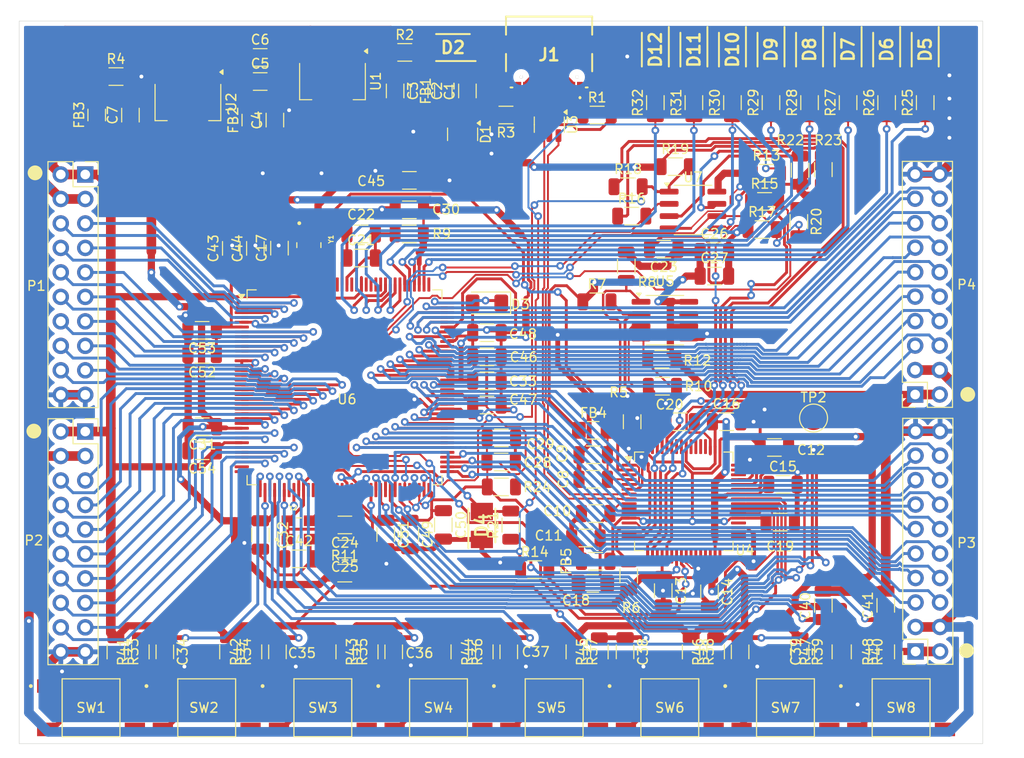
<source format=kicad_pcb>
(kicad_pcb (version 20241229) (generator "pcbnew") (generator_version "9.0")
  (layers (0 "F.Cu" mixed) (2 "B.Cu" signal) (13 "F.Paste" user) (15 "B.Paste" user) (5 "F.SilkS" user "F.Silkscreen") (7 "B.SilkS" user "B.Silkscreen") (1 "F.Mask" user) (3 "B.Mask" user) (25 "Edge.Cuts" user))
  (net 0 "")
  (net 1 "GND")
  (net 2 "Net-(U3-VBUS)")
  (net 3 "+5V")
  (net 4 "Net-(U1-VO)")
  (net 5 "+3V3")
  (net 6 "Net-(U2-VO)")
  (net 7 "/USB-FTDI/VPHY")
  (net 8 "/USB-FTDI/VPLL")
  (net 9 "/Memorias y PLL/VCCPLL1")
  (net 10 "/Memorias y PLL/GNDPLL1")
  (net 11 "/Memorias y PLL/GNDPLL2")
  (net 12 "/Memorias y PLL/VCCPLL2")
  (net 13 "+1V2")
  (net 14 "+1V8")
  (net 15 "Net-(D3-K)")
  (net 16 "Net-(J1-CC1)")
  (net 17 "Net-(D2-A)")
  (net 18 "Net-(J1-CC2)")
  (net 19 "Net-(U4-REF)")
  (net 20 "Net-(U4-~{RESET})")
  (net 21 "/Memorias y PLL/EEPROM_CLK")
  (net 22 "/Memorias y PLL/EEPROM_CS")
  (net 23 "Net-(U5-DO)")
  (net 24 "/Memorias y PLL/EEPROM_DATA")
  (net 25 "Net-(U6E-~{CRESET})")
  (net 26 "/Memorias y PLL/Flash_RESET")
  (net 27 "/Memorias y PLL/Flash_DI")
  (net 28 "Net-(U6E-IOB_105_SDO)")
  (net 29 "Net-(U6E-IOB_106_SDI)")
  (net 30 "/Memorias y PLL/Flash_DO")
  (net 31 "Net-(U6E-IOB_107_SCK)")
  (net 32 "Net-(P1-IO7)")
  (net 33 "/Memorias y PLL/Flash_CS")
  (net 34 "Net-(U6E-IOB_108_SS)")
  (net 35 "Net-(D4-A)")
  (net 36 "/Memorias y PLL/Flash_DONE")
  (net 37 "Net-(J1-D+-PadA6)")
  (net 38 "/Power Supply/D+")
  (net 39 "Net-(J1-D--PadA7)")
  (net 40 "/Power Supply/D-")
  (net 43 "Net-(P1-IO11)")
  (net 44 "Net-(P1-IO14)")
  (net 45 "Net-(P1-IO3)")
  (net 46 "Net-(P1-IO12)")
  (net 47 "Net-(P1-IO8)")
  (net 48 "Net-(P1-IO4)")
  (net 49 "Net-(P1-IO13)")
  (net 50 "/Perifericos/BOT7")
  (net 52 "/Perifericos/VUART_DTR")
  (net 53 "Net-(P1-IO1)")
  (net 54 "/Perifericos/VUART_DSR")
  (net 56 "Net-(P1-IO6)")
  (net 59 "/Perifericos/12MHz_CLK")
  (net 61 "Net-(P1-IO5)")
  (net 62 "Net-(P1-IO10)")
  (net 63 "Net-(P1-IO9)")
  (net 64 "Net-(P1-IO2)")
  (net 65 "/Perifericos/LED8")
  (net 66 "Net-(P2-IO13)")
  (net 67 "/Perifericos/LED3")
  (net 68 "Net-(P2-IO11)")
  (net 69 "Net-(P2-IO5)")
  (net 70 "Net-(P2-IO9)")
  (net 71 "/Perifericos/BOT6")
  (net 73 "Net-(P2-IO14)")
  (net 75 "Net-(P2-IO4)")
  (net 76 "Net-(P2-IO10)")
  (net 78 "Net-(P2-IO3)")
  (net 79 "Net-(P2-IO12)")
  (net 80 "Net-(P2-IO2)")
  (net 82 "Net-(P2-IO6)")
  (net 83 "Net-(P2-IO1)")
  (net 84 "Net-(P2-IO7)")
  (net 85 "Net-(P2-IO8)")
  (net 86 "Net-(P3-IO3)")
  (net 88 "Net-(P3-IO8)")
  (net 91 "Net-(P3-IO11)")
  (net 92 "Net-(P3-IO12)")
  (net 94 "Net-(P3-IO6)")
  (net 95 "Net-(P3-IO4)")
  (net 96 "Net-(P3-IO1)")
  (net 97 "Net-(P3-IO9)")
  (net 98 "Net-(P3-IO13)")
  (net 99 "/Perifericos/LED6")
  (net 100 "Net-(P3-IO10)")
  (net 101 "/Perifericos/BOT8")
  (net 102 "/Perifericos/LED7")
  (net 103 "Net-(P3-IO14)")
  (net 104 "Net-(P3-IO2)")
  (net 106 "/Perifericos/LED4")
  (net 107 "/Perifericos/BOT1")
  (net 108 "Net-(P3-IO7)")
  (net 109 "/Perifericos/LED5")
  (net 110 "Net-(P3-IO5)")
  (net 111 "Net-(P4-IO9)")
  (net 112 "/Perifericos/BOT3")
  (net 113 "/Perifericos/BOT4")
  (net 114 "Net-(P4-IO5)")
  (net 115 "/Perifericos/VUART_DCD")
  (net 116 "Net-(P4-IO1)")
  (net 117 "Net-(P4-IO14)")
  (net 118 "Net-(P4-IO11)")
  (net 119 "Net-(P4-IO2)")
  (net 120 "Net-(P4-IO7)")
  (net 121 "Net-(P4-IO8)")
  (net 122 "/Perifericos/VUART_Tx")
  (net 123 "Net-(P4-IO6)")
  (net 124 "Net-(P4-IO13)")
  (net 125 "Net-(P4-IO4)")
  (net 127 "/Perifericos/LED1")
  (net 128 "Net-(P4-IO3)")
  (net 129 "Net-(P4-IO10)")
  (net 130 "Net-(P4-IO12)")
  (net 131 "/Perifericos/BOT5")
  (net 133 "/Perifericos/BOT2")
  (net 139 "/Perifericos/LED2")
  (net 141 "Net-(D5-A)")
  (net 142 "/Perifericos/VUART_Rx")
  (net 143 "/Perifericos/VUART_CTS")
  (net 146 "/Perifericos/VUART_RTS")
  (net 147 "Net-(D6-A)")
  (net 148 "Net-(D7-A)")
  (net 149 "Net-(D8-A)")
  (net 152 "Net-(D9-A)")
  (net 154 "/Memorias y PLL/Flash_SCK")
  (net 155 "Net-(U4-~{PWREN})")
  (net 178 "Net-(D10-A)")
  (net 179 "Net-(D11-A)")
  (net 180 "Net-(D12-A)")
  (net 181 "Net-(R33-Pad2)")
  (net 182 "Net-(R34-Pad2)")
  (net 183 "Net-(R35-Pad2)")
  (net 184 "Net-(R36-Pad2)")
  (net 185 "Net-(R37-Pad2)")
  (net 186 "Net-(R38-Pad2)")
  (net 187 "Net-(R39-Pad2)")
  (net 188 "Net-(R40-Pad2)")
  (net 190 "Net-(U6C-IOB_81_GBIN5)")
  (net 193 "Net-(U7-~{WP})")
  (net 194 "Net-(U7-~{HOLD})")
  (footprint "Package_SO:SOIC-8_3.9x4.9mm_P1.27mm" (layer "F.Cu") (at 193.49 105.283)
    (property "Reference" "U5")
    (property "Value" "M93C66")
  )
  (footprint "Resistor_SMD:R_1206_3216Metric" (layer "F.Cu") (at 160.274 131.532)
    (property "Reference" "R11")
    (property "Value" "100")
  )
  (footprint "Capacitor_SMD:C_1206_3216Metric" (layer "F.Cu") (at 186.309 125.349 180)
    (property "Reference" "C10")
    (property "Value" "100n")
  )
  (footprint "Resistor_SMD:R_1206_3216Metric" (layer "F.Cu") (at 189.738 131.826 90)
    (property "Reference" "R6")
    (property "Value" "1k")
  )
  (footprint "Capacitor_SMD:C_1206_3216Metric" (layer "F.Cu") (at 209.931 134.874 90)
    (property "Reference" "C40")
    (property "Value" "10uF")
  )
  (footprint "Resistor_SMD:R_1206_3216Metric" (layer "F.Cu") (at 220.5 82.716 90)
    (property "Reference" "R25")
    (property "Value" "R")
  )
  (footprint "Capacitor_SMD:C_1206_3216Metric" (layer "F.Cu") (at 189.357 139.7 -90)
    (property "Reference" "C38")
    (property "Value" "10uF")
  )
  (footprint "Resistor_SMD:R_1206_3216Metric" (layer "F.Cu") (at 177.5 126.55 90)
    (property "Reference" "R21")
    (property "Value" "220R")
  )
  (footprint "Capacitor_SMD:C_1206_3216Metric" (layer "F.Cu") (at 151.525 127.575 -90)
    (property "Reference" "C32")
    (property "Value" "100n")
  )
  (footprint "TS04_66_75_BK_100_SMT:SW_TS04-66-75-BK-100-SMT" (layer "F.Cu") (at 145.95 145.5)
    (property "Reference" "SW2")
    (property "Value" "SW_Push")
  )
  (footprint "Package_QFP:LQFP-64_10x10mm_P0.5mm" (layer "F.Cu") (at 195.453 124.079)
    (property "Reference" "U4")
    (property "Value" "FT2232HL")
  )
  (footprint "Resistor_SMD:R_1206_3216Metric" (layer "F.Cu") (at 166.9625 96.3375 180)
    (property "Reference" "R9")
    (property "Value" "100")
  )
  (footprint "Capacitor_SMD:C_1206_3216Metric" (layer "F.Cu") (at 164.525 127.525 -90)
    (property "Reference" "C51")
    (property "Value" "100n")
  )
  (footprint "Capacitor_SMD:C_1206_3216Metric" (layer "F.Cu") (at 193.372 97.917 180)
    (property "Reference" "C23")
    (property "Value" "100n")
  )
  (footprint "Connector_PinSocket_2.54mm:PinSocket_2x10_P2.54mm_Vertical" (layer "F.Cu") (at 219.5 139.66 180)
    (property "Reference" "P3")
    (property "Value" "Conector SMD 2x10")
  )
  (footprint "Capacitor_SMD:C_1206_3216Metric" (layer "F.Cu") (at 165.5 81.5 -90)
    (property "Reference" "C3")
    (property "Value" "10u")
  )
  (footprint "Resistor_SMD:R_1206_3216Metric" (layer "F.Cu") (at 166.5 77.5)
    (property "Reference" "R2")
    (property "Value" "1k")
  )
  (footprint "Capacitor_SMD:C_1206_3216Metric" (layer "F.Cu") (at 198.628 100.711)
    (property "Reference" "C27")
    (property "Value" "1u")
  )
  (footprint "Capacitor_SMD:C_1206_3216Metric" (layer "F.Cu") (at 198.12 133.477 -90)
    (property "Reference" "C14")
    (property "Value" "100n")
  )
  (footprint "Inductor_SMD:L_1206_3216Metric_Pad1.42x1.75mm_HandSolder" (layer "F.Cu") (at 134.5375 83.9975 90)
    (property "Reference" "FB3")
    (property "Value" "FerriteBead_Small")
  )
  (footprint "Package_TO_SOT_SMD:SOT-23" (layer "F.Cu") (at 172.5 86 -90)
    (property "Reference" "D1")
    (property "Value" "~")
  )
  (footprint "TS04_66_75_BK_100_SMT:SW_TS04-66-75-BK-100-SMT" (layer "F.Cu") (at 170 145.5)
    (property "Reference" "SW4")
    (property "Value" "SW_Push")
  )
  (footprint "Capacitor_SMD:C_1206_3216Metric" (layer "F.Cu") (at 145.475 106.3375 180)
    (property "Reference" "C53")
    (property "Value" "100n")
  )
  (footprint "Resistor_SMD:R_1206_3216Metric" (layer "F.Cu") (at 190.0936 115.824 -90)
    (property "Reference" "R5")
    (property "Value" "12k")
  )
  (footprint "Capacitor_SMD:C_1206_3216Metric" (layer "F.Cu") (at 177.292 139.7 -90)
    (property "Reference" "C37")
    (property "Value" "10uF")
  )
  (footprint "Resistor_SMD:R_1206_3216Metric" (layer "F.Cu") (at 209.931 89.662 -90)
    (property "Reference" "R23")
    (property "Value" "220")
  )
  (footprint "150141RS73100(LED):LEDM3528X210N" (layer "F.Cu") (at 192.5 77.216 -90)
    (property "Reference" "D12")
    (property "Value" "LED Red" (hide yes))
  )
  (footprint "Capacitor_SMD:C_1206_3216Metric" (layer "F.Cu") (at 151.5 80.525)
    (property "Reference" "C5")
    (property "Value" "100n")
  )
  (footprint "TS04_66_75_BK_100_SMT:SW_TS04-66-75-BK-100-SMT" (layer "F.Cu") (at 158 145.5)
    (property "Reference" "SW3")
    (property "Value" "SW_Push")
  )
  (footprint "Resistor_SMD:R_1206_3216Metric" (layer "F.Cu") (at 174.752 139.7 90)
    (property "Reference" "R44")
    (property "Value" "10k")
  )
  (footprint "Capacitor_SMD:C_1206_3216Metric" (layer "F.Cu") (at 186.055 121.793 180)
    (property "Reference" "C8")
    (property "Value" "100n")
  )
  (footprint "150141RS73100(LED):LEDM3528X210N" (layer "F.Cu") (at 216.5 77.216 -90)
    (property "Reference" "D6")
    (property "Value" "LED Green" (hide yes))
  )
  (footprint "Inductor_SMD:L_1206_3216Metric_Pad1.42x1.75mm_HandSolder" (layer "F.Cu") (at 150.525 84.525 90)
    (property "Reference" "FB2")
    (property "Value" "FerriteBead_Small")
  )
  (footprint "Resistor_SMD:R_1206_3216Metric" (layer "F.Cu") (at 193.2325 112.141)
    (property "Reference" "R10")
    (property "Value" "2k2")
  )
  (footprint "ECS_3225MV_120_CN_TR:OSC_ECS-3225MV-120-CN-TR" (layer "F.Cu") (at 155.525 127.05)
    (property "Reference" "Y2")
    (property "Value" "ECS-3225MVQ-1000-CN-TR")
  )
  (footprint "Package_TO_SOT_SMD:SOT-23-6" (layer "F.Cu") (at 181.5 85 -90)
    (property "Reference" "U3")
    (property "Value" "USBLC6-2SC6")
  )
  (footprint "Capacitor_SMD:C_1206_3216Metric" (layer "F.Cu") (at 193.3194 133.35 -90)
    (property "Reference" "C13")
    (property "Value" "100n")
  )
  (footprint "Resistor_SMD:R_1206_3216Metric" (layer "F.Cu") (at 207.391 95.0575 -90)
    (property "Reference" "R20")
    (property "Value" "10k")
  )
  (footprint "Resistor_SMD:R_1206_3216Metric" (layer "F.Cu") (at 184.15 139.7 -90)
    (property "Reference" "R37")
    (property "Value" "220")
  )
  (footprint "Capacitor_SMD:C_1206_3216Metric" (layer "F.Cu") (at 176.525 117.5)
    (property "Reference" "C29")
    (property "Value" "1u")
  )
  (footprint "Capacitor_SMD:C_1206_3216Metric" (layer "F.Cu") (at 145.475 118.8375 180)
    (property "Reference" "C54")
    (property "Value" "100n")
  )
  (footprint "Capacitor_SMD:C_1206_3216Metric" (layer "F.Cu") (at 168 81.5 -90)
    (property "Reference" "C2")
    (property "Value" "100n")
  )
  (footprint "Capacitor_SMD:C_1206_3216Metric" (layer "F.Cu") (at 204.851 118.491)
    (property "Reference" "C12")
    (property "Value" "3u3")
  )
  (footprint "Capacitor_SMD:C_1206_3216Metric" (layer "F.Cu") (at 148.5 97.8375 90)
    (property "Reference" "C43")
    (property "Value" "1uF")
  )
  (footprint "Capacitor_SMD:C_1206_3216Metric" (layer "F.Cu") (at 153.289 139.7 -90)
    (property "Reference" "C35")
    (property "Value" "10uF")
  )
  (footprint "150141RS73100(LED):LEDM3528X210N" (layer "F.Cu") (at 171.5 77 180)
    (property "Reference" "D2")
    (property "Value" "LED Green" (hide yes))
  )
  (footprint "Capacitor_SMD:C_1206_3216Metric" (layer "F.Cu") (at 153.025 84.525 90)
    (property "Reference" "C4")
    (property "Value" "10u")
  )
  (footprint "Capacitor_SMD:C_1206_3216Metric" (layer "F.Cu") (at 186.309 130.302 180)
    (property "Reference" "C18")
    (property "Value" "100n")
  )
  (footprint "Capacitor_SMD:C_1206_3216Metric" (layer "F.Cu") (at 198.628 98.171)
    (property "Reference" "C26")
    (property "Value" "10n")
  )
  (footprint "Capacitor_SMD:C_1206_3216Metric" (layer "F.Cu") (at 199.898 115.824)
    (property "Reference" "C16")
    (property "Value" "100n")
  )
  (footprint "Diode_SMD:D_1206_3216Metric_Pad1.42x1.75mm_HandSolder" (layer "F.Cu") (at 175.025 103.5 180)
    (property "Reference" "D3")
    (property "Value" "D_Schottky")
  )
  (footprint "Capacitor_SMD:C_1206_3216Metric" (layer "F.Cu") (at 160.2865 126.532 180)
    (property "Reference" "C24")
    (property "Value" "10u")
  )
  (footprint "TS04_66_75_BK_100_SMT:SW_TS04-66-75-BK-100-SMT" (layer "F.Cu") (at 194 145.5)
    (property "Reference" "SW6")
    (property "Value" "SW_Push")
  )
  (footprint "Resistor_SMD:R_1206_3216Metric" (layer "F.Cu") (at 192.5 82.716 90)
    (property "Reference" "R32")
    (property "Value" "R")
  )
  (footprint "Resistor_SMD:R_1206_3216Metric" (layer "F.Cu") (at 194.564 89.3572)
    (property "Reference" "R19")
    (property "Value" "10k")
  )
  (footprint "Resistor_SMD:R_1206_3216Metric" (layer "F.Cu") (at 189.484 99.695 -90)
    (property "Reference" "R8")
    (property "Value" "10k")
  )
  (footprint "Capacitor_SMD:C_1206_3216Metric" (layer "F.Cu") (at 161.975 98.8375)
    (property "Reference" "C21")
    (property "Value" "10u")
  )
  (footprint "Capacitor_SMD:C_1206_3216Metric" (layer "F.Cu") (at 153.5 97.8125 90)
    (property "Reference" "C17")
    (property "Value" "100n")
  )
  (footprint "Resistor_SMD:R_1206_3216Metric" (layer "F.Cu") (at 196.215 139.7 -90)
    (property "Reference" "R38")
    (property "Value" "220")
  )
  (footprint "150141RS73100(LED):LEDM3528X210N" (layer "F.Cu") (at 174.5 126.5875 90)
    (property "Reference" "D4")
    (property "Value" "LED Red" (hide yes))
  )
  (footprint "Inductor_SMD:L_1206_3216Metric_Pad1.42x1.75mm_HandSolder" (layer "F.Cu") (at 186.0185 132.588)
    (property "Reference" "FB5")
    (property "Value" "FerriteBead_Small")
  )
  (footprint "Capacitor_SMD:C_1206_3216Metric" (layer "F.Cu") (at 145.5 116.3375 180)
    (property "Reference" "C31")
    (property "Value" "100n")
  )
  (footprint "Resistor_SMD:R_1206_3216Metric" (layer "F.Cu") (at 172.212 139.7 -90)
    (property "Reference" "R36")
    (property "Value" "220")
  )
  (footprint "ECS_3225MV_120_CN_TR:OSC_ECS-3225MV-120-CN-TR" (layer "F.Cu") (at 156.55 97.5 -90)
    (property "Reference" "Y1")
    (property "Value" "ECS-3225MV-120-CN-TR")
  )
  (footprint "Capacitor_SMD:C_1206_3216Metric" (layer "F.Cu") (at 155.525 130.05)
    (property "Reference" "C42")
    (property "Value" "100n")
  )
  (footprint "GSB1C41110SSHR:GSB1C41110SSHR" (layer "F.Cu") (at 181.475 77.75 180)
    (property "Reference" "J1")
    (property "Value" "USB_C_Receptacle_USB2.0_16P" (hide yes))
  )
  (footprint "Capacitor_SMD:C_1206_3216Metric" (layer "F.Cu") (at 175.025 106.5875)
    (property "Reference" "C48")
    (property "Value" "100n")
  )
  (footprint "Inductor_SMD:L_1206_3216Metric_Pad1.42x1.75mm_HandSolder" (layer "F.Cu") (at 186.055 116.713)
    (property "Reference" "FB4")
    (property "Value" "FerriteBead_Small")
  )
  (footprint "150141RS73100(LED):LEDM3528X210N" (layer "F.Cu") (at 200.5 77.216 -90)
    (property "Reference" "D10")
    (property "Value" "LED Red" (hide yes))
  )
  (footprint "Resistor_SMD:R_1206_3216Metric" (layer "F.Cu") (at 200.5 82.716 90)
    (property "Reference" "R30")
    (property "Value" "R")
  )
  (footprint "Resistor_SMD:R_1206_3216Metric" (layer "F.Cu") (at 207.518 139.7 -90)
    (property "Reference" "R39")
    (property "Value" "220")
  )
  (footprint "Resistor_SMD:R_1206_3216Metric" (layer "F.Cu") (at 203.835 92.964)
    (property "Reference" "R15")
    (property "Value" "R")
  )
  (footprint "Connector_PinSocket_2.54mm:PinSocket_2x10_P2.54mm_Vertical" (layer "F.Cu") (at 133.35 90.17)
    (property "Reference" "P1")
    (property "Value" "Conector SMD 2x10")
  )
  (footprint "Resistor_SMD:R_1206_3216Metric" (layer "F.Cu") (at 139.065 139.7 90)
    (property "Reference" "R41")
    (property "Value" "10k")
  )
  (footprint "Capacitor_SMD:C_1206_3216Metric" (layer "F.Cu") (at 145.475 108.8375 180)
    (property "Reference" "C52")
    (property "Value" "1uF")
  )
  (footprint "Capacitor_SMD:C_1206_3216Metric" (layer "F.Cu") (at 185.293 127.889 180)
    (property "Reference" "C11")
    (property "Value" "4u7")
  )
  (footprint "Resistor_SMD:R_1206_3216Metric" (layer "F.Cu") (at 198.755 139.7 90)
    (property "Reference" "R46")
    (property "Value" "10k")
  )
  (footprint "Package_SO:SOIC-8_3.9x4.9mm_P1.27mm" (layer "F.Cu") (at 196.407 93.853)
    (property "Reference" "U7")
    (property "Value" "W25X40CLSN")
  )
  (footprint "Resistor_SMD:R_1206_3216Metric" (layer "F.Cu") (at 186.4625 84)
    (property "Reference" "R1")
    (property "Value" "5k1")
  )
  (footprint "150141RS73100(LED):LEDM3528X210N" (layer "F.Cu") (at 212.5 77.216 -90)
    (property "Reference" "D7")
    (property "Value" "LED Green" (hide yes))
  )
  (footprint "Capacitor_SMD:C_1206_3216Metric" (layer "F.Cu") (at 167.025 127.525 -90)
    (property "Reference" "C49")
    (property "Value" "1uF")
  )
  (footprint "Resistor_SMD:R_1206_3216Metric" (layer "F.Cu") (at 208.5 82.716 90)
    (property "Reference" "R28")
    (property "Value" "R")
  )
  (footprint "Resistor_SMD:R_1206_3216Metric" (layer "F.Cu") (at 209.931 139.7 90)
    (property "Reference" "R47")
    (property "Value" "10k")
  )
  (footprint "Resistor_SMD:R_1206_3216Metric" (layer "F.Cu") (at 160.274 139.7 -90)
    (property "Reference" "R35")
    (property "Value" "220")
  )
  (footprint "Resistor_SMD:R_1206_3216Metric" (layer "F.Cu") (at 204.5 82.716 90)
    (property "Reference" "R29")
    (property "Value" "R")
  )
  (footprint "Capacitor_SMD:C_1206_3216Metric" (layer "F.Cu") (at 166.975 93.8375 180)
    (property "Reference" "C30")
    (property "Value" "100n")
  )
  (footprint "Resistor_SMD:R_1206_3216Metric" (layer "F.Cu") (at 216.408 139.7 90)
    (property "Reference" "R48")
    (property "Value" "10k")
  )
  (footprint "Resistor_SMD:R_1206_3216Metric" (layer "F.Cu") (at 190.0535 94.488)
    (property "Reference" "R16")
    (property "Value" "R")
  )
  (footprint "Capacitor_SMD:C_1206_3216Metric" (layer "F.Cu") (at 141.605 139.7 -90)
    (property "Reference" "C34")
    (property "Value" "10uF")
  )
  (footprint "Resistor_SMD:R_1206_3216Metric" (layer "F.Cu") (at 207.518 89.7235 -90)
    (property "Reference" "R22")
    (property "Value" "220")
  )
  (footprint "150141RS73100(LED):LEDM3528X210N" (layer "F.Cu") (at 204.5 77.216 -90)
    (property "Reference" "D9")
    (property "Value" "LED Red" (hide yes))
  )
  (footprint "Resistor_SMD:R_1206_3216Metric" (layer "F.Cu") (at 136.525 139.7 -90)
    (property "Reference" "R33")
    (property "Value" "220")
  )
  (footprint "Resistor_SMD:R_1206_3216Metric" (layer "F.Cu") (at 162.814 139.7 90)
    (property "Reference" "R43")
    (property "Value" "10k")
  )
  (footprint "TS04_66_75_BK_100_SMT:SW_TS04-66-75-BK-100-SMT" (layer "F.Cu") (at 182 145.5)
    (property "Reference" "SW5")
    (property "Value" "SW_Push")
  )
  (footprint "Capacitor_SMD:C_1206_3216Metric" (layer "F.Cu") (at 161.975 96.3375)
    (property "Reference" "C22")
    (property "Value" "100n")
  )
  (footprint "Capacitor_SMD:C_1206_3216Metric" (layer "F.Cu") (at 138.0375 84.01 90)
    (property "Reference" "C7")
    (property "Value" "10u")
  )
  (footprint "Package_QFP:TQFP-144_20x20mm_P0.5mm" (layer "F.Cu") (at 160.25 112.25)
    (property "Reference" "U6")
    (property "Value" "ICE40HX4K-TQ144")
  )
  (footprint "Resistor_SMD:R_1206_3216Metric" (layer "F.Cu") (at 193.171 109.347 180)
    (property "Reference" "R12")
    (property "Value" "10k")
  )
  (footprint "Resistor_SMD:R_1206_3216Metric" (layer "F.Cu") (at 189.6725 91.44)
    (property "Reference" "R18")
    (property "Value" "R")
  )
  (footprint "Capacitor_SMD:C_1206_3216Metric" (layer "F.Cu") (at 160.2865 129.032 180)
    (property "Reference" "C25")
    (property "Value" "100n")
  )
  (footprint "Connector_PinSocket_2.54mm:PinSocket_2x10_P2.54mm_Vertical" (layer "F.Cu") (at 219.46 113 180)
    (property "Reference" "P4")
    (property "Value" "Conector SMD 2x10")
  )
  (footprint "Resistor_SMD:R_1206_3216Metric" (layer "F.Cu") (at 177 84 180)
    (property "Reference" "R3")
    (property "Value" "5k1")
  )
  (footprint "Resistor_SMD:R_1206_3216Metric" (layer "F.Cu") (at 186.69 139.7 90)
    (property "Reference" "R45")
    (property "Value" "10k")
  )
  (footprint "Capacitor_SMD:C_1206_3216Metric" (layer "F.Cu") (at 151 97.8375 90)
    (property "Reference" "C44")
    (property "Value" "100n")
  )
  (footprint "Capacitor_SMD:C_1206_3216Metric" (layer "F.Cu") (at 175.025 109.0875)
    (property "Reference" "C46")
    (property "Value" "1uF")
  )
  (footprint "TS04_66_75_BK_100_SMT:SW_TS04-66-75-BK-100-SMT" (layer "F.Cu") (at 133.95 145.5)
    (property "Reference" "SW1")
    (property "Value" "SW_Push")
  )
  (footprint "Package_TO_SOT_SMD:SOT-223-3_TabPin2" (layer "F.Cu") (at 144 82.675 -90)
    (property "Reference" "U2")
    (property "Value" "LD1117S12TR_SOT223")
  )
  (footprint "Capacitor_SMD:C_1206_3216Metric" (layer "F.Cu") (at 175.025 114.0875)
    (property "Reference" "C47")
    (property "Value" "100n")
  )
  (footprint "Capacitor_SMD:C_1206_3216Metric" (layer "F.Cu") (at 170.5 126.525 -90)
    (property "Reference" "C50")
    (property "Value" "100n")
  )
  (footprint "Capacitor_SMD:C_1206_3216Metric" (layer "F.Cu") (at 173 81.5 90)
    (property "Reference" "C1")
    (property "Value" "10n")
  )
  (footprint "Capacitor_SMD:C_1206_3216Metric" (layer "F.Cu") (at 205.74 122.3264)
    (property "Reference" "C15")
    (property "Value" "100n")
  )
  (footprint "Resistor_SMD:R_1206_3216Metric" (layer "F.Cu") (at 179.9844 131.1656)
    (property "Reference" "R14")
    (property "Value" "220")
  )
  (footprint "TestPoint:TestPoint_Pad_D2.5mm" (layer "F.Cu") (at 208.915 115.443)
    (property "Reference" "TP2")
    (property "Value" "TP_PWR_EN")
  )
  (footprint "Capacitor_SMD:C_1206_3216Metric" (layer "F.Cu") (at 205.4588 126.238)
    (property "Reference" "C19")
    (property "Value" "100n")
  )
  (footprint "Resistor_SMD:R_1206_3216Metric" (layer "F.Cu") (at 176.525 122.5875 180)
    (property "Reference" "R24")
    (property "Value" "1k")
  )
  (footprint "150141RS73100(LED):LEDM3528X210N" (layer "F.Cu") (at 220.5 77.216 -90)
    (property "Reference" "D5")
    (property "Value" "LED Green" (hide yes))
  )
  (footprint "Capacitor_SMD:C_1206_3216Metric" (layer "F.Cu") (at 195.072 115.824 180)
    (property "Reference" "C20")
    (property "Value" "100n")
  )
  (footprint "Resistor_SMD:R_1206_3216Metric" (layer "F.Cu") (at 204.0275 90.043)
    (property "Reference" "R13")
    (property "Value" "10k")
  )
  (footprint "Capacitor_SMD:C_1206_3216Metric" (layer "F.Cu") (at 165.354 139.7 -90)
    (property "Reference" "C36")
    (property "Value" "10uF")
  )
  (footprint "150141RS73100(LED):LEDM3528X210N" (layer "F.Cu") (at 196.5 77.216 -90)
    (property "Reference" "D11")
    (property "Value" "LED Red" (hide yes))
  )
  (footprint "Capacitor_SMD:C_1206_3216Metric" (layer "F.Cu") (at 201.295 139.7 -90)
    (property "Reference" "C39")
    (property "Value" "10uF")
  )
  (footprint "Inductor_SMD:L_1206_3216Metric_Pad1.42x1.75mm_HandSolder" (layer "F.Cu") (at 170.5 81.5 90)
    (property "Reference" "FB1")
    (property "Value" "FerriteBead_Small")
  )
  (footprint "Resistor_SMD:R_1206_3216Metric" (layer "F.Cu") (at 150.749 139.7 90)
    (property "Reference" "R42")
    (property "Value" "10k")
  )
  (footprint "Resistor_SMD:R_1206_3216Metric" (layer "F.Cu") (at 196.5 82.716 90)
    (property "Reference" "R31")
    (property "Value" "R")
  )
  (footprint "Resistor_SMD:R_1206_3216Metric" (layer "F.Cu") (at 213.741 139.7 -90)
    (property "Reference" "R40")
    (property "Value" "220")
  )
  (footprint "Resistor_SMD:R_1206_3216Metric" (layer "F.Cu") (at 212.5 82.716 90)
    (property "Reference" "R27")
    (property "Value" "R")
  )
  (footprint "TS04_66_75_BK_100_SMT:SW_TS04-66-75-BK-100-SMT" (layer "F.Cu") (at 206 145.5)
    (property "Reference" "SW7")
    (property "Value" "SW_Push")
  )
  (footprint "150141RS73100(LED):LEDM3528X210N" (layer "F.Cu") (at 208.5 77.216 -90)
    (property "Reference" "D8")
    (property "Value" "LED Green" (hide yes))
  )
  (footprint "Resistor_SMD:R_1206_3216Metric" (layer "F.Cu") (at 186.436 103.378)
    (property "Reference" "R7")
    (property "Value" "10k")
  )
  (footprint "Resistor_SMD:R_1206_3216Metric" (layer "F.Cu") (at 216.5 82.716 90)
    (property "Reference" "R26")
    (property "Value" "R")
  )
  (footprint "Capacitor_SMD:C_1206_3216Metric" (layer "F.Cu") (at 175.025 111.5875)
    (property "Reference" "C33")
    (property "Value" "100n")
  )
  (footprint "Capacitor_SMD:C_1206_3216Metric" (layer "F.Cu") (at 176.5 120)
    (property "Reference" "C28")
    (property "Value" "10n")
  )
  (footprint "Capacitor_SMD:C_1206_3216Metric" (layer "F.Cu") (at 216.408 134.874 90)
    (property "Reference" "C41")
    (property "Value" "10uF")
  )
  (footprint "TS04_66_75_BK_100_SMT:SW_TS04-66-75-BK-100-SMT" (layer "F.Cu") (at 218 145.5)
    (property "Reference" "SW8")
    (property "Value" "SW_Push")
  )
  (footprint "Resistor_SMD:R_1206_3216Metric" (layer "F.Cu") (at 148.209 139.7 -90)
    (property "Reference" "R34")
    (property "Value" "220")
  )
  (footprint "Package_TO_SOT_SMD:SOT-223-3_TabPin2" (layer "F.Cu") (at 159 80.5 -90)
    (property "Reference" "U1")
    (property "Value" "LD1117S33TR_SOT223")
  )
  (footprint "Capacitor_SMD:C_1206_3216Metric" (layer "F.Cu") (at 166.9796 90.7796)
    (property "Reference" "C45")
    (property "Value" "100n")
  )
  (footprint "Connector_PinSocket_2.54mm:PinSocket_2x10_P2.54mm_Vertical" (layer "F.Cu") (at 133.35 116.84)
    (property "Reference" "P2")
    (property "Value" "Conector SMD 2x10")
  )
  (footprint "Resistor_SMD:R_1206_3216Metric" (layer "F.Cu") (at 136.5375 80.01)
    (property "Reference" "R4")
    (property "Value" "120")
  )
  (footprint "Resistor_SMD:R_1206_3216Metric" (layer "F.Cu") (at 203.581 95.885)
    (property "Reference" "R17")
    (property "Value" "R")
  )
  (footprint "Capacitor_SMD:C_1206_3216Metric" (layer "F.Cu") (at 186.055 119.253 180)
    (property "Reference" "C9")
    (property "Value" "4u7")
  )
  (footprint "Capacitor_SMD:C_1206_3216Metric" (layer "F.Cu") (at 151.5 78.025)
    (property "Reference" "C6")
    (property "Value" "10u")
  )
  (gr_circle (center 224.79 139.573) (end 225.50842 139.573) (stroke (width 0.1)) (fill yes) (layer "F.SilkS"))
  (gr_circle (center 128.143 89.99942) (end 128.86142 89.99942) (stroke (width 0.1)) (fill yes) (layer "F.SilkS"))
  (gr_circle (center 128.016 116.79642) (end 128.73442 116.79642) (stroke (width 0.1)) (fill yes) (layer "F.SilkS"))
  (gr_circle (center 224.917 112.98642) (end 225.63542 112.98642) (stroke (width 0.1)) (fill yes) (layer "F.SilkS"))
  (gr_rect (start 126.492 74.25) (end 226.475 149.225) (stroke (width 0.05)) (fill no) (layer "Edge.Cuts"))
  (segment (start 186.788 85.5) (end 187.925 84.363) (width 0.3) (layer "F.Cu") (net 1))
  (segment (start 191.9224 121.088054) (end 191.754 120.919654) (width 0.3) (layer "F.Cu") (net 1))
  (segment (start 157 130.05) (end 155.3375 131.7125) (width 0.3) (layer "F.Cu") (net 1))
  (segment (start 153.5 101.5875) (end 153.5 100.850001) (width 0.25) (layer "F.Cu") (net 1))
  (segment (start 189.357 141.175) (end 191.213 141.175) (width 0.5) (layer "F.Cu") (net 1))
  (segment (start 172.95 77) (end 172.95 79.975) (width 1) (layer "F.Cu") (net 1))
  (segment (start 170.9125 114.5) (end 172.307406 114.5) (width 0.25) (layer "F.Cu") (net 1))
  (segment (start 193.597 113.919) (end 193.597 115.824) (width 0.5) (layer "F.Cu") (net 1))
  (segment (start 154.5 83.5) (end 153.475 83.5) (width 0.5) (layer "F.Cu") (net 1))
  (segment (start 155.829 100.33) (end 155.8925 100.2665) (width 0.25) (layer "F.Cu") (net 1))
  (segment (start 129.4 141.732) (end 129.4 141.11) (width 1) (layer "F.Cu") (net 1))
  (segment (start 190.410046 120.329) (end 189.778 120.329) (width 0.15) (layer "F.Cu") (net 1))
  (segment (start 202.692 127.508) (end 202.692 130.302) (width 0.5) (layer "F.Cu") (net 1))
  (segment (start 199.771 93.98) (end 200.279 93.472) (width 0.15) (layer "F.Cu") (net 1))
  (segment (start 183.818 126.365) (end 184.834 125.349) (width 0.5) (layer "F.Cu") (net 1))
  (segment (start 176.9961 114.5836) (end 176.5 114.0875) (width 0.5) (layer "F.Cu") (net 1))
  (segment (start 169.06924 114.5) (end 170.9125 114.5) (width 0.3) (layer "F.Cu") (net 1))
  (segment (start 196.418906 114.297) (end 203.578 114.297) (width 0.25) (layer "F.Cu") (net 1))
  (segment (start 130.81 113.03) (end 133.35 113.03) (width 1) (layer "F.Cu") (net 1))
  (segment (start 190.552999 127.329) (end 191.0346 127.329) (width 0.2) (layer "F.Cu") (net 1))
  (segment (start 153.5 100.850001) (end 154.020001 100.33) (width 0.25) (layer "F.Cu") (net 1))
  (segment (start 202.535786 120.123972) (end 201.830758 120.829) (width 0.25) (layer "F.Cu") (net 1))
  (segment (start 208.915 118.745) (end 207.137 118.745) (width 0.5) (layer "F.Cu") (net 1))
  (segment (start 191.9224 126.4412) (end 191.9224 125.3236) (width 0.2) (layer "F.Cu") (net 1))
  (segment (start 203.578 114.297) (end 203.835 114.554) (width 0.25) (layer "F.Cu") (net 1))
  (segment (start 177.8 114.5836) (end 176.9961 114.5836) (width 0.5) (layer "F.Cu") (net 1))
  (segment (start 176.355 80.565) (end 176.355 76.635) (width 1) (layer "F.Cu") (net 1))
  (segment (start 208.5 75.766) (end 212.5 75.766) (width 1) (layer "F.Cu") (net 1))
  (segment (start 178 106.5) (end 177.9125 106.5875) (width 0.3) (layer "F.Cu") (net 1))
  (segment (start 175.815 80.025) (end 176.355 80.565) (width 1) (layer "F.Cu") (net 1))
  (segment (start 172.5 86.9375) (end 172.6875 87.125) (width 0.25) (layer "F.Cu") (net 1))
  (segment (start 151 109.7) (end 150.8 109.5) (width 0.3) (layer "F.Cu") (net 1))
  (segment (start 162.5 122.9125) (end 162.5 121.726) (width 0.3) (layer "F.Cu") (net 1))
  (segment (start 165.5 87.5) (end 165.5 85.725) (width 1) (layer "F.Cu") (net 1))
  (segment (start 153.289 143.089) (end 153.45 143.25) (width 1) (layer "F.Cu") (net 1))
  (segment (start 173.5 88) (end 175.5 88) (width 0.5) (layer "F.Cu") (net 1))
  (segment (start 200.5 75.766) (end 204.5 75.766) (width 1) (layer "F.Cu") (net 1))
  (segment (start 213.45 143.25) (end 213.45 145.124) (width 0.5) (layer "F.Cu") (net 1))
  (segment (start 171.649999 106) (end 172.5 105.149999) (width 0.3) (layer "F.Cu") (net 1))
  (segment (start 195.703 130.4758) (end 195.703 129.754) (width 0.25) (layer "F.Cu") (net 1))
  (segment (start 161.3 77.35) (end 163.5 79.55) (width 1) (layer "F.Cu") (net 1))
  (segment (start 213.45 145.124) (end 213.487 145.161) (width 0.5) (layer "F.Cu") (net 1))
  (segment (start 222.55 75.766) (end 221.742 75.766) (width 1) (layer "F.Cu") (net 1))
  (segment (start 225 82.296) (end 223.012 82.296) (width 0.75) (layer "F.Cu") (net 1))
  (segment (start 185.631 113.18752) (end 182.372 109.92852) (width 0.5) (layer "F.Cu") (net 1))
  (segment (start 218.099 116.8) (end 219.5 116.8) (width 1) (layer "F.Cu") (net 1))
  (segment (start 212.5 75.766) (end 216.5 75.766) (width 1) (layer "F.Cu") (net 1))
  (segment (start 165 88) (end 165.5 87.5) (width 1) (layer "F.Cu") (net 1))
  (segment (start 146.3 79.525) (end 146.3 81.325) (width 1) (layer "F.Cu") (net 1))
  (segment (start 163.5 80.975) (end 165.5 82.975) (width 1) (layer "F.Cu") (net 1))
  (segment (start 173 80.025) (end 175.815 80.025) (width 1) (layer "F.Cu") (net 1))
  (segment (start 197.0278 133.6548) (end 198.12 134.747) (width 0.5) (layer "F.Cu") (net 1))
  (segment (start 191.213 141.175) (end 191.262 141.224) (width 0.5) (layer "F.Cu") (net 1))
  (segment (start 209.931 133.399) (end 211.836 133.399) (width 1) (layer "F.Cu") (net 1))
  (segment (start 198.203 117.629001) (end 197.523999 116.95) (width 0.25) (layer "F.Cu") (net 1))
  (segment (start 203.024 141.175) (end 203.073 141.224) (width 0.5) (layer "F.Cu") (net 1))
  (segment (start 172.95 79.975) (end 173 80.025) (width 1) (layer "F.Cu") (net 1))
  (segment (start 144 106.3375) (end 144 108.8375) (width 0.75) (layer "F.Cu") (net 1))
  (segment (start 157.861 88) (end 157.861 90.043) (width 0.75) (layer "F.Cu") (net 1))
  (segment (start 172.5 102.5) (end 174 101) (width 0.3) (layer "F.Cu") (net 1))
  (segment (start 151.525 129.7375) (end 151.525 129.05) (width 0.3) (layer "F.Cu") (net 1))
  (segment (start 144.025 116.3375) (end 144.025 108.8625) (width 0.75) (layer "F.Cu") (net 1))
  (segment (start 190.8048 122.077199) (end 190.8048 120.5992) (width 0.2) (layer "F.Cu") (net 1))
  (segment (start 189.778 124.829) (end 189.778 125.329) (width 0.3) (layer "F.Cu") (net 1))
  (segment (start 155.6 98.65) (end 155.6 98.4375) (width 0.3) (layer "F.Cu") (net 1))
  (segment (start 190.410046 126.329) (end 189.778 126.329) (width 0.15) (layer "F.Cu") (net 1))
  (segment (start 197.358 107.188) (end 197.866 106.68) (width 0.5) (layer "F.Cu") (net 1))
  (segment (start 155.6 98.4375) (end 153.5 96.3375) (width 0.3) (layer "F.Cu") (net 1))
  (segment (start 174.5 129.288) (end 175.641 130.429) (width 0.5) (layer "F.Cu") (net 1))
  (segment (start 207.137 118.745) (end 206.883 118.491) (width 0.5) (layer "F.Cu") (net 1))
  (segment (start 172.53125 86.96875) (end 172.53125 87.03125) (width 0.5) (layer "F.Cu") (net 1))
  (segment (start 165.5 85.725) (end 165.5 82.975) (width 1) (layer "F.Cu") (net 1))
  (segment (start 179.021 141.175) (end 179.07 141.224) (width 0.5) (layer "F.Cu") (net 1))
  (segment (start 191.917 125.329) (end 191.9224 125.3236) (width 0.2) (layer "F.Cu") (net 1))
  (segment (start 198.203 118.404) (end 198.203 117.629001) (width 0.25) (layer "F.Cu") (net 1))
  (segment (start 225 82.296) (end 225 79.756) (width 1) (layer "F.Cu") (net 1))
  (segment (start 196.5 75.766) (end 200.5 75.766) (width 1) (layer "F.Cu") (net 1))
  (segment (start 153.5 97.452) (end 153.416 97.536) (width 0.5) (layer "F.Cu") (net 1))
  (segment (start 185.631 114.935) (end 185.631 113.18752) (width 0.5) (layer "F.Cu") (net 1))
  (segment (start 178.275 81.14) (end 176.93 81.14) (width 0.5) (layer "F.Cu") (net 1))
  (segment (start 143.588 141.175) (end 143.637 141.224) (width 0.5) (layer "F.Cu") (net 1))
  (segment (start 191.77 120.364346) (end 191.77 120.1928) (width 0.3) (layer "F.Cu") (net 1))
  (segment (start 176.5 109.0875) (end 176.5 106.5875) (width 0.3) (layer "F.Cu") (net 1))
  (segment (start 202.692 115.824) (end 201.373 115.824) (width 0.5) (layer "F.Cu") (net 1))
  (segment (start 175.641 130.429) (end 176.403 130.429) (width 0.5) (layer "F.Cu") (net 1))
  (segment (start 167.5 122.9125) (end 167.5 121.65) (width 0.3) (layer "F.Cu") (net 1))
  (segment (start 200.103 97.03653) (end 200.957265 96.182265) (width 0.5) (layer "F.Cu") (net 1))
  (segment (start 148.5 87.5) (end 149 88) (width 1) (layer "F.Cu") (net 1))
  (segment (start 149 88) (end 151.765 88) (width 1) (layer "F.Cu") (net 1))
  (segment (start 190.8048 120.5992) (end 190.5346 120.329) (width 0.2) (layer "F.Cu") (net 1))
  (segment (start 195.746 116.678094) (end 195.746 114.969906) (width 0.25) (layer "F.Cu") (net 1))
  (segment (start 167.025 129) (end 169.5 129) (width 0.5) (layer "F.Cu") (net 1))
  (segment (start 202.013 126.829) (end 202.692 127.508) (width 0.3) (layer "F.Cu") (net 1))
  (segment (start 157.212112 100.599) (end 157.5 100.886888) (width 0.3) (layer "F.Cu") (net 1))
  (segment (start 176.93 81.14) (end 176.355 80.565) (width 0.5) (layer "F.Cu") (net 1))
  (segment (start 151 105.65) (end 150.85 105.5) (width 0.3) (layer "F.Cu") (net 1))
  (segment (start 141.4 141.38) (end 141.605 141.175) (width 1) (layer "F.Cu") (net 1))
  (segment (start 182.372 109.92852) (end 182.372 106.807) (width 0.5) (layer "F.Cu") (net 1))
  (segment (start 196.017906 116.95) (end 195.746 116.678094) (width 0.25) (layer "F.Cu") (net 1))
  (segment (start 153.289 141.175) (end 153.289 143.089) (width 1) (layer "F.Cu") (net 1))
  (segment (start 184.3712 85.5) (end 186.788 85.5) (width 0.3) (layer "F.Cu") (net 1))
  (segment (start 191.9224 125.3236) (end 191.9224 125.148) (width 0.2) (layer "F.Cu") (net 1))
  (segment (start 176.355 76.635) (end 186.595 76.635) (width 1) (layer "F.Cu") (net 1))
  (segment (start 216.408 133.399) (end 216.408 118.491) (width 1) (layer "F.Cu") (net 1))
  (segment (start 193.932 95.758) (end 196.17181 95.758) (width 0.3) (layer "F.Cu") (net 1))
  (segment (start 189.778 122.329) (end 190.552999 122.329) (width 0.15) (layer "F.Cu") (net 1))
  (segment (start 181.5 83.8625) (end 181.5 84.5) (width 0.25) (layer "F.Cu") (net 1))
  (segment (start 138 80.01) (end 138 82.4975) (width 1) (layer "F.Cu") (net 1))
  (segment (start 200.103 100.711) (end 200.103 98.171) (width 0.75) (layer "F.Cu") (net 1))
  (segment (start 175.006 106.299) (end 176.2115 106.299) (width 0.5) (layer "F.Cu") (net 1))
  (segment (start 202.535786 119.985786) (end 202.535786 120.123972) (width 0.25) (layer "F.Cu") (net 1))
  (segment (start 183.388 130.048) (end 184.58 130.048) (width 0.5) (layer "F.Cu") (net 1))
  (segment (start 196.9516 131.064) (end 196.899555 131.011955) (width 0.15) (layer "F.Cu") (net 1))
  (segment (start 225 78.216) (end 222.55 75.766) (width 1) (layer "F.Cu") (net 1))
  (segment (start 190.5346 120.329) (end 190.410046 120.329) (width 0.2) (layer "F.Cu") (net 1))
  (segment (start 184.834 130.302) (end 184.834 128.905) (width 0.5) (layer "F.Cu") (net 1))
  (segment (start 191.754 120.919654) (end 191.754 120.380346) (width 0.3) (layer "F.Cu") (net 1))
  (segment (start 150.7 110) (end 149.5875 110) (width 0.3) (layer "F.Cu") (net 1))
  (segment (start 216.5 75.766) (end 220.5 75.766) (width 1) (layer "F.Cu") (net 1))
  (segment (start 195.965 107.188) (end 197.358 107.188) (width 0.5) (layer "F.Cu") (net 1))
  (segment (start 129.4 141.11) (end 130.81 139.7) (width 1) (layer "F.Cu") (net 1))
  (segment (start 148.5 96.3625) (end 148.5 97.446) (width 0.5) (layer "F.Cu") (net 1))
  (segment (start 225 84.328) (end 225 82.296) (width 1) (layer "F.Cu") (net 1))
  (segment (start 144.025 116.3375) (end 144.025 118.8125) (width 0.75) (layer "F.Cu") (net 1))
  (segment (start 190.552999 122.329) (end 190.8048 122.077199) (width 0.2) (layer "F.Cu") (net 1))
  (segment (start 223.139 79.756) (end 223.012 79.883) (width 0.15) (layer "F.Cu") (net 1))
  (segment (start 193.3194 133.3754) (end 193.294 133.35) (width 0.5) (layer "F.Cu") (net 1))
  (segment (start 146.3 81.325) (end 148.5 83.525) (width 1) (layer "F.Cu") (net 1))
  (segment (start 177.292 141.175) (end 179.021 141.175) (width 0.5) (layer "F.Cu") (net 1))
  (segment (start 172.5 86.9375) (end 170.9375 86.9375) (width 1) (layer "F.Cu") (net 1))
  (segment (start 219.5 116.8) (end 222.04 116.8) (width 1) (layer "F.Cu") (net 1))
  (segment (start 176.5 114.0875) (end 176.5 111.5875) (width 0.3) (layer "F.Cu") (net 1))
  (segment (start 189.45 141.268) (end 189.357 141.175) (width 1) (layer "F.Cu") (net 1))
  (segment (start 184.834 128.905) (end 183.818 127.889) (width 0.5) (layer "F.Cu") (net 1))
  (segment (start 187.925 84) (end 187.925 81.895) (width 1) (layer "F.Cu") (net 1))
  (segment (start 197.612 96.841) (end 198.06 97.289) (width 0.3) (layer "F.Cu") (net 1))
  (segment (start 168.4546 90.7796) (end 171.1452 90.7796) (width 0.75) (layer "F.Cu") (net 1))
  (segment (start 199.39 101.424) (end 200.103 100.711) (width 0.3) (layer "F.Cu") (net 1))
  (segment (start 198.06 97.289) (end 198.06 101.159) (width 0.3) (layer "F.Cu") (net 1))
  (segment (start 198.203 118.404) (end 198.203 119.178999) (width 0.3) (layer "F.Cu") (net 1))
  (segment (start 207.215 125.9568) (end 206.9338 126.238) (width 0.5) (layer "F.Cu") (net 1))
  (segment (start 211.836 133.399) (end 216.408 133.399) (width 1) (layer "F.Cu") (net 1))
  (segment (start 130.81 139.7) (end 133.35 139.7) (width 1) (layer "F.Cu") (net 1))
  (segment (start 177.45 143.25) (end 177.45 141.333) (width 1) (layer "F.Cu") (net 1))
  (segment (start 148.5 96.3625) (end 151 96.3625) (width 0.3) (layer "F.Cu") (net 1))
  (segment (start 149.86 128.397) (end 149.86 128.524) (width 0.25) (layer "F.Cu") (net 1))
  (segment (start 151.765 88) (end 157.861 88) (width 1) (layer "F.Cu") (net 1))
  (segment (start 190.0936 114.3615) (end 190.0936 113.6396) (width 0.5) (layer "F.Cu") (net 1))
  (segment (start 191.0346 127.329) (end 191.2874 127.0762) (width 0.2) (layer "F.Cu") (net 1))
  (segment (start 162.5 121.726) (end 162.5092 121.7168) (width 0.3) (layer "F.Cu") (net 1))
  (segment (start 148.5 97.446) (end 148.59 97.536) (width 0.5) (layer "F.Cu") (net 1))
  (segment (start 174.5 128.0375) (end 174.5 129.288) (width 0.5) (layer "F.Cu") (net 1))
  (segment (start 195.746 114.969906) (end 196.418906 114.297) (width 0.25) (layer "F.Cu") (net 1))
  (segment (start 155.145 141.175) (end 155.194 141.224) (width 0.5) (layer "F.Cu") (net 1))
  (segment (start 167.054 141.175) (end 167.132 141.097) (width 0.5) (layer "F.Cu") (net 1))
  (segment (start 204.5 75.766) (end 208.5 75.766) (width 1) (layer "F.Cu") (net 1))
  (segment (start 189.778 118.7304) (end 189.778 120.329) (width 0.25) (layer "F.Cu") (net 1))
  (segment (start 165.5 82.975) (end 168 82.975) (width 1) (layer "F.Cu") (net 1))
  (segment (start 156.675 129.725) (end 157 130.05) (width 0.3) (layer "F.Cu") (net 1))
  (segment (start 175.5375 81.3825) (end 176.355 80.565) (width 1) (layer "F.Cu") (net 1))
  (segment (start 184.675 81.14) (end 186.02 81.14) (width 0.5) (layer "F.Cu") (net 1))
  (segment (start 165.45 143.25) (end 165.45 141.271) (width 1) (layer "F.Cu") (net 1))
  (segment (start 189.778 127.329) (end 190.552999 127.329) (width 0.15) (layer "F.Cu") (net 1))
  (segment (start 184.58 121.793) (end 184.58 119.253) (width 0.5) (layer "F.Cu") (net 1))
  (segment (start 189.778 126.329) (end 190.5402 126.329) (width 0.2) (layer "F.Cu") (net 1))
  (segment (start 207.215 122.3264) (end 207.215 125.9568) (width 0.5) (layer "F.Cu") (net 1))
  (segment (start 191.897 97.917) (end 192.973 96.841) (width 0.5) (layer "F.Cu") (net 1))
  (segment (start 190.5402 126.329) (end 191.2874 127.0762) (width 0.2) (layer "F.Cu") (net 1))
  (segment (start 164.525 129) (end 167.025 129) (width 0.5) (layer "F.Cu") (net 1))
  (segment (start 153.5 131.7125) (end 151.525 129.7375) (width 0.3) (layer "F.Cu") (net 1))
  (segment (start 139.175 80.01) (end 138 80.01) (width 0.5) (layer "F.Cu") (net 1))
  (segment (start 186.68 76.55) (end 186.595 76.635) (width 1) (layer "F.Cu") (net 1))
  (segment (start 225 79.756) (end 223.139 79.756) (width 0.75) (layer "F.Cu") (net 1))
  (segment (start 225 84.328) (end 223.012 84.328) (width 0.75) (layer "F.Cu") (net 1))
  (segment (start 172.307406 114.5) (end 173.250406 115.443) (width 0.25) (layer "F.Cu") (net 1))
  (segment (start 157.5 100.886888) (end 157.5 101.5875) (width 0.3) (layer "F.Cu") (net 1))
  (segment (start 170.5 128) (end 170.5375 128.0375) (width 0.5) (layer "F.Cu") (net 1))
  (segment (start 144.025 118.8125) (end 144 118.8375) (width 0.3) (layer "F.Cu") (net 1))
  (segment (start 216.408 118.491) (end 218.099 116.8) (width 1) (layer "F.Cu") (net 1))
  (segment (start 173.250406 115.443) (end 174.244 115.443) (width 0.25) (layer "F.Cu") (net 1))
  (segment (start 225 79.756) (end 225 78.216) (width 1) (layer "F.Cu") (net 1))
  (segment (start 151 97.533) (end 151.003 97.536) (width 0.5) (layer "F.Cu") (net 1))
  (segment (start 191.9224 125.148) (end 191.9224 121.088054) (width 0.3) (layer "F.Cu") (net 1))
  (segment (start 163.449 88) (end 165 88) (width 1) (layer "F.Cu") (net 1))
  (segment (start 157.861 88) (end 163.449 88) (width 1) (layer "F.Cu") (net 1))
  (segment (start 155.6 98.65) (end 155.6 99.974) (width 0.3) (layer "F.Cu") (net 1))
  (segment (start 153.475 96.3625) (end 153.5 96.3375) (width 0.3) (layer "F.Cu") (net 1))
  (segment (start 198.325 101.424) (end 199.39 101.424) (width 0.3) (layer "F.Cu") (net 1))
  (segment (start 150.386 129.05) (end 151.525 129.05) (width 0.25) (layer "F.Cu") (net 1))
  (segment (start 196.3928 133.6548) (end 197.0278 133.6548) (width 0.5) (layer "F.Cu") (net 1))
  (segment (start 186.563 114.935) (end 185.631 114.935) (width 0.5) (layer "F.Cu") (net 1))
  (segment (start 181.5 84.5) (end 182 85) (width 0.3) (layer "F.Cu") (net 1))
  (segment (start 191.754 120.380346) (end 191.77 120.364346) (width 0.3) (layer "F.Cu") (net 1))
  (segment (start 152.975 83) (end 153.025 83.05) (width 1) (layer "F.Cu") (net 1))
  (segment (start 200.279 92.456) (end 201.295 91.44) (width 0.15) (layer "F.Cu") (net 1))
  (segment (start 129.4 143.25) (end 129.4 141.732) (width 1) (layer "F.Cu") (net 1))
  (segment (start 176.5 101) (end 178 102.5) (width 0.3) (layer "F.Cu") (net 1))
  (segment (start 165.354 141.175) (end 167.054 141.175) (width 0.5) (layer "F.Cu") (net 1))
  (segment (start 155.6 99.974) (end 156.256444 100.630444) (width 0.3) (layer "F.Cu") (net 1))
  (segment (start 168 84) (end 168 82.975) (width 1) (layer "F.Cu") (net 1))
  (segment (start 150.8 109.5) (end 149.5875 109.5) (width 0.3) (layer "F.Cu") (net 1))
  (segment (start 201.45 141.33) (end 201.295 141.175) (width 1) (layer "F.Cu") (net 1))
  (segment (start 222.45 75.766) (end 220.5 75.766) (width 1) (layer "F.Cu") (net 1))
  (segment (start 193.3194 134.825) (end 193.3194 133.3754) (width 0.5) (layer "F.Cu") (net 1))
  (segment (start 168.06924 113.5) (end 169.06924 114.5) (width 0.3) (layer "F.Cu") (net 1))
  (segment (start 225 87.14) (end 225 86.36) (width 1) (layer "F.Cu") (net 1))
  (segment (start 177.9125 106.5875) (end 176.5 106.5875) (width 0.3) (layer "F.Cu") (net 1))
  (segment (start 153.475 83.5) (end 153.025 83.05) (width 0.5) (layer "F.Cu") (net 1))
  (segment (start 197.418 96.647) (end 197.612 96.841) (width 0.2) (layer "F.Cu") (net 1))
  (segment (start 187.925 84.363) (end 187.925 84) (width 0.25) (layer "F.Cu") (net 1))
  (segment (start 170.9125 106) (end 171.649999 106) (width 0.3) (layer "F.Cu") (net 1))
  (segment (start 165.5 93.8375) (end 164.1701 93.8375) (width 0.75) (layer "F.Cu") (net 1))
  (segment (start 201.830758 120.829) (end 201.128 120.829) (width 0.25) (layer "F.Cu") (net 1))
  (segment (start 172.5 105.149999) (end 172.5 102.5) (width 0.3) (layer "F.Cu") (net 1))
  (segment (start 151 96.3625) (end 153.475 96.3625) (width 0.3) (layer "F.Cu") (net 1))
  (segment (start 176.5 111.5875) (end 176.5 109.0875) (width 0.3) (layer "F.Cu") (net 1))
  (segment (start 151 96.3625) (end 151 97.533) (width 0.5) (layer "F.Cu") (net 1))
  (segment (start 170.5375 128.0375) (end 174.5 128.0375) (width 0.5) (layer "F.Cu") (net 1))
  (segment (start 192.5 75.766) (end 189.5856 75.766) (width 1) (layer "F.Cu") (net 1))
  (segment (start 189.45 143.25) (end 189.45 141.268) (width 1) (layer "F.Cu") (net 1))
  (segment (start 200.279 93.472) (end 200.279 92.456) (width 0.15) (layer "F.Cu") (net 1))
  (segment (start 189.738 118.618) (end 189.738 118.6904) (width 0.15) (layer "F.Cu") (net 1))
  (segment (start 163.5 79.55) (end 163.5 80.975) (width 1) (layer "F.Cu") (net 1))
  (segment (start 167.5 113.5) (end 168.06924 113.5) (width 0.3) (layer "F.Cu") (net 1))
  (segment (start 190.0936 114.3615) (end 190.0936 114.9096) (width 0.5) (layer "F.Cu") (net 1))
  (segment (start 156.287888 100.599) (end 156.712112 100.599) (width 0.3) (layer "F.Cu") (net 1))
  (segment (start 164.525 130.489) (end 164.592 130.556) (width 0.5) (layer "F.Cu") (net 1))
  (segment (start 153.289 141.175) (end 155.145 141.175) (width 0.5) (layer "F.Cu") (net 1))
  (segment (start 189.5856 75.766) (end 189.5856 77.9272) (width 0.5) (layer "F.Cu") (net 1))
  (segment (start 148.5 83.525) (end 148.5 87.5) (width 1) (layer "F.Cu") (net 1))
  (segment (start 192.973 96.841) (end 193.167 96.647) (width 0.2) (layer "F.Cu") (net 1))
  (segment (start 191.77 120.1928) (end 191.0588 119.4816) (width 0.3) (layer "F.Cu") (net 1))
  (segment (start 138 82.4975) (end 138.0375 82.535) (width 1) (layer "F.Cu") (net 1))
  (segment (start 207.215 121.095) (end 207.215 122.3264) (width 0.5) (layer "F.Cu") (net 1))
  (segment (start 164.1701 93.8375) (end 164.1348 93.8022) (width 0.75) (layer "F.Cu") (net 1))
  (segment (start 156.787888 100.599) (end 157.212112 100.599) (width 0.3) (layer "F.Cu") (net 1))
  (segment (start 175.5375 84) (end 175.5375 81.3825) (width 1) (layer "F.Cu") (net 1))
  (segment (start 201.45 143.25) (end 201.45 141.33) (width 1) (layer "F.Cu") (net 1))
  (segment (start 197.523999 116.95) (end 196.017906 116.95) (width 0.25) (layer "F.Cu") (net 1))
  (segment (start 198.12 134.747) (end 198.12 134.952) (width 0.5) (layer "F.Cu") (net 1))
  (segment (start 190.0936 113.6396) (end 189.611 113.157) (width 0.5) (layer "F.Cu") (net 1))
  (segment (start 176.2115 106.299) (end 176.5 106.5875) (width 0.5) (layer "F.Cu") (net 1))
  (segment (start 222 90.14) (end 225 87.14) (width 1) (layer "F.Cu") (net 1))
  (segment (start 156.675 128) (end 156.675 129.725) (width 0.3) (layer "F.Cu") (net 1))
  (segment (start 141.605 141.175) (end 143.588 141.175) (width 0.5) (layer "F.Cu") (net 1))
  (segment (start 149.5875 109.5) (end 149.5875 110) (width 0.3) (layer "F.Cu") (net 1))
  (segment (start 177.975 117.525) (end 178 117.5) (width 0.3) (layer "F.Cu") (net 1))
  (segment (start 149.86 128.524) (end 150.386 129.05) (width 0.25) (layer "F.Cu") (net 1))
  (segment (start 190.0936 114.9096) (end 190.627 115.443) (width 0.5) (layer "F.Cu") (net 1))
  (segment (start 170.9375 86.9375) (end 168 84) (width 1) (layer "F.Cu") (net 1))
  (segment (start 225 86.36) (end 223.012 86.36) (width 0.75) (layer "F.Cu") (net 1))
  (segment (start 152.975 80.525) (end 152.975 83) (width 1) (layer "F.Cu") (net 1))
  (segment (start 189.738 118.6904) (end 189.778 118.7304) (width 0.15) (layer "F.Cu") (net 1))
  (segment (start 165.5 85.725) (end 167.386 85.725) (width 0.75) (layer "F.Cu") (net 1))
  (segment (start 182 85) (end 183.8712 85) (width 0.3) (layer "F.Cu") (net 1))
  (segment (start 169.5 129) (end 170.5 128) (width 0.5) (layer "F.Cu") (net 1))
  (segment (start 144.025 108.8625) (end 144 108.8375) (width 0.3) (layer "F.Cu") (net 1))
  (segment (start 189.778 125.329) (end 191.917 125.329) (width 0.25) (layer "F.Cu") (net 1))
  (segment (start 177.975 120) (end 177.975 117.525) (width 0.3) (layer "F.Cu") (net 1))
  (segment (start 156.75 100.636888) (end 156.787888 100.599) (width 0.3) (layer "F.Cu") (net 1))
  (segment (start 177.45 141.333) (end 177.292 141.175) (width 1) (layer "F.Cu") (net 1))
  (segment (start 144 105.011) (end 143.764 104.775) (width 0.25) (layer "F.Cu") (net 1))
  (segment (start 196.899555 131.011955) (end 196.239155 131.011955) (width 0.15) (layer "F.Cu") (net 1))
  (segment (start 200.103 98.171) (end 200.103 97.03653) (width 0.5) (layer "F.Cu") (net 1))
  (segment (start 186.02 81.14) (end 186.595 80.565) (width 0.5) (layer "F.Cu") (net 1))
  (segment (start 151.765 88) (end 151.765 90.043) (width 0.75) (layer "F.Cu") (net 1))
  (segment (start 163.449 88) (end 163.449 89.789) (width 0.75) (layer "F.Cu") (net 1))
  (segment (start 207.264 121.046) (end 207.215 121.095) (width 0.5) (layer "F.Cu") (net 1))
  (segment (start 192.5 75.766) (end 196.5 75.766) (width 1) (layer "F.Cu") (net 1))
  (segment (start 154.020001 100.33) (end 155.829 100.33) (width 0.25) (layer "F.Cu") (net 1))
  (segment (start 144 106.3375) (end 144 105.011) (width 0.75) (layer "F.Cu") (net 1))
  (segment (start 183.8712 85) (end 184.3712 85.5) (width 0.3) (layer "F.Cu") (net 1))
  (segment (start 196.17181 95.758) (end 197.94981 93.98) (width 0.15) (layer "F.Cu") (net 1))
  (segment (start 189.5856 75.766) (end 186.68 75.766) (width 1) (layer "F.Cu") (net 1))
  (segment (start 185.631 118.202) (end 185.631 114.935) (width 0.5) (layer "F.Cu") (net 1))
  (segment (start 201.128 126.829) (end 202.013 126.829) (width 0.25) (layer "F.Cu") (net 1))
  (segment (start 153.5 143.25) (end 153.45 143.25) (width 0.2) (layer "F.Cu") (net 1))
  (segment (start 178 102.5) (end 178 106.5) (width 0.3) (layer "F.Cu") (net 1))
  (segment (start 198.06 101.159) (end 198.325 101.424) (width 0.3) (layer "F.Cu") (net 1))
  (segment (start 206.883 118.491) (end 206.326 118.491) (width 0.5) (layer "F.Cu") (net 1))
  (segment (start 186.595 80.565) (end 186.595 76.635) (width 1) (layer "F.Cu") (net 1))
  (segment (start 152.975 78.025) (end 152.975 80.525) (width 1) (layer "F.Cu") (net 1))
  (segment (start 184.58 119.253) (end 185.631 118.202) (width 0.5) (layer "F.Cu") (net 1))
  (segment (start 184.58 130.048) (end 184.834 130.302) (width 0.5) (layer "F.Cu") (net 1))
  (segment (start 175.5 84.0375) (end 175.5375 84) (width 0.25) (layer "F.Cu") (net 1))
  (segment (start 153.5 96.3375) (end 153.5 97.452) (width 0.5) (layer "F.Cu") (net 1))
  (segment (start 187.925 81.895) (end 186.595 80.565) (width 1) (layer "F.Cu") (net 1))
  (segment (start 129.4 141.732) (end 130.937 141.732) (width 0.5) (layer "F.Cu") (net 1))
  (segment (start 202.311 119.761) (end 202.535786 119.985786) (width 0.25) (layer "F.Cu") (net 1))
  (segment (start 156.256444 100.630444) (end 156.287888 100.599) (width 0.3) (layer "F.Cu") (net 1))
  (segment (start 150.85 105.5) (end 149.5875 105.5) (width 0.3) (layer "F.Cu") (net 1))
  (segment (start 225 86.36) (end 225 84.328) (width 1) (layer "F.Cu") (net 1))
  (segment (start 174 101) (end 176.5 101) (width 0.3) (layer "F.Cu") (net 1))
  (segment (start 193.167 96.647) (end 197.418 96.647) (width 0.2) (layer "F.Cu") (net 1))
  (segment (start 175.5 86) (end 175.5 84.0375) (width 0.5) (layer "F.Cu") (net 1))
  (segment (start 201.295 141.175) (end 203.024 141.175) (width 0.5) (layer "F.Cu") (net 1))
  (segment (start 191.2874 127.0762) (end 191.9224 126.4412) (width 0.2) (layer "F.Cu") (net 1))
  (segment (start 141.4 143.25) (end 141.4 141.38) (width 1) (layer "F.Cu") (net 1))
  (segment (start 172.53125 87.03125) (end 173.5 88) (width 0.5) (layer "F.Cu") (net 1))
  (segment (start 164.525 129) (end 164.525 130.489) (width 0.5) (layer "F.Cu") (net 1))
  (segment (start 219.46 90.14) (end 222 90.14) (width 0.75) (layer "F.Cu") (net 1))
  (segment (start 172.5 86.9375) (end 172.53125 86.96875) (width 0.5) (layer "F.Cu") (net 1))
  (segment (start 183.818 127.889) (end 183.818 126.365) (width 0.5) (layer "F.Cu") (net 1))
  (segment (start 196.239155 131.011955) (end 195.703 130.4758) (width 0.15) (layer "F.Cu") (net 1))
  (segment (start 155.3375 131.7125) (end 153.5 131.7125) (width 0.3) (layer "F.Cu") (net 1))
  (segment (start 156.712112 100.599) (end 156.75 100.636888) (width 0.3) (layer "F.Cu") (net 1))
  (segment (start 165.45 141.271) (end 165.354 141.175) (width 1) (layer "F.Cu") (net 1))
  (segment (start 197.94981 93.98) (end 199.771 93.98) (width 0.15) (layer "F.Cu") (net 1))
  (segment (start 151 109.7) (end 150.7 110) (width 0.3) (layer "F.Cu") (net 1))
  (via (at 191.0588 119.4816) (size 0.8) (drill 0.4) (layers "F.Cu" "B.Cu") (net 1))
  (via (at 189.5856 77.9272) (size 0.8) (drill 0.4) (layers "F.Cu" "B.Cu") (net 1))
  (via (at 157.861 90.043) (size 0.8) (drill 0.4) (layers "F.Cu" "B.Cu") (net 1))
  (via (at 207.264 121.046) (size 0.8) (drill 0.4) (layers "F.Cu" "B.Cu") (net 1))
  (via (at 148.59 97.536) (size 0.8) (drill 0.4) (layers "F.Cu" "B.Cu") (net 1))
  (via (at 203.835 114.554) (size 0.8) (drill 0.4) (layers "F.Cu" "B.Cu") (net 1))
  (via (at 151.765 90.043) (size 0.8) (drill 0.4) (layers "F.Cu" "B.Cu") (net 1))
  (via (at 196.9516 131.064) (size 0.8) (drill 0.4) (layers "F.Cu" "B.Cu") (net 1))
  (via (at 200.957265 96.182265) (size 0.8) (drill 0.4) (layers "F.Cu" "B.Cu") (net 1))
  (via (at 196.3928 133.6548) (size 0.8) (drill 0.4) (layers "F.Cu" "B.Cu") (net 1))
  (via (at 175.5 88) (size 0.8) (drill 0.4) (layers "F.Cu" "B.Cu") (net 1))
  (via (at 176.403 130.429) (size 0.8) (drill 0.4) (layers "F.Cu" "B.Cu") (net 1))
  (via (at 208.915 118.745) (size 0.8) (drill 0.4) (layers "F.Cu" "B.Cu") (net 1))
  (via (at 191.262 141.224) (size 0.8) (drill 0.4) (layers "F.Cu" "B.Cu") (net 1))
  (via (at 193.597 113.919) (size 0.8) (drill 0.4) (layers "F.Cu" "B.Cu") (net 1))
  (via (at 179.07 141.224) (size 0.8) (drill 0.4) (layers "F.Cu" "B.Cu") (net 1))
  (via (at 202.692 130.302) (size 0.8) (drill 0.4) (layers "F.Cu" "B.Cu") (net 1))
  (via (at 189.738 118.618) (size 0.8) (drill 0.4) (layers "F.Cu" "B.Cu") (net 1))
  (via (at 164.1348 93.8022) (size 0.8) (drill 0.4) (layers "F.Cu" "B.Cu") (net 1))
  (via (at 177.8 114.5836) (size 0.8) (drill 0.4) (layers "F.Cu" "B.Cu") (net 1))
  (via (at 143.637 141.224) (size 0.8) (drill 0.4) (layers "F.Cu" "B.Cu") (net 1))
  (via (at 223.012 79.883) (size 0.8) (drill 0.4) (layers "F.Cu" "B.Cu") (net 1))
  (via (at 139.175 80.01) (size 0.8) (drill 0.4) (layers "F.Cu" "B.Cu") (net 1))
  (via (at 213.487 145.161) (size 0.8) (drill 0.4) (layers "F.Cu" "B.Cu") (net 1))
  (via (at 223.012 86.36) (size 0.8) (drill 0.4) (layers "F.Cu" "B.Cu") (net 1))
  (via (at 190.627 115.443) (size 0.8) (drill 0.4) (layers "F.Cu" "B.Cu") (net 1))
  (via (at 151 105.65) (size 0.8) (drill 0.4) (layers "F.Cu" "B.Cu") (net 1))
  (via (at 151 109.7) (size 0.8) (drill 0.4) (layers "F.Cu" "B.Cu") (net 1))
  (via (at 182.372 106.807) (size 0.8) (drill 0.4) (layers "F.Cu" "B.Cu") (net 1))
  (via (at 183.388 130.048) (size 0.8) (drill 0.4) (layers "F.Cu" "B.Cu") (net 1))
  (via (at 162.5092 121.7168) (size 0.8) (drill 0.4) (layers "F.Cu" "B.Cu") (net 1))
  (via (at 193.294 133.35) (size 0.8) (drill 0.4) (layers "F.Cu" "B.Cu") (net 1))
  (via (at 149.86 128.397) (size 0.8) (drill 0.4) (layers "F.Cu" "B.Cu") (net 1))
  (via (at 130.937 141.732) (size 0.8) (drill 0.4) (layers "F.Cu" "B.Cu") (net 1))
  (via (at 153.416 97.536) (size 0.8) (drill 0.4) (layers "F.Cu" "B.Cu") (net 1))
  (via (at 155.194 141.224) (size 0.8) (drill 0.4) (layers "F.Cu" "B.Cu") (net 1))
  (via (at 154.5 83.5) (size 0.8) (drill 0.4) (layers "F.Cu" "B.Cu") (net 1))
  (via (at 167.132 141.097) (size 0.8) (drill 0.4) (layers "F.Cu" "B.Cu") (net 1))
  (via (at 151.003 97.536) (size 0.8) (drill 0.4) (layers "F.Cu" "B.Cu") (net 1))
  (via (at 174.244 115.443) (size 0.8) (drill 0.4) (layers "F.Cu" "B.Cu") (net 1))
  (via (at 175.5 86) (size 0.8) (drill 0.4) (layers "F.Cu" "B.Cu") (net 1))
  (via (at 189.611 113.157) (size 0.8) (drill 0.4) (layers "F.Cu" "B.Cu") (net 1))
  (via (at 175.006 106.299) (size 0.8) (drill 0.4) (layers "F.Cu" "B.Cu") (net 1))
  (via (at 163.449 89.789) (size 0.8) (drill 0.4) (layers "F.Cu" "B.Cu") (net 1))
  (via (at 186.563 114.935) (size 0.8) (drill 0.4) (layers "F.Cu" "B.Cu") (net 1))
  (via (at 223.012 84.328) (size 0.8) (drill 0.4) (layers "F.Cu" "B.Cu") (net 1))
  (via (at 203.073 141.224) (size 0.8) (drill 0.4) (layers "F.Cu" "B.Cu") (net 1))
  (via (at 167.5 113.5) (size 0.8) (drill 0.4) (layers "F.Cu" "B.Cu") (net 1))
  (via (at 143.764 104.775) (size 0.8) (drill 0.4) (layers "F.Cu" "B.Cu") (net 1))
  (via (at 167.386 85.725) (size 0.8) (drill 0.4) (layers "F.Cu" "B.Cu") (net 1))
  (via (at 167.5 121.65) (size 0.8) (drill 0.4) (layers "F.Cu" "B.Cu") (net 1))
  (via (at 201.295 91.44) (size 0.8) (drill 0.4) (layers "F.Cu" "B.Cu") (net 1))
  (via (at 202.692 115.824) (size 0.8) (drill 0.4) (layers "F.Cu" "B.Cu") (net 1))
  (via (at 223.012 82.296) (size 0.8) (drill 0.4) (layers "F.Cu" "B.Cu") (net 1))
  (via (at 164.592 130.556) (size 0.8) (drill 0.4) (layers "F.Cu" "B.Cu") (net 1))
  (via (at 197.866 106.68) (size 0.8) (drill 0.4) (layers "F.Cu" "B.Cu") (net 1))
  (via (at 171.1452 90.7796) (size 0.8) (drill 0.4) (layers "F.Cu" "B.Cu") (net 1))
  (via (at 202.311 119.761) (size 0.8) (drill 0.4) (layers "F.Cu" "B.Cu") (net 1))
  (segment (start 189.611 113.157) (end 188.341 113.157) (width 0.5) (layer "B.Cu") (net 1))
  (segment (start 147.32 88) (end 147.165 88) (width 0.5) (layer "B.Cu") (net 1))
  (segment (start 208.915 119.888) (end 208.915 118.745) (width 0.5) (layer "B.Cu") (net 1))
  (segment (start 151 105.65) (end 151.251 105.901) (width 0.5) (layer "B.Cu") (net 1))
  (segment (start 175.133 106.172) (end 175.006 106.299) (width 0.5) (layer "B.Cu") (net 1))
  (segment (start 176.403 130.429) (end 176.784 130.048) (width 0.5) (layer "B.Cu") (net 1))
  (segment (start 207.757 121.046) (end 208.915 119.888) (width 0.5) (layer "B.Cu") (net 1))
  (segment (start 147.165 88) (end 139.175 80.01) (width 0.5) (layer "B.Cu") (net 1))
  (segment (start 175.1034 114.5836) (end 174.244 115.443) (width 0.25) (layer "B.Cu") (net 1))
  (segment (start 154.576 105.901) (end 155.067 105.41) (width 0.5) (layer "B.Cu") (net 1))
  (segment (start 177.8 114.5836) (end 175.1034 114.5836) (width 0.25) (layer "B.Cu") (net 1))
  (segment (start 143.764 104.775) (end 144.526 105.537) (width 0.25) (layer "B.Cu") (net 1))
  (segment (start 176.784 130.048) (end 183.388 130.048) (width 0.5) (layer "B.Cu") (net 1))
  (segment (start 207.264 121.046) (end 207.757 121.046) (width 0.5) (layer "B.Cu") (net 1))
  (segment (start 175.5 88) (end 174 88) (width 0.5) (layer "B.Cu") (net 1))
  (segment (start 154.5 88) (end 147.165 88) (width 0.5) (layer "B.Cu") (net 1))
  (segment (start 181.737 106.172) (end 175.133 106.172) (width 0.5) (layer "B.Cu") (net 1))
  (segment (start 193.597 115.062) (end 193.216 115.443) (width 0.5) (layer "B.Cu") (net 1))
  (segment (start 188.341 113.157) (end 186.563 114.935) (width 0.5) (layer "B.Cu") (net 1))
  (segment (start 193.597 113.919) (end 193.597 115.062) (width 0.5) (layer "B.Cu") (net 1))
  (segment (start 175.5 88) (end 175.5 86) (width 0.5) (layer "B.Cu") (net 1))
  (segment (start 154.5 83.5) (end 154.5 88) (width 0.5) (layer "B.Cu") (net 1))
  (segment (start 151.251 105.901) (end 154.576 105.901) (width 0.5) (layer "B.Cu") (net 1))
  (segment (start 182.372 106.807) (end 181.737 106.172) (width 0.5) (layer "B.Cu") (net 1))
  (segment (start 144.526 105.537) (end 149.225 105.537) (width 0.25) (layer "B.Cu") (net 1))
  (segment (start 174 88) (end 154.5 88) (width 0.5) (layer "B.Cu") (net 1))
  (segment (start 193.216 115.443) (end 190.627 115.443) (width 0.5) (layer "B.Cu") (net 1))
  (segment (start 171.55 84.0375) (end 170.5 82.9875) (width 1) (layer "F.Cu") (net 2))
  (segment (start 180 85) (end 178 87) (width 0.25) (layer "F.Cu") (net 2))
  (segment (start 182.810051 79.5) (end 183.875 80.564949) (width 0.25) (layer "F.Cu") (net 2))
  (segment (start 181.5 85.475001) (end 181.024999 85) (width 0.25) (layer "F.Cu") (net 2))
  (segment (start 178.54 82.5) (end 177.5 82.5) (width 0.25) (layer "F.Cu") (net 2))
  (segment (start 180.139949 79.5) (end 182.810051 79.5) (width 0.25) (layer "F.Cu") (net 2))
  (segment (start 173.45 83.425) (end 173 82.975) (width 1) (layer "F.Cu") (net 2))
  (segment (start 179.075 81.14) (end 179.075 81.965) (width 0.25) (layer "F.Cu") (net 2))
  (segment (start 181.024999 85) (end 180 85) (width 0.25) (layer "F.Cu") (net 2))
  (segment (start 174.5 87) (end 173.45 85.95) (width 0.25) (layer "F.Cu") (net 2))
  (segment (start 173.45 85.0625) (end 173.45 83.425) (width 1) (layer "F.Cu") (net 2))
  (segment (start 181.5 86.1375) (end 181.5 85.475001) (width 0.25) (layer "F.Cu") (net 2))
  (segment (start 178 87) (end 177 87) (width 0.25) (layer "F.Cu") (net 2))
  (segment (start 170.5 82.9875) (end 172.9875 82.9875) (width 1) (layer "F.Cu") (net 2))
  (segment (start 183.875 80.564949) (end 183.875 81.14) (width 0.25) (layer "F.Cu") (net 2))
  (segment (start 179.075 80.564949) (end 180.139949 79.5) (width 0.25) (layer "F.Cu") (net 2))
  (segment (start 179.075 81.965) (end 178.54 82.5) (width 0.25) (layer "F.Cu") (net 2))
  (segment (start 171.55 85.0625) (end 171.55 84.0375) (width 1) (layer "F.Cu") (net 2))
  (segment (start 172.9875 82.9875) (end 173 82.975) (width 1) (layer "F.Cu") (net 2))
  (segment (start 171.55 85.0625) (end 173.45 85.0625) (width 1) (layer "F.Cu") (net 2))
  (segment (start 179.075 81.14) (end 179.075 80.564949) (width 0.25) (layer "F.Cu") (net 2))
  (segment (start 177 87) (end 174.5 87) (width 0.25) (layer "F.Cu") (net 2))
  (segment (start 177.5 82.5) (end 177 83) (width 0.25) (layer "F.Cu") (net 2))
  (segment (start 177 83) (end 177 87) (width 0.25) (layer "F.Cu") (net 2))
  (segment (start 173.45 85.95) (end 173.45 85.0625) (width 0.25) (layer "F.Cu") (net 2))
  (segment (start 165.5 80.025) (end 168 80.025) (width 1) (layer "F.Cu") (net 3))
  (segment (start 127.5 79) (end 131.25 75.25) (width 1) (layer "F.Cu") (net 3))
  (segment (start 156.7 75.25) (end 165.0375 75.25) (width 1) (layer "F.Cu") (net 3))
  (segment (start 127.5 118.61) (end 127.5 89.4) (width 1) (layer "F.Cu") (net 3))
  (segment (start 168 80.025) (end 170.4875 80.025) (width 1) (layer "F.Cu") (net 3))
  (segment (start 170.4875 80.025) (end 170.5 80.0125) (width 1) (layer "F.Cu") (net 3))
  (segment (start 133.35 92.71) (end 130.81 92.71) (width 1) (layer "F.Cu") (net 3))
  (segment (start 165.0375 77.5) (end 165.0375 79.5625) (width 1) (layer "F.Cu") (net 3))
  (segment (start 131.25 75.25) (end 156.7 75.25) (width 1) (layer "F.Cu") (net 3))
  (segment (start 130.81 119.38) (end 127.62 119.38) (width 1) (layer "F.Cu") (net 3))
  (segment (start 224.663 134.497) (end 222.04 137.12) (width 1) (layer "F.Cu") (net 3))
  (segment (start 222 110.46) (end 224.663 113.123) (width 1) (layer "F.Cu") (net 3))
  (segment (start 219.5 137.12) (end 222.04 137.12) (width 1) (layer "F.Cu") (net 3))
  (segment (start 127.62 119.38) (end 127.5 119.5) (width 1) (layer "F.Cu") (net 3))
  (segment (start 127.5 89.4) (end 130.81 92.71) (width 1) (layer "F.Cu") (net 3))
  (segment (start 219.46 110.46) (end 222 110.46) (width 1) (layer "F.Cu") (net 3))
  (segment (start 133.35 119.38) (end 130.81 119.38) (width 1) (layer "F.Cu") (net 3))
  (segment (start 156.7 77.35) (end 156.7 75.25) (width 1) (layer "F.Cu") (net 3))
  (segment (start 165.0375 79.5625) (end 165.5 80.025) (width 1) (layer "F.Cu") (net 3))
  (segment (start 127.5 118.61) (end 127.5 136.5) (width 1) (layer "F.Cu") (net 3))
  (segment (start 127.5 79) (end 127.5 89.4) (width 1) (layer "F.Cu") (net 3))
  (segment (start 165.0375 75.25) (end 165.0375 77.5) (width 1) (layer "F.Cu") (net 3))
  (segment (start 224.663 113.123) (end 224.663 134.497) (width 1) (layer "F.Cu") (net 3))
  (via (at 127.5 136.5) (size 0.8) (drill 0.4) (layers "F.Cu" "B.Cu") (net 3))
  (segment (start 129.5 148) (end 223 148) (width 1) (layer "B.Cu") (net 3))
  (segment (start 223 148) (end 225 146) (width 1) (layer "B.Cu") (net 3))
  (segment (start 225 146) (end 225 137) (width 1) (layer "B.Cu") (net 3))
  (segment (start 224.88 137.12) (end 225 137) (width 1) (layer "B.Cu") (net 3))
  (segment (start 222.04 137.12) (end 224.88 137.12) (width 1) (layer "B.Cu") (net 3))
  (segment (start 127.5 146) (end 129.5 148) (width 1) (layer "B.Cu") (net 3))
  (segment (start 127.5 136.5) (end 127.5 146) (width 1) (layer "B.Cu") (net 3))
  (segment (start 157.675 86) (end 159 84.675) (width 1) (layer "F.Cu") (net 4))
  (segment (start 159 84.675) (end 159 83.65) (width 1) (layer "F.Cu") (net 4))
  (segment (start 159 77.35) (end 159 83.65) (width 1) (layer "F.Cu") (net 4))
  (segment (start 153.0125 86.0125) (end 153.025 86) (width 0.5) (layer "F.Cu") (net 4))
  (segment (start 153.025 86) (end 157.675 86) (width 1) (layer "F.Cu") (net 4))
  (segment (start 150.525 86.0125) (end 153.0125 86.0125) (width 1) (layer "F.Cu") (net 4))
  (segment (start 169.373 125.05) (end 169.291 124.968) (width 0.3) (layer "F.Cu") (net 5))
  (segment (start 198.703 131.419) (end 198.703 129.754) (width 0.3) (layer "F.Cu") (net 5))
  (segment (start 130.81 116.84) (end 133.35 116.84) (width 1) (layer "F.Cu") (net 5))
  (segment (start 157.321801 120.8532) (end 156 122.175001) (width 0.3) (layer "F.Cu") (net 5))
  (segment (start 149.525 77.525) (end 150.025 78.025) (width 1) (layer "F.Cu") (net 5))
  (segment (start 190.9465 99.695) (end 193.802 99.695) (width 0.75) (layer "F.Cu") (net 5))
  (segment (start 145.2875 120.5) (end 136 120.5) (width 0.75) (layer "F.Cu") (net 5))
  (segment (start 154.996448 137) (end 159.625 132.371448) (width 0.3) (layer "F.Cu") (net 5))
  (segment (start 210.936548 86.985) (end 211.582 87.630452) (width 0.3) (layer "F.Cu") (net 5))
  (segment (start 193.1015 89.3572) (end 193.1015 88.8345) (width 0.3) (layer "F.Cu") (net 5))
  (segment (start 146.95 106.3375) (end 147.2875 106) (width 0.3) (layer "F.Cu") (net 5))
  (segment (start 147.7875 118) (end 149.5875 118) (width 0.3) (layer "F.Cu") (net 5))
  (segment (start 195.703 118.404) (end 195.703 119.9519) (width 0.3) (layer "F.Cu") (net 5))
  (segment (start 168.95 126.05) (end 169.291 125.709) (width 0.3) (layer "F.Cu") (net 5))
  (segment (start 194.285 87.651) (end 198.321346 87.651) (width 0.3) (layer "F.Cu") (net 5))
  (segment (start 148.5 102.85) (end 136.0708 102.85) (width 0.75) (layer "F.Cu") (net 5))
  (segment (start 175 114) (end 175 114.294) (width 0.2) (layer "F.Cu") (net 5))
  (segment (start 193.802 99.695) (end 193.802 98.962) (width 0.75) (layer "F.Cu") (net 5))
  (segment (start 171.0115 107.401) (end 171.712112 107.401) (width 0.3) (layer "F.Cu") (net 5))
  (segment (start 173.55 106.5875) (end 173.55 109.0875) (width 0.3) (layer "F.Cu") (net 5))
  (segment (start 167.3334 88.9508) (end 165.5046 90.7796) (width 0.75) (layer "F.Cu") (net 5))
  (segment (start 176.164 120) (end 175.025 120) (width 0.2) (layer "F.Cu") (net 5))
  (segment (start 171.4754 123.9266) (end 172.8145 122.5875) (width 0.3) (layer "F.Cu") (net 5))
  (segment (start 208.026 92.329) (end 210.379448 92.329) (width 0.75) (layer "F.Cu") (net 5))
  (segment (start 158.272052 130.183) (end 157.826 129.736948) (width 0.3) (layer "F.Cu") (net 5))
  (segment (start 194.31 103.378) (end 195.965 103.378) (width 0.5) (layer "F.Cu") (net 5))
  (segment (start 198.12 132.002) (end 198.703 131.419) (width 0.3) (layer "F.Cu") (net 5))
  (segment (start 175 109) (end 173.6375 109) (width 0.3) (layer "F.Cu") (net 5))
  (segment (start 173.4495 137) (end 172.212 138.2375) (width 0.75) (layer "F.Cu") (net 5))
  (segment (start 193.3194 131.875) (end 194.056 131.875) (width 0.3) (layer "F.Cu") (net 5))
  (segment (start 174.9125 114.0875) (end 175 114) (width 0.3) (layer "F.Cu") (net 5))
  (segment (start 198.703 129.754) (end 198.703 128.4744) (width 0.3) (layer "F.Cu") (net 5))
  (segment (start 193.1015 88.8345) (end 194.285 87.651) (width 0.3) (layer "F.Cu") (net 5))
  (segment (start 195.101 98.171) (end 194.847 97.917) (width 0.2) (layer "F.Cu") (net 5))
  (segment (start 136 120.5) (end 136 137.7125) (width 1) (layer "F.Cu") (net 5))
  (segment (start 208.999772 132) (end 214.5 132) (width 0.75) (layer "F.Cu") (net 5))
  (segment (start 153.1112 137) (end 154.996448 137) (width 0.3) (layer "F.Cu") (net 5))
  (segment (start 201.7522 131.9022) (end 201.7522 137) (width 0.75) (layer "F.Cu") (net 5))
  (segment (start 181.9826 130.0396) (end 181.9826 127.917152) (width 0.3) (layer "F.Cu") (net 5))
  (segment (start 161.5 123.925) (end 161.5 122.9125) (width 0.3) (layer "F.Cu") (net 5))
  (segment (start 154.05 128.325) (end 154.375 128) (width 0.3) (layer "F.Cu") (net 5))
  (segment (start 181.9826 127.917152) (end 178.026548 123.9611) (width 0.3) (layer "F.Cu") (net 5))
  (segment (start 150.025 80.525) (end 150.025 78.025) (width 1) (layer "F.Cu") (net 5))
  (segment (start 178.026548 123.9611) (end 176.4361 123.9611) (width 0.3) (layer "F.Cu") (net 5))
  (segment (start 199.7583 123.5075) (end 199.8091 123.5075) (width 0.5) (layer "F.Cu") (net 5))
  (segment (start 207.518 138.2375) (end 206.2805 137) (width 0.75) (layer "F.Cu") (net 5))
  (segment (start 204.0866 91.186) (end 202.9436 90.043) (width 0.3) (layer "F.Cu") (net 5))
  (segment (start 147 95.5) (end 147 99) (width 0.75) (layer "F.Cu") (net 5))
  (segment (start 154.375 128) (end 154.375 126.9746) (width 0.3) (layer "F.Cu") (net 5))
  (segment (start 150.525 81.025) (end 150.025 80.525) (width 1) (layer "F.Cu") (net 5))
  (segment (start 201.0029 131.1529) (end 201.7522 131.9022) (width 0.75) (layer "F.Cu") (net 5))
  (segment (start 171.901 106.934) (end 173.2035 106.934) (width 0.3) (layer "F.Cu") (net 5))
  (segment (start 182.9125 137) (end 173.4495 137) (width 0.75) (layer "F.Cu") (net 5))
  (segment (start 151.025 99.2875) (end 151 99.3125) (width 0.3) (layer "F.Cu") (net 5))
  (segment (start 150.525 83.0375) (end 150.525 81.025) (width 1) (layer "F.Cu") (net 5))
  (segment (start 147.3125 99.3125) (end 148.5 99.3125) (width 0.75) (layer "F.Cu") (net 5))
  (segment (start 147.2875 106) (end 148.5 106) (width 0.3) (layer "F.Cu") (net 5))
  (segment (start 198.7042 127.6858) (end 198.6534 127.635) (width 0.75) (layer "F.Cu") (net 5))
  (segment (start 215 117.46) (end 219.46 113) (width 0.75) (layer "F.Cu") (net 5))
  (segment (start 206.2805 137) (end 206.2805 135.7195) (width 0.75) (layer "F.Cu") (net 5))
  (segment (start 136 91.5) (end 134.67 90.17) (width 1) (layer "F.Cu") (net 5))
  (segment (start 181.483 113.6285) (end 181.483 102.330346) (width 0.3) (layer "F.Cu") (net 5))
  (segment (start 198.6534 127.635) (end 198.6534 125.0286) (width 0.75) (layer "F.Cu") (net 5))
  (segment (start 178.335138 121.2596) (end 177.4952 121.2596) (width 0.2) (layer "F.Cu") (net 5))
  (segment (start 154.05 130.05) (end 154.05 128.325) (width 0.3) (layer "F.Cu") (net 5))
  (segment (start 142 79.225) (end 141.7 79.525) (width 1) (layer "F.Cu") (net 5))
  (segment (start 164.525 126.05) (end 163.625 126.05) (width 0.3) (layer "F.Cu") (net 5))
  (segment (start 207.391 93.595) (end 208.411 93.595) (width 0.75) (layer "F.Cu") (net 5))
  (segment (start 186.182 102.1695) (end 186.182 101.346) (width 0.75) (layer "F.Cu") (net 5))
  (segment (start 173.5375 106.575) (end 173.55 106.5875) (width 0.3) (layer "F.Cu") (net 5))
  (segment (start 206.2805 135.7195) (end 207 135) (width 0.75) (layer "F.Cu") (net 5))
  (segment (start 198.1708 120.7008) (end 198.7042 120.1674) (width 0.3) (layer "F.Cu") (net 5))
  (segment (start 193.203 131.7586) (end 193.203 129.754) (width 0.3) (layer "F.Cu") (net 5))
  (segment (start 198.7042 120.1674) (end 198.7042 118.4052) (width 0.3) (layer "F.Cu") (net 5))
  (segment (start 175.0625 122.5875) (end 175.0625 120.0375) (width 0.2) (layer "F.Cu") (net 5))
  (segment (start 159.2406 130.183) (end 158.272052 130.183) (width 0.3) (layer "F.Cu") (net 5))
  (segment (start 148.5 99.3125) (end 148.5 102) (width 0.3) (layer "F.Cu") (net 5))
  (segment (start 158 101.5875) (end 158 102.5) (width 0.3) (layer "F.Cu") (net 5))
  (segment (start 176.1998 119.9642) (end 176.164 120) (width 0.2) (layer "F.Cu") (net 5))
  (segment (start 172.4625 113) (end 173.55 114.0875) (width 0.3) (layer "F.Cu") (net 5))
  (segment (start 209.931 88.392) (end 207.518 90.805) (width 0.75) (layer "F.Cu") (net 5))
  (segment (start 169.291 123.9266) (end 171.4754 123.9266) (width 0.3) (layer "F.Cu") (net 5))
  (segment (start 199.6186 123.698) (end 199.9876 123.329) (width 0.3) (layer "F.Cu") (net 5))
  (segment (start 212.7375 138.2375) (end 212 137.5) (width 0.75) (layer "F.Cu") (net 5))
  (segment (start 170.9745 137) (end 161.5115 137) (width 0.75) (layer "F.Cu") (net 5))
  (segment (start 198.703 128.4744) (end 198.7042 128.4732) (width 0.3) (layer "F.Cu") (net 5))
  (segment (start 190.3222 89.408) (end 193.0507 89.408) (width 0.75) (layer "F.Cu") (net 5))
  (segment (start 198.703 127.687) (end 198.7042 127.6858) (width 0.5) (layer "F.Cu") (net 5))
  (segment (start 171.712112 107.401) (end 171.901 107.212112) (width 0.3) (layer "F.Cu") (net 5))
  (segment (start 207 133.999772) (end 208.999772 132) (width 0.75) (layer "F.Cu") (net 5))
  (segment (start 202.9436 90.043) (end 202.565 90.043) (width 0.3) (layer "F.Cu") (net 5))
  (segment (start 147 99) (end 147.3125 99.3125) (width 0.75) (layer "F.Cu") (net 5))
  (segment (start 170.9125 107.5) (end 171.0115 107.401) (width 0.3) (layer "F.Cu") (net 5))
  (segment (start 160.178198 120.8532) (end 157.321801 120.8532) (width 0.3) (layer "F.Cu") (net 5))
  (segment (start 209.931 88.1995) (end 209.931 88.392) (width 0.3) (layer "F.Cu") (net 5))
  (segment (start 169.291 125.709) (end 169.291 124.968) (width 0.3) (layer "F.Cu") (net 5))
  (segment (start 206.512452 87.0465) (end 206.573952 86.985) (width 0.25) (layer "F.Cu") (net 5))
  (segment (start 157.826 129.736948) (end 157.826 127.449) (width 0.3) (layer "F.Cu") (net 5))
  (segment (start 155.6 96.35) (end 157.5 96.35) (width 0.75) (layer "F.Cu") (net 5))
  (segment (start 161.5 122.9125) (end 161.5 122.175002) (width 0.3) (layer "F.Cu") (net 5))
  (segment (start 142.5 77.525) (end 149.525 77.525) (width 1) (layer "F.Cu") (net 5))
  (segment (start 198.703 128.4744) (end 198.703 127.687) (width 0.5) (layer "F.Cu") (net 5))
  (segment (start 173.55 114.0875) (end 174.9125 114.0875) (width 0.3) (layer "F.Cu") (net 5))
  (segment (start 194.056 106.43) (end 194.056 108.7695) (width 0.75) (layer "F.Cu") (net 5))
  (segment (start 154.375 126.9746) (end 154.375 126.1) (width 0.3) (layer "F.Cu") (net 5))
  (segment (start 185.3875 137) (end 184.15 138.2375) (width 0.75) (layer "F.Cu") (net 5))
  (segment (start 207 135) (end 207 133.999772) (width 0.75) (layer "F.Cu") (net 5))
  (segment (start 170.5 125.05) (end 169.373 125.05) (width 0.3) (layer "F.Cu") (net 5))
  (segment (start 194.056 106.43) (end 194.056 105.918) (width 0.5) (layer "F.Cu") (net 5))
  (segment (start 162 102.286698) (end 162 101.5875) (width 0.3) (layer "F.Cu") (net 5))
  (segment (start 153.1112 137) (end 149.4465 137) (width 0.75) (layer "F.Cu") (net 5))
  (segment (start 149.4465 137) (end 148.209 138.2375) (width 0.75) (layer "F.Cu") (net 5))
  (segment (start 175 113.8682) (end 175 109) (width 0.3) (layer "F.Cu") (net 5))
  (segment (start 154.375 126.1) (end 154.762499 126.1) (width 0.3) (layer "F.Cu") (net 5))
  (segment (start 214.5 132) (end 215 131.5) (width 0.75) (layer "F.Cu") (net 5))
  (segment (start 148.5 102) (end 148.5 102.85) (width 0.3) (layer "F.Cu") (net 5))
  (segment (start 198.423 115.824) (end 199.8472 115.824) (width 0.3) (layer "F.Cu") (net 5))
  (segment (start 136.0708 102.85) (end 136 102.9208) (width 0.3) (layer "F.Cu") (net 5))
  (segment (start 207 135) (end 212 135) (width 0.75) (layer "F.Cu") (net 5))
  (segment (start 167.025 126.05) (end 164.525 126.05) (width 0.3) (layer "F.Cu") (net 5))
  (segment (start 194.6335 109.347) (end 198.2865 113) (width 0.75) (layer "F.Cu") (net 5))
  (segment (start 198.374 132.256) (end 198.12 132.002) (width 0.3) (layer "F.Cu") (net 5))
  (segment (start 130.81 90.17) (end 129.96 89.32) (width 1) (layer "F.Cu") (net 5))
  (segment (start 219.46 113) (end 222 113) (width 1) (layer "F.Cu") (net 5))
  (segment (start 161.5 122.175002) (end 160.178198 120.8532) (width 0.3) (layer "F.Cu") (net 5))
  (segment (start 157.826 127.449) (end 157.3516 126.9746) (width 0.3) (layer "F.Cu") (net 5))
  (segment (start 184.531 134.112) (end 185.3184 134.8994) (width 0.75) (layer "F.Cu") (net 5))
  (segment (start 194.056 108.7695) (end 194.568 109.2815) (width 0.75) (layer "F.Cu") (net 5))
  (segment (start 165.5046 90.7796) (end 160.0454 90.7796) (width 0.75) (layer "F.Cu") (net 5))
  (segment (start 148.209 138.2375) (end 146.9715 137) (width 0.75) (layer "F.Cu") (net 5))
  (segment (start 196.4519 120.7008) (end 198.1708 120.7008) (width 0.3) (layer "F.Cu") (net 5))
  (segment (start 161.289698 102.997) (end 162 102.286698) (width 0.3) (layer "F.Cu") (net 5))
  (segment (start 175.025 117.525) (end 175.025 120) (width 0.2) (layer "F.Cu") (net 5))
  (segment (start 137.7625 137) (end 136.525 138.2375) (width 0.75) (layer "F.Cu") (net 5))
  (segment (start 175.05 117.5) (end 175.025 117.525) (width 0.2) (layer "F.Cu") (net 5))
  (segment (start 198.6534 122.1232) (end 198.6534 125.5522) (width 0.75) (layer "F.Cu") (net 5))
  (segment (start 170.9125 113) (end 172.4625 113) (width 0.3) (layer "F.Cu") (net 5))
  (segment (start 194.056 103.576) (end 194.282 103.35) (width 0.75) (layer "F.Cu") (net 5))
  (segment (start 194.056 105.918) (end 195.965 105.918) (width 0.5) (layer "F.Cu") (net 5))
  (segment (start 182.102346 101.711) (end 183.3065 101.711) (width 0.3) (layer "F.Cu") (net 5))
  (segment (start 192.786 103.35) (end 194.282 103.35) (width 0.75) (layer "F.Cu") (net 5))
  (segment (start 213.2838 117.3734) (end 214.9134 117.3734) (width 0.75) (layer "F.Cu") (net 5))
  (segment (start 177.086478 116.380478) (end 178.500216 116.380478) (width 0.2) (layer "F.Cu") (net 5))
  (segment (start 148.5 106) (end 148.5 102) (width 0.3) (layer "F.Cu") (net 5))
  (segment (start 211.582 91.948) (end 211.201 92.329) (width 0.3) (layer "F.Cu") (net 5))
  (segment (start 198.723346 87.249) (end 206.309952 87.249) (width 0.3) (layer "F.Cu") (net 5))
  (segment (start 172.8145 122.5875) (end 175.0625 122.5875) (width 0.3) (layer "F.Cu") (net 5))
  (segment (start 141.7 78.325) (end 142.5 77.525) (width 1) (layer "F.Cu") (net 5))
  (segment (start 202.565 90.043) (end 199.644 90.043) (width 0.75) (layer "F.Cu") (net 5))
  (segment (start 207.518 91.821) (end 208.026 92.329) (width 0.75) (layer "F.Cu") (net 5))
  (segment (start 201.7522 137) (end 197.4525 137) (width 0.75) (layer "F.Cu") (net 5))
  (segment (start 177.4952 121.2596) (end 176.1998 119.9642) (width 0.2) (layer "F.Cu") (net 5))
  (segment (start 134.67 90.17) (end 133.35 90.17) (width 1) (layer "F.Cu") (net 5))
  (segment (start 189.484 98.2325) (end 190.9465 99.695) (width 0.75) (layer "F.Cu") (net 5))
  (segment (start 206.573952 86.985) (end 210.936548 86.985) (width 0.25) (layer "F.Cu") (net 5))
  (segment (start 173.2035 106.934) (end 173.55 106.5875) (width 0.3) (layer "F.Cu") (net 5))
  (segment (start 193.0507 89.408) (end 193.1015 89.3572) (width 0.75) (layer "F.Cu") (net 5))
  (segment (start 209.296 92.71) (end 209.296 92.583) (width 0.75) (layer "F.Cu") (net 5))
  (segment (start 184.531 132.588) (end 181.9826 130.0396) (width 0.3) (layer "F.Cu") (net 5))
  (segment (start 179.9336 89.408) (end 179.4764 88.9508) (width 0.75) (layer "F.Cu") (net 5))
  (segment (start 159.0365 137) (end 153.1112 137) (width 0.75) (layer "F.Cu") (net 5))
  (segment (start 188.1271 134.8994) (end 189.738 133.2885) (width 0.75) (layer "F.Cu") (net 5))
  (segment (start 197.153 100.711) (end 197.153 98.171) (width 0.75) (layer "F.Cu") (net 5))
  (segment (start 195.703 119.9519) (end 196.4519 120.7008) (width 0.3) (layer "F.Cu") (net 5))
  (segment (start 215 118.3386) (end 215 117.46) (width 0.75) (layer "F.Cu") (net 5))
  (segment (start 183.3065 101.711) (end 184.9735 103.378) (width 0.3) (layer "F.Cu") (net 5))
  (segment (start 156 122.175001) (end 156 122.9125) (width 0.3) (layer "F.Cu") (net 5))
  (segment (start 157.5 93.325) (end 157.5 96.35) (width 0.75) (layer "F.Cu") (net 5))
  (segment (start 141.7 79.525) (end 141.7 78.325) (width 1) (layer "F.Cu") (net 5))
  (segment (start 136 116.5) (end 136 102.9208) (width 1) (layer "F.Cu") (net 5))
  (segment (start 215.1635 139.66) (end 219.5 139.66) (width 0.75) (layer "F.Cu") (net 5))
  (segment (start 135.66 116.84) (end 136 116.5) (width 1) (layer "F.Cu") (net 5))
  (segment (start 160.0454 90.7796) (end 157.5 93.325) (width 0.75) (layer "F.Cu") (net 5))
  (segment (start 194.183 132.002) (end 198.12 132.002) (width 0.3) (layer "F.Cu") (net 5))
  (segment (start 203.2624 123.329) (end 204.265 122.3264) (width 0.3) (layer "F.Cu") (net 5))
  (segment (start 132.975 77.525) (end 142.5 77.525) (width 1) (layer "F.Cu") (net 5))
  (segment (start 198.6534 123.6726) (end 199.5932 123.6726) (width 0.5) (layer "F.Cu") (net 5))
  (segment (start 194.6335 109.347) (end 194.568 109.2815) (width 0.2) (layer "F.Cu") (net 5))
  (segment (start 154.375 126.1) (end 156 124.475) (width 0.3) (layer "F.Cu") (net 5))
  (segment (start 158 102.5) (end 158.5 103) (width 0.3) (layer "F.Cu") (net 5))
  (segment (start 169.291 123.2035) (end 169 122.9125) (width 0.3) (layer "F.Cu") (net 5))
  (segment (start 193.3194 131.875) (end 191.1515 131.875) (width 0.75) (layer "F.Cu") (net 5))
  (segment (start 198.703 118.404) (end 198.703 116.104) (width 0.3) (layer "F.Cu") (net 5))
  (segment (start 206.309952 87.249) (end 206.512452 87.0465) (width 0.3) (layer "F.Cu") (net 5))
  (segment (start 155.6 95.6) (end 155 95) (width 0.75) (layer "F.Cu") (net 5))
  (segment (start 136 137.7125) (end 136.525 138.2375) (width 1) (layer "F.Cu") (net 5))
  (segment (start 197.153 98.171) (end 195.101 98.171) (width 0.75) (layer "F.Cu") (net 5))
  (segment (start 153.5 99.2875) (end 151.025 99.2875) (width 0.75) (layer "F.Cu") (net 5))
  (segment (start 211.582 87.630452) (end 211.582 91.948) (width 0.3) (layer "F.Cu") (net 5))
  (segment (start 157.3516 126.9746) (end 154.375 126.9746) (width 0.3) (layer "F.Cu") (net 5))
  (segment (start 158.5 103) (end 158.503 102.997) (width 0.3) (layer "F.Cu") (net 5))
  (segment (start 193.802 98.962) (end 194.847 97.917) (width 0.75) (layer "F.Cu") (net 5))
  (segment (start 173.6375 109) (end 173.55 109.0875) (width 0.3) (layer "F.Cu") (net 5))
  (segment (start 208.411 93.595) (end 209.296 92.71) (width 0.75) (layer "F.Cu") (net 5))
  (segment (start 179.4764 88.9508) (end 167.3334 88.9508) (width 0.75) (layer "F.Cu") (net 5))
  (segment (start 148.5 102.85) (end 158.35 102.85) (width 0.3) (layer "F.Cu") (net 5))
  (segment (start 167.025 126.05) (end 168.95 126.05) (width 0.3) (layer "F.Cu") (net 5))
  (segment (start 163.625 126.05) (end 161.5 123.925) (width 0.3) (layer "F.Cu") (net 5))
  (segment (start 198.7042 118.4052) (end 198.703 118.404) (width 0.3) (layer "F.Cu") (net 5))
  (segment (start 213.741 138.2375) (end 212.7375 138.2375) (width 0.5) (layer "F.Cu") (net 5))
  (segment (start 176.4361 123.9611) (end 175.0625 122.5875) (width 0.3) (layer "F.Cu") (net 5))
  (segment (start 197.4525 137) (end 196.215 138.2375) (width 0.75) (layer "F.Cu") (net 5))
  (segment (start 175.0625 120.0375) (end 175.025 120) (width 0.2) (layer "F.Cu") (net 5))
  (segment (start 129.96 80.54) (end 132.975 77.525) (width 1) (layer "F.Cu") (net 5))
  (segment (start 169.291 124.968) (end 169.291 123.9266) (width 0.3) (layer "F.Cu") (net 5))
  (segment (start 155.6 96.35) (end 155.6 95.6) (width 0.75) (layer "F.Cu") (net 5))
  (segment (start 185.3184 134.8994) (end 188.1271 134.8994) (width 0.75) (layer "F.Cu") (net 5))
  (segment (start 146.95 118.8375) (end 147.7875 118) (width 0.3) (layer "F.Cu") (net 5))
  (segment (start 199.5932 123.6726) (end 199.7583 123.5075) (width 0.5) (layer "F.Cu") (net 5))
  (segment (start 199.009 90.678) (end 199.009 91.567) (width 0.75) (layer "F.Cu") (net 5))
  (segment (start 194.056 106.43) (end 194.056 103.576) (width 0.75) (layer "F.Cu") (net 5))
  (segment (start 169.291 123.9266) (end 169.291 123.2035) (width 0.3) (layer "F.Cu") (net 5))
  (segment (start 136 116.5) (end 136 120.5) (width 1) (layer "F.Cu") (net 5))
  (segment (start 181.483 102.330346) (end 182.102346 101.711) (width 0.3) (layer "F.Cu") (net 5))
  (segment (start 198.321346 87.651) (end 198.723346 87.249) (width 0.3) (layer "F.Cu") (net 5))
  (segment (start 172.212 138.2375) (end 170.9745 137) (width 0.75) (layer "F.Cu") (net 5))
  (segment (start 184.5925 132.6495) (end 184.531 132.588) (width 0.75) (layer "F.Cu") (net 5))
  (segment (start 193.3194 131.875) (end 193.203 131.7586) (width 0.3) (layer "F.Cu") (net 5))
  (segment (start 211.201 92.329) (end 210.379448 92.329) (width 0.3) (layer "F.Cu") (net 5))
  (segment (start 198.2865 113) (end 219.46 113) (width 0.75) (layer "F.Cu") (net 5))
  (segment (start 197.153 100.711) (end 195.707 100.711) (width 0.75) (layer "F.Cu") (net 5))
  (segment (start 199.9876 123.329) (end 201.128 123.329) (width 0.3) (layer "F.Cu") (net 5))
  (segment (start 159.625 130.5674) (end 159.2406 130.183) (width 0.3) (layer "F.Cu") (net 5))
  (segment (start 146.95 108.8375) (end 146.95 106.3375) (width 0.3) (layer "F.Cu") (net 5))
  (segment (start 194.056 131.875) (end 194.183 132.002) (width 0.3) (layer "F.Cu") (net 5))
  (segment (start 184.15 138.2375) (end 182.9125 137) (width 0.75) (layer "F.Cu") (net 5))
  (segment (start 191.1515 131.875) (end 189.738 133.2885) (width 0.75) (layer "F.Cu") (net 5))
  (segment (start 155 95) (end 147.5 95) (width 0.75) (layer "F.Cu") (net 5))
  (segment (start 171.901 107.212112) (end 171.901 106.934) (width 0.3) (layer "F.Cu") (net 5))
  (segment (start 194.9775 137) (end 185.3875 137) (width 0.75) (layer "F.Cu") (net 5))
  (segment (start 173.5375 103.5) (end 173.5375 106.575) (width 0.3) (layer "F.Cu") (net 5))
  (segment (start 212 137.5) (end 212 135) (width 0.75) (layer "F.Cu") (net 5))
  (segment (start 133.35 116.84) (end 135.66 116.84) (width 1) (layer "F.Cu") (net 5))
  (segment (start 158.35 102.85) (end 158.5 103) (width 0.3) (layer "F.Cu") (net 5))
  (segment (start 159.625 132.371448) (end 159.625 130.5674) (width 0.3) (layer "F.Cu") (net 5))
  (segment (start 198.703 116.104) (end 198.423 115.824) (width 0.3) (layer "F.Cu") (net 5))
  (segment (start 201.9408 123.329) (end 203.2624 123.329) (width 0.3) (layer "F.Cu") (net 5))
  (segment (start 206.2805 137) (end 201.7522 137) (width 0.75) (layer "F.Cu") (net 5))
  (segment (start 198.374 133.4516) (end 198.374 132.256) (width 0.75) (layer "F.Cu") (net 5))
  (segment (start 214.9134 117.3734) (end 215 117.46) (width 0.75) (layer "F.Cu") (net 5))
  (segment (start 207.518 90.805) (end 207.518 91.186) (width 0.3) (layer "F.Cu") (net 5))
  (segment (start 175 114.294) (end 177.086478 116.380478) (width 0.2) (layer "F.Cu") (net 5))
  (segment (start 129.96 89.32) (end 129.96 80.54) (width 1) (layer "F.Cu") (net 5))
  (segment (start 146.95 118.8375) (end 145.2875 120.5) (width 0.75) (layer "F.Cu") (net 5))
  (segment (start 196.215 138.2375) (end 194.9775 137) (width 0.75) (layer "F.Cu") (net 5))
  (segment (start 215 131.5) (end 215 118.3386) (width 0.75) (layer "F.Cu") (net 5))
  (segment (start 207.518 91.186) (end 204.0866 91.186) (width 0.3) (layer "F.Cu") (net 5))
  (segment (start 207.518 91.186) (end 207.518 91.821) (width 0.75) (layer "F.Cu") (net 5))
  (segment (start 195.707 100.711) (end 195.326 101.092) (width 0.75) (layer "F.Cu") (net 5))
  (segment (start 162 100.850001) (end 162 101.5875) (width 0.3) (layer "F.Cu") (net 5))
  (segment (start 179.0446 120.550138) (end 178.335138 121.2596) (width 0.2) (layer "F.Cu") (net 5))
  (segment (start 158 100.888302) (end 158 101.5875) (width 0.3) (layer "F.Cu") (net 5))
  (segment (start 146.9715 137) (end 137.7625 137) (width 0.75) (layer "F.Cu") (net 5))
  (segment (start 184.9735 103.378) (end 186.182 102.1695) (width 0.75) (layer "F.Cu") (net 5))
  (segment (start 175 114) (end 175 113.8682) (width 0.3) (layer "F.Cu") (net 5))
  (segment (start 199.644 90.043) (end 199.009 90.678) (width 0.75) (layer "F.Cu") (net 5))
  (segment (start 147.5 95) (end 147 95.5) (width 0.75) (layer "F.Cu") (net 5))
  (segment (start 219.5 139.66) (end 222.04 139.66) (width 1) (layer "F.Cu") (net 5))
  (segment (start 156 124.475) (end 156 122.9125) (width 0.3) (layer "F.Cu") (net 5))
  (segment (start 148.5 106) (end 149.5875 106) (width 0.3) (layer "F.Cu") (net 5))
  (segment (start 184.531 132.588) (end 184.531 134.112) (width 0.75) (layer "F.Cu") (net 5))
  (segment (start 160.274 138.2375) (end 159.0365 137) (width 0.75) (layer "F.Cu") (net 5))
  (segment (start 199.5424 121.2342) (end 198.6534 122.1232) (width 0.75) (layer "F.Cu") (net 5))
  (segment (start 136 102.9208) (end 136 91.5) (width 1) (layer "F.Cu") (net 5))
  (segment (start 184.5675 116.713) (end 181.483 113.6285) (width 0.3) (layer "F.Cu") (net 5))
  (segment (start 151 99.3125) (end 148.5 99.3125) (width 0.75) (layer "F.Cu") (net 5))
  (segment (start 161.5115 137) (end 160.274 138.2375) (width 0.75) (layer "F.Cu") (net 5))
  (segment (start 179.0446 116.924862) (end 179.0446 120.550138) (width 0.2) (layer "F.Cu") (net 5))
  (segment (start 130.81 90.17) (end 133.35 90.17) (width 1) (layer "F.Cu") (net 5))
  (segment (start 178.500216 116.380478) (end 179.0446 116.924862) (width 0.2) (layer "F.Cu") (net 5))
  (segment (start 158.503 102.997) (end 161.289698 102.997) (width 0.3) (layer "F.Cu") (net 5))
  (segment (start 213.741 138.2375) (end 215.1635 139.66) (width 0.75) (layer "F.Cu") (net 5))
  (via (at 186.182 101.346) (size 0.8) (drill 0.4) (layers "F.Cu" "B.Cu") (net 5))
  (via (at 213.2838 117.3734) (size 0.8) (drill 0.4) (layers "F.Cu" "B.Cu") (net 5))
  (via (at 190.3222 89.408) (size 0.8) (drill 0.4) (layers "F.Cu" "B.Cu") (net 5))
  (via (at 195.326 101.092) (size 0.8) (drill 0.4) (layers "F.Cu" "B.Cu") (net 5))
  (via (at 201.0029 131.1529) (size 0.8) (drill 0.4) (layers "F.Cu" "B.Cu") (net 5))
  (via (at 179.9336 89.408) (size 0.8) (drill 0.4) (layers "F.Cu" "B.Cu") (net 5))
  (via (at 198.374 133.4516) (size 0.8) (drill 0.4) (layers "F.Cu" "B.Cu") (net 5))
  (via (at 199.7202 121.0564) (size 0.8) (drill 0.4) (layers "F.Cu" "B.Cu") (net 5))
  (via (at 199.8472 115.824) (size 0.8) (drill 0.4) (layers "F.Cu" "B.Cu") (net 5))
  (via (at 192.786 103.35) (size 0.8) (drill 0.4) (layers "F.Cu" "B.Cu") (net 5))
  (segment (start 198.7042 133.4516) (end 198.374 133.4516) (width 0.75) (layer "B.Cu") (net 5))
  (segment (start 213.2838 117.3734) (end 200.3552 117.3734) (width 0.75) (layer "B.Cu") (net 5))
  (segment (start 190.3222 89.408) (end 181.575 89.408) (width 0.75) (layer "B.Cu") (net 5))
  (segment (start 199.8472 116.8654) (end 199.8472 120.9294) (width 0.75) (layer "B.Cu") (net 5))
  (segment (start 195.326 101.092) (end 195.072 101.092) (width 0.3) (layer "B.Cu") (net 5))
  (segment (start 199.8472 115.824) (end 199.8472 116.8654) (width 0.75) (layer "B.Cu") (net 5))
  (segment (start 193.294 101.346) (end 194.056 102.108) (width 0.75) (layer "B.Cu") (net 5))
  (segment (start 199.8472 116.8654) (end 200.3552 117.3734) (width 0.3) (layer "B.Cu") (net 5))
  (segment (start 186.182 101.346) (end 193.294 101.346) (width 0.75) (layer "B.Cu") (net 5))
  (segment (start 192.814 103.35) (end 192.786 103.35) (width 0.75) (layer "B.Cu") (net 5))
  (segment (start 181.575 89.408) (end 179.9336 89.408) (width 0.75) (layer "B.Cu") (net 5))
  (segment (start 194.056 102.108) (end 192.814 103.35) (width 0.75) (layer "B.Cu") (net 5))
  (segment (start 195.072 101.092) (end 194.056 102.108) (width 0.75) (layer "B.Cu") (net 5))
  (segment (start 199.8472 120.9294) (end 199.7202 121.0564) (width 0.3) (layer "B.Cu") (net 5))
  (segment (start 201.0029 131.1529) (end 198.7042 133.4516) (width 0.75) (layer "B.Cu") (net 5))
  (segment (start 144 79.525) (end 144 85.825) (width 1) (layer "F.Cu") (net 6))
  (segment (start 138.0375 85.485) (end 134.0375 85.485) (width 1) (layer "F.Cu") (net 6))
  (segment (start 136.25 83.7725) (end 136.25 81.185) (width 0.5) (layer "F.Cu") (net 6))
  (segment (start 143.675 86.15) (end 144 85.825) (width 1) (layer "F.Cu") (net 6))
  (segment (start 138 85.485) (end 143.675 85.485) (width 1) (layer "F.Cu") (net 6))
  (segment (start 136.25 81.185) (end 135.075 80.01) (width 0.5) (layer "F.Cu") (net 6))
  (segment (start 134.5375 85.485) (end 136.25 83.7725) (width 0.5) (layer "F.Cu") (net 6))
  (segment (start 189.742 121.793) (end 189.778 121.829) (width 0.2) (layer "F.Cu") (net 7))
  (segment (start 187.5425 117.094) (end 187.5425 122.1615) (width 0.2) (layer "F.Cu") (net 7))
  (segment (start 187.53 121.793) (end 189.742 121.793) (width 0.2) (layer "F.Cu") (net 7))
  (segment (start 187.5425 122.1615) (end 187.53 122.174) (width 0.2) (layer "F.Cu") (net 7))
  (segment (start 186.768 127.889) (end 186.768 131.85) (width 0.3) (layer "F.Cu") (net 8))
  (segment (start 186.768 131.85) (end 187.506 132.588) (width 0.3) (layer "F.Cu") (net 8))
  (segment (start 186.768 127.889) (end 186.768 126.365) (width 0.3) (layer "F.Cu") (net 8))
  (segment (start 186.768 126.365) (end 187.784 125.349) (width 0.3) (layer "F.Cu") (net 8))
  (segment (start 189.778 124.329) (end 188.804 124.329) (width 0.2) (layer "F.Cu") (net 8))
  (segment (start 188.804 124.329) (end 187.784 125.349) (width 0.2) (layer "F.Cu") (net 8))
  (segment (start 160.5 100.850001) (end 160.5 101.5875) (width 0.3) (layer "F.Cu") (net 9))
  (segment (start 163.45 96.3375) (end 163.45 98.8375) (width 0.3) (layer "F.Cu") (net 9))
  (segment (start 162.512501 98.8375) (end 160.5 100.850001) (width 0.3) (layer "F.Cu") (net 9))
  (segment (start 163.45 98.8375) (end 162.512501 98.8375) (width 0.3) (layer "F.Cu") (net 9))
  (segment (start 165.5 96.3375) (end 163.45 96.3375) (width 0.3) (layer "F.Cu") (net 9))
  (segment (start 160.5 96.3375) (end 160.5 98.8375) (width 0.3) (layer "F.Cu") (net 10))
  (segment (start 160.5 98.8375) (end 160 99.3375) (width 0.3) (layer "F.Cu") (net 10))
  (segment (start 160 99.3375) (end 160 101.5875) (width 0.3) (layer "F.Cu") (net 10))
  (segment (start 159.5 122.9125) (end 159.5 125.8435) (width 0.3) (layer "F.Cu") (net 11))
  (segment (start 158.8008 128.2758) (end 158.8008 126.2242) (width 0.3) (layer "F.Cu") (net 11))
  (segment (start 158.8008 126.2242) (end 159.025 126) (width 0.3) (layer "F.Cu") (net 11))
  (segment (start 159.025 128.5) (end 158.8008 128.2758) (width 0.3) (layer "F.Cu") (net 11))
  (segment (start 159.5 125.8435) (end 158.8115 126.532) (width 0.3) (layer "F.Cu") (net 11))
  (segment (start 161.798 126.177) (end 161.975 126) (width 0.3) (layer "F.Cu") (net 12))
  (segment (start 161.798 130.848) (end 161.798 126.177) (width 0.3) (layer "F.Cu") (net 12))
  (segment (start 160 122.9125) (end 160 124.7705) (width 0.3) (layer "F.Cu") (net 12))
  (segment (start 160 124.7705) (end 161.7615 126.532) (width 0.3) (layer "F.Cu") (net 12))
  (segment (start 161.95 131) (end 161.798 130.848) (width 0.3) (layer "F.Cu") (net 12))
  (segment (start 144.272 103.886) (end 145.415 105.029) (width 0.75) (layer "F.Cu") (net 13))
  (segment (start 170.5455 93.8375) (end 170.561 93.853) (width 0.75) (layer "F.Cu") (net 13))
  (segment (start 141.351 92.8012) (end 155.3568 92.8012) (width 0.75) (layer "F.Cu") (net 13))
  (segment (start 146.9655 116.347) (end 146.975 116.3375) (width 0.3) (layer "F.Cu") (net 13))
  (segment (start 168.425 96.3375) (end 168.425 95.575) (width 0.25) (layer "F.Cu") (net 13))
  (segment (start 146.975 116.3375) (end 147.1375 116.5) (width 0.3) (layer "F.Cu") (net 13))
  (segment (start 168.5 96.4125) (end 168.425 96.3375) (width 0.25) (layer "F.Cu") (net 13))
  (segment (start 147.563 126.1) (end 143.256 121.793) (width 0.75) (layer "F.Cu") (net 13))
  (segment (start 152.527 132.715) (end 157.6285 132.715) (width 0.75) (layer "F.Cu") (net 13))
  (segment (start 147.0965 116.459) (end 147.955 116.459) (width 0.5) (layer "F.Cu") (net 13))
  (segment (start 151.525 126.1) (end 149.479 126.1) (width 0.75) (layer "F.Cu") (net 13))
  (segment (start 179.324 101.082549) (end 179.324 97.155) (width 0.3) (layer "F.Cu") (net 13))
  (segment (start 168 101.5875) (end 168 99.442) (width 0.3) (layer "F.Cu") (net 13))
  (segment (start 146.975 116.3375) (end 147.0965 116.459) (width 0.5) (layer "F.Cu") (net 13))
  (segment (start 172.339 111.5) (end 172.339 107.696) (width 0.5) (layer "F.Cu") (net 13))
  (segment (start 149.479 126.1) (end 147.563 126.1) (width 0.75) (layer "F.Cu") (net 13))
  (segment (start 134.5375 82.51) (end 132.8625 82.51) (width 1) (layer "F.Cu") (net 13))
  (segment (start 147.996 116.5) (end 147.955 116.459) (width 0.3) (layer "F.Cu") (net 13))
  (segment (start 149.5875 116.5) (end 147.996 116.5) (width 0.3) (layer "F.Cu") (net 13))
  (segment (start 145.415 114.7775) (end 146.975 116.3375) (width 0.75) (layer "F.Cu") (net 13))
  (segment (start 145.415 105.029) (end 145.415 114.7775) (width 0.75) (layer "F.Cu") (net 13))
  (segment (start 179.324 102.743) (end 179.324 102.159371) (width 0.3) (layer "F.Cu") (net 13))
  (segment (start 153 125.384) (end 153 124.625) (width 0.5) (layer "F.Cu") (net 13))
  (segment (start 148.844 126.1) (end 148.844 129.032) (width 0.75) (layer "F.Cu") (net 13))
  (segment (start 168 99.442) (end 168.001 99.441) (width 0.3) (layer "F.Cu") (net 13))
  (segment (start 151.525 126.1) (end 152.284 126.1) (width 0.5) (layer "F.Cu") (net 13))
  (segment (start 140.208 98.171) (end 140.208 92.837) (width 1) (layer "F.Cu") (net 13))
  (segment (start 170.561 93.853) (end 169.672 93.853) (width 0.75) (layer "F.Cu") (net 13))
  (segment (start 143.129 103.886) (end 144.272 103.886) (width 0.75) (layer "F.Cu") (net 13))
  (segment (start 145.542 116.347) (end 146.9655 116.347) (width 0.5) (layer "F.Cu") (net 13))
  (segment (start 168 98.25) (end 168.001 98.251) (width 0.5) (layer "F.Cu") (net 13))
  (segment (start 168.45 95.55) (end 168.45 93.8375) (width 0.25) (layer "F.Cu") (net 13))
  (segment (start 168.45 93.8375) (end 170.5455 93.8375) (width 0.75) (layer "F.Cu") (net 13))
  (segment (start 131.826 87.757) (end 131.5 87.431) (width 1) (layer "F.Cu") (net 13))
  (segment (start 140.208 92.837) (end 140.1722 92.8012) (width 0.3) (layer "F.Cu") (net 13))
  (segment (start 179.07 102.997) (end 179.07 103.632) (width 0.5) (layer "F.Cu") (net 13))
  (segment (start 135.128 87.757) (end 131.826 87.757) (width 1) (layer "F.Cu") (net 13))
  (segment (start 152.284 126.1) (end 153 125.384) (width 0.5) (layer "F.Cu") (net 13))
  (segment (start 173.4625 111.5) (end 173.55 111.5875) (width 0.3) (layer "F.Cu") (net 13))
  (segment (start 168.425 96.3375) (end 168.425 97.825) (width 0.75) (layer "F.Cu") (net 13))
  (segment (start 179.592757 101.351306) (end 179.324 101.082549) (width 0.3) (layer "F.Cu") (net 13))
  (segment (start 140.208 100.33) (end 140.208 98.171) (width 0.75) (layer "F.Cu") (net 13))
  (segment (start 179.592757 101.890614) (end 179.592757 101.351306) (width 0.3) (layer "F.Cu") (net 13))
  (segment (start 179.324 102.159371) (end 179.592757 101.890614) (width 0.3) (layer "F.Cu") (net 13))
  (segment (start 153 124.625) (end 153 122.9125) (width 0.3) (layer "F.Cu") (net 13))
  (segment (start 141.351 92.8012) (end 140.1722 92.8012) (width 1) (layer "F.Cu") (net 13))
  (segment (start 131.5 83.835) (end 132.825 82.51) (width 1) (layer "F.Cu") (net 13))
  (segment (start 131.5 87.431) (end 131.5 83.835) (width 1) (layer "F.Cu") (net 13))
  (segment (start 172.339 111.5) (end 173.4625 111.5) (width 0.3) (layer "F.Cu") (net 13))
  (segment (start 168.001 98.251) (end 168.001 99.441) (width 0.5) (layer "F.Cu") (net 13))
  (segment (start 179.07 102.997) (end 179.324 102.743) (width 0.3) (layer "F.Cu") (net 13))
  (segment (start 140.1722 92.8012) (end 135.128 87.757) (width 1) (layer "F.Cu") (net 13))
  (segment (start 179.324 97.155) (end 178.562 96.393) (width 0.3) (layer "F.Cu") (net 13))
  (segment (start 168.425 95.575) (end 168.45 95.55) (width 0.25) (layer "F.Cu") (net 13))
  (segment (start 148.844 129.032) (end 152.527 132.715) (width 0.75) (layer "F.Cu") (net 13))
  (segment (start 157.6285 132.715) (end 158.8115 131.532) (width 0.75) (layer "F.Cu") (net 13))
  (segment (start 176.022 93.853) (end 178.562 96.393) (width 0.75) (layer "F.Cu") (net 13))
  (segment (start 172.339 111.5) (end 170.9125 111.5) (width 0.3) (layer "F.Cu") (net 13))
  (segment (start 168.425 97.825) (end 168 98.25) (width 0.75) (layer "F.Cu") (net 13))
  (segment (start 179.07 103.632) (end 179.07 107.061) (width 0.75) (layer "F.Cu") (net 13))
  (via (at 172.339 107.696) (size 0.8) (drill 0.4) (layers "F.Cu" "B.Cu") (net 13))
  (via (at 143.256 121.793) (size 0.8) (drill 0.4) (layers "F.Cu" "B.Cu") (net 13))
  (via (at 145.542 116.347) (size 0.8) (drill 0.4) (layers "F.Cu" "B.Cu") (net 13))
  (via (at 170.561 93.853) (size 0.8) (drill 0.4) (layers "F.Cu" "B.Cu") (net 13))
  (via (at 143.129 103.886) (size 0.8) (drill 0.4) (layers "F.Cu" "B.Cu") (net 13))
  (via (at 140.208 100.33) (size 0.8) (drill 0.4) (layers "F.Cu" "B.Cu") (net 13))
  (via (at 155.3568 92.8012) (size 0.8) (drill 0.4) (layers "F.Cu" "B.Cu") (net 13))
  (via (at 179.07 107.061) (size 0.8) (drill 0.4) (layers "F.Cu" "B.Cu") (net 13))
  (via (at 176.022 93.853) (size 0.8) (drill 0.4) (layers "F.Cu" "B.Cu") (net 13))
  (segment (start 140.208 100.965) (end 140.208 100.33) (width 0.75) (layer "B.Cu") (net 13))
  (segment (start 143.256 121.793) (end 143.129 121.666) (width 0.5) (layer "B.Cu") (net 13))
  (segment (start 170.561 93.218) (end 170.18 92.837) (width 0.75) (layer "B.Cu") (net 13))
  (segment (start 145.415 116.459) (end 145.527 116.347) (width 0.3) (layer "B.Cu") (net 13))
  (segment (start 176.022 93.853) (end 170.561 93.853) (width 0.75) (layer "B.Cu") (net 13))
  (segment (start 143.129 121.666) (end 143.129 117.475) (width 0.5) (layer "B.Cu") (net 13))
  (segment (start 172.339 107.696) (end 172.974 107.061) (width 0.3) (layer "B.Cu") (net 13))
  (segment (start 144.145 116.459) (end 145.415 116.459) (width 0.5) (layer "B.Cu") (net 13))
  (segment (start 143.129 103.886) (end 140.208 100.965) (width 0.75) (layer "B.Cu") (net 13))
  (segment (start 170.561 93.853) (end 170.561 93.218) (width 0.75) (layer "B.Cu") (net 13))
  (segment (start 169.1282 92.8012) (end 155.3568 92.8012) (width 0.75) (layer "B.Cu") (net 13))
  (segment (start 144.018 116.586) (end 144.145 116.459) (width 0.3) (layer "B.Cu") (net 13))
  (segment (start 172.974 107.061) (end 179.07 107.061) (width 0.3) (layer "B.Cu") (net 13))
  (segment (start 169.164 92.837) (end 169.1282 92.8012) (width 0.75) (layer "B.Cu") (net 13))
  (segment (start 143.129 117.475) (end 144.018 116.586) (width 0.5) (layer "B.Cu") (net 13))
  (segment (start 145.527 116.347) (end 145.542 116.347) (width 0.3) (layer "B.Cu") (net 13))
  (segment (start 170.18 92.837) (end 169.164 92.837) (width 0.75) (layer "B.Cu") (net 13))
  (segment (start 198.970448 114.681) (end 200.825552 114.681) (width 0.3) (layer "F.Cu") (net 14))
  (segment (start 199.3392 117.602) (end 199.898 117.602) (width 0.3) (layer "F.Cu") (net 14))
  (segment (start 197.524 114.681) (end 197.875552 114.681) (width 0.3) (layer "F.Cu") (net 14))
  (segment (start 189.003001 125.829) (end 189.778 125.829) (width 0.3) (layer "F.Cu") (net 14))
  (segment (start 188.087 129.999) (end 188.087 126.745001) (width 0.3) (layer "F.Cu") (net 14))
  (segment (start 200.025 126.111) (end 199.973 126.163) (width 0.15) (layer "F.Cu") (net 14))
  (segment (start 188.087 126.745001) (end 189.003001 125.829) (width 0.3) (layer "F.Cu") (net 14))
  (segment (start 203.376 115.492) (end 203.376 118.491) (width 0.3) (layer "F.Cu") (net 14))
  (segment (start 200.833552 114.673) (end 201.912448 114.673) (width 0.3) (layer "F.Cu") (net 14))
  (segment (start 198.962448 114.673) (end 198.970448 114.681) (width 0.3) (layer "F.Cu") (net 14))
  (segment (start 199.898 117.602) (end 202.487 117.602) (width 0.3) (layer "F.Cu") (net 14))
  (segment (start 187.784 130.302) (end 188.087 129.999) (width 0.3) (layer "F.Cu") (net 14))
  (segment (start 199.973 126.163) (end 199.644 126.163) (width 0.15) (layer "F.Cu") (net 14))
  (segment (start 202.487 117.602) (end 203.376 118.491) (width 0.3) (layer "F.Cu") (net 14))
  (segment (start 190.786 125.829) (end 189.778 125.829) (width 0.25) (layer "F.Cu") (net 14))
  (segment (start 203.5748 125.829) (end 201.9408 125.829) (width 0.3) (layer "F.Cu") (net 14))
  (segment (start 196.547 115.658) (end 197.524 114.681) (width 0.3) (layer "F.Cu") (net 14))
  (segment (start 192.559888 119.999) (end 195.183 119.999) (width 0.3) (layer "F.Cu") (net 14))
  (segment (start 201.920448 114.681) (end 202.565 114.681) (width 0.3) (layer "F.Cu") (net 14))
  (segment (start 191.262 126.146) (end 191.103 126.146) (width 0.25) (layer "F.Cu") (net 14))
  (segment (start 191.703 118.404) (end 191.703 119.142112) (width 0.3) (layer "F.Cu") (net 14))
  (segment (start 201.128 125.829) (end 200.307 125.829) (width 0.25) (layer "F.Cu") (net 14))
  (segment (start 196.342 126.163) (end 196.342 121.158) (width 0.3) (layer "F.Cu") (net 14))
  (segment (start 191.103 126.146) (end 190.786 125.829) (width 0.25) (layer "F.Cu") (net 14))
  (segment (start 199.203 118.404) (end 199.203 117.7382) (width 0.3) (layer "F.Cu") (net 14))
  (segment (start 200.307 125.829) (end 200.025 126.111) (width 0.25) (layer "F.Cu") (net 14))
  (segment (start 191.703 119.142112) (end 192.559888 119.999) (width 0.3) (layer "F.Cu") (net 14))
  (segment (start 195.183 119.999) (end 196.342 121.158) (width 0.3) (layer "F.Cu") (net 14))
  (segment (start 199.203 120.329) (end 199.203 118.404) (width 0.3) (layer "F.Cu") (net 14))
  (segment (start 198.374 121.158) (end 199.203 120.329) (width 0.3) (layer "F.Cu") (net 14))
  (segment (start 202.565 114.681) (end 203.376 115.492) (width 0.3) (layer "F.Cu") (net 14))
  (segment (start 199.203 117.7382) (end 199.3392 117.602) (width 0.3) (layer "F.Cu") (net 14))
  (segment (start 197.883552 114.673) (end 198.962448 114.673) (width 0.3) (layer "F.Cu") (net 14))
  (segment (start 201.912448 114.673) (end 201.920448 114.681) (width 0.3) (layer "F.Cu") (net 14))
  (segment (start 196.547 115.824) (end 196.547 115.658) (width 0.3) (layer "F.Cu") (net 14))
  (segment (start 200.825552 114.681) (end 200.833552 114.673) (width 0.3) (layer "F.Cu") (net 14))
  (segment (start 203.9838 126.238) (end 203.5748 125.829) (width 0.3) (layer "F.Cu") (net 14))
  (segment (start 197.875552 114.681) (end 197.883552 114.673) (width 0.3) (layer "F.Cu") (net 14))
  (segment (start 196.342 121.158) (end 198.374 121.158) (width 0.3) (layer "F.Cu") (net 14))
  (via (at 199.644 126.163) (size 0.8) (drill 0.4) (layers "F.Cu" "B.Cu") (net 14))
  (via (at 196.342 126.163) (size 0.8) (drill 0.4) (layers "F.Cu" "B.Cu") (net 14))
  (via (at 191.262 126.146) (size 0.8) (drill 0.4) (layers "F.Cu" "B.Cu") (net 14))
  (segment (start 191.279 126.163) (end 191.262 126.146) (width 0.5) (layer "B.Cu") (net 14))
  (segment (start 199.644 126.163) (end 191.279 126.163) (width 0.5) (layer "B.Cu") (net 14))
  (segment (start 176.5 103.5) (end 176.5125 103.5) (width 0.3) (layer "F.Cu") (net 15))
  (segment (start 174.879 103.251) (end 176.251 103.251) (width 0.3) (layer "F.Cu") (net 15))
  (segment (start 176.251 103.251) (end 176.5 103.5) (width 0.3) (layer "F.Cu") (net 15))
  (segment (start 170.9125 103.5) (end 169.885 103.5) (width 0.3) (layer "F.Cu") (net 15))
  (segment (start 169.885 103.5) (end 169.735 103.35) (width 0.3) (layer "F.Cu") (net 15))
  (via (at 169.609416 103.35) (size 0.8) (drill 0.4) (layers "F.Cu" "B.Cu") (net 15))
  (via (at 174.879 103.251) (size 0.8) (drill 0.4) (layers "F.Cu" "B.Cu") (net 15))
  (segment (start 169.885 103.5) (end 169.735 103.35) (width 0.3) (layer "B.Cu") (net 15))
  (segment (start 173.749 103.251) (end 173.5 103.5) (width 0.3) (layer "B.Cu") (net 15))
  (segment (start 174.879 103.251) (end 173.749 103.251) (width 0.3) (layer "B.Cu") (net 15))
  (segment (start 173.5 103.5) (end 169.885 103.5) (width 0.3) (layer "B.Cu") (net 15))
  (segment (start 184.4375 84) (end 182.725 82.2875) (width 0.25) (layer "F.Cu") (net 16))
  (segment (start 185 84) (end 184.4375 84) (width 0.25) (layer "F.Cu") (net 16))
  (segment (start 182.725 82.2875) (end 182.725 81.14) (width 0.25) (layer "F.Cu") (net 16))
  (segment (start 169.55 77.5) (end 170.05 77) (width 0.5) (layer "F.Cu") (net 17))
  (segment (start 167.9625 77.5) (end 169.55 77.5) (width 0.5) (layer "F.Cu") (net 17))
  (segment (start 178.4625 84) (end 179.725 82.7375) (width 0.25) (layer "F.Cu") (net 18))
  (segment (start 179.725 82.7375) (end 179.725 81.14) (width 0.25) (layer "F.Cu") (net 18))
  (segment (start 190.3984 119.720699) (end 190.815299 120.137598) (width 0.25) (layer "F.Cu") (net 19))
  (segment (start 190.815299 120.137598) (end 190.905138 120.137598) (width 0.2) (layer "F.Cu") (net 19))
  (segment (start 190.0936 117.2865) (end 190.3984 117.5913) (width 0.2) (layer "F.Cu") (net 19))
  (segment (start 190.905138 120.137598) (end 191.135 120.36746) (width 0.25) (layer "F.Cu") (net 19))
  (segment (start 190.881 122.682) (end 190.754 122.682) (width 0.25) (layer "F.Cu") (net 19))
  (segment (start 190.607 122.829) (end 189.778 122.829) (width 0.25) (layer "F.Cu") (net 19))
  (segment (start 190.3984 117.5913) (end 190.3984 119.720699) (width 0.25) (layer "F.Cu") (net 19))
  (segment (start 190.881 122.682) (end 191.135 122.428) (width 0.25) (layer "F.Cu") (net 19))
  (segment (start 190.754 122.682) (end 190.607 122.829) (width 0.25) (layer "F.Cu") (net 19))
  (segment (start 191.135 120.36746) (end 191.135 122.428) (width 0.25) (layer "F.Cu") (net 19))
  (segment (start 188.488 129.1135) (end 188.488 127.254) (width 0.3) (layer "F.Cu") (net 20))
  (segment (start 189.738 130.3635) (end 188.488 129.1135) (width 0.3) (layer "F.Cu") (net 20))
  (segment (start 188.488 127.254) (end 188.913 126.829) (width 0.3) (layer "F.Cu") (net 20))
  (segment (start 188.913 126.829) (end 189.778 126.829) (width 0.3) (layer "F.Cu") (net 20))
  (segment (start 191.897 116.7638) (end 191.897 114.511952) (width 0.3) (layer "F.Cu") (net 21))
  (segment (start 192.703 118.404) (end 192.703 117.5698) (width 0.3) (layer "F.Cu") (net 21))
  (segment (start 189.357 105.331001) (end 190.040001 104.648) (width 0.3) (layer "F.Cu") (net 21))
  (segment (start 191.015 104.648) (end 189.1685 104.648) (width 0.3) (layer "F.Cu") (net 21))
  (segment (start 191.897 114.511952) (end 189.907048 112.522) (width 0.3) (layer "F.Cu") (net 21))
  (segment (start 189.865 112.522) (end 189.357 112.014) (width 0.3) (layer "F.Cu") (net 21))
  (segment (start 189.357 112.014) (end 189.357 105.331001) (width 0.3) (layer "F.Cu") (net 21))
  (segment (start 189.907048 112.522) (end 189.865 112.522) (width 0.3) (layer "F.Cu") (net 21))
  (segment (start 192.703 117.5698) (end 191.897 116.7638) (width 0.3) (layer "F.Cu") (net 21))
  (segment (start 190.040001 104.648) (end 191.015 104.648) (width 0.3) (layer "F.Cu") (net 21))
  (segment (start 189.1685 104.648) (end 187.8985 103.378) (width 0.3) (layer "F.Cu") (net 21))
  (segment (start 190.754 116.2304) (end 190.754 116.205) (width 0.25) (layer "F.Cu") (net 22))
  (segment (start 188.468 105.156) (end 187.833 105.156) (width 0.25) (layer "F.Cu") (net 22))
  (segment (start 192.203 118.404) (end 192.203 117.6794) (width 0.25) (layer "F.Cu") (net 22))
  (segment (start 191.015 103.378) (end 190.295 103.378) (width 0.25) (layer "F.Cu") (net 22))
  (segment (start 189.484 101.1575) (end 189.484 102.252) (width 0.25) (layer "F.Cu") (net 22))
  (segment (start 190.107388 116.205) (end 188.849 114.946612) (width 0.25) (layer "F.Cu") (net 22))
  (segment (start 191.015 103.378) (end 190.373 103.378) (width 0.25) (layer "F.Cu") (net 22))
  (segment (start 188.849 105.537) (end 188.468 105.156) (width 0.25) (layer "F.Cu") (net 22))
  (segment (start 191.015 103.378) (end 189.889 102.252) (width 0.25) (layer "F.Cu") (net 22))
  (segment (start 187.085 104.408) (end 187.085 102.538552) (width 0.25) (layer "F.Cu") (net 22))
  (segment (start 187.371552 102.252) (end 189.484 102.252) (width 0.25) (layer "F.Cu") (net 22))
  (segment (start 188.849 114.946612) (end 188.849 105.537) (width 0.25) (layer "F.Cu") (net 22))
  (segment (start 187.833 105.156) (end 187.085 104.408) (width 0.25) (layer "F.Cu") (net 22))
  (segment (start 190.754 116.205) (end 190.107388 116.205) (width 0.25) (layer "F.Cu") (net 22))
  (segment (start 189.889 102.252) (end 189.484 102.252) (width 0.25) (layer "F.Cu") (net 22))
  (segment (start 192.203 117.6794) (end 190.754 116.2304) (width 0.25) (layer "F.Cu") (net 22))
  (segment (start 187.085 102.538552) (end 187.371552 102.252) (width 0.25) (layer "F.Cu") (net 22))
  (segment (start 191.7085 109.347) (end 191.266 108.9045) (width 0.2) (layer "F.Cu") (net 23))
  (segment (start 191.7085 109.7895) (end 191.7085 109.347) (width 0.2) (layer "F.Cu") (net 23))
  (segment (start 194.06 112.141) (end 191.7085 109.7895) (width 0.2) (layer "F.Cu") (net 23))
  (segment (start 191.266 108.9045) (end 191.266 107.439) (width 0.2) (layer "F.Cu") (net 23))
  (segment (start 191.266 107.439) (end 191.015 107.188) (width 0.2) (layer "F.Cu") (net 23))
  (segment (start 194.695 112.141) (end 194.06 112.141) (width 0.2) (layer "F.Cu") (net 23))
  (segment (start 193.203 117.4094) (end 193.203 118.404) (width 0.3) (layer "F.Cu") (net 24))
  (segment (start 192.3325 116.5389) (end 193.203 117.4094) (width 0.3) (layer "F.Cu") (net 24))
  (segment (start 191.77 112.141) (end 191.901 112.141) (width 0.2) (layer "F.Cu") (net 24))
  (segment (start 191.77 112.141) (end 192.3325 112.7035) (width 0.3) (layer "F.Cu") (net 24))
  (segment (start 192.3325 112.7035) (end 192.3325 116.5389) (width 0.3) (layer "F.Cu") (net 24))
  (segment (start 189.738 110.109) (end 189.738 111.633) (width 0.2) (layer "F.Cu") (net 24))
  (segment (start 190.123 105.918) (end 189.742 106.299) (width 0.2) (layer "F.Cu") (net 24))
  (segment (start 191.015 105.918) (end 190.123 105.918) (width 0.2) (layer "F.Cu") (net 24))
  (segment (start 190.246 112.141) (end 191.77 112.141) (width 0.2) (layer "F.Cu") (net 24))
  (segment (start 189.742 110.105) (end 189.738 110.109) (width 0.2) (layer "F.Cu") (net 24))
  (segment (start 189.738 111.633) (end 190.246 112.141) (width 0.2) (layer "F.Cu") (net 24))
  (segment (start 189.742 106.299) (end 189.742 110.105) (width 0.2) (layer "F.Cu") (net 24))
  (segment (start 166 124.043127) (end 166 122.9125) (width 0.3) (layer "F.Cu") (net 25))
  (segment (start 180.34 102.997) (end 180.34 94.615) (width 0.2) (layer "F.Cu") (net 25))
  (segment (start 180.34 94.615) (end 180.34 94.488) (width 0.2) (layer "F.Cu") (net 25))
  (segment (start 179.451 124.206) (end 180.086 123.571) (width 0.2) (layer "F.Cu") (net 25))
  (segment (start 178.435 129.271) (end 178.435 131.0787) (width 0.3) (layer "F.Cu") (net 25))
  (segment (start 203.962 89.535) (end 204.982 89.535) (width 0.2) (layer "F.Cu") (net 25))
  (segment (start 166.777443 124.82057) (end 166 124.043127) (width 0.3) (layer "F.Cu") (net 25))
  (segment (start 204.982 89.535) (end 205.49 90.043) (width 0.2) (layer "F.Cu") (net 25))
  (segment (start 178.435 131.0787) (end 178.5219 131.1656) (width 0.3) (layer "F.Cu") (net 25))
  (segment (start 180.086 123.571) (end 180.086 103.251) (width 0.2) (layer "F.Cu") (net 25))
  (segment (start 180.086 103.251) (end 180.34 102.997) (width 0.2) (layer "F.Cu") (net 25))
  (segment (start 166.777443 124.892368) (end 166.777443 124.82057) (width 0.3) (layer "F.Cu") (net 25))
  (via (at 178.435 129.271) (size 0.8) (drill 0.4) (layers "F.Cu" "B.Cu") (net 25))
  (via (at 203.962 89.535) (size 0.8) (drill 0.4) (layers "F.Cu" "B.Cu") (net 25))
  (via (at 179.451 124.206) (size 0.8) (drill 0.4) (layers "F.Cu" "B.Cu") (net 25))
  (via (at 180.34 94.488) (size 0.8) (drill 0.4) (layers "F.Cu" "B.Cu") (net 25))
  (via (at 166.777443 124.892368) (size 0.8) (drill 0.4) (layers "F.Cu" "B.Cu") (net 25))
  (segment (start 183.516657 84.975) (end 200.748943 84.975) (width 0.2) (layer "B.Cu") (net 25))
  (segment (start 203.962 88.188057) (end 203.962 89.535) (width 0.2) (layer "B.Cu") (net 25))
  (segment (start 180.243057 94.488) (end 179.3326 93.577543) (width 0.2) (layer "B.Cu") (net 25))
  (segment (start 166.777443 125.307097) (end 170.741346 129.271) (width 0.3) (layer "B.Cu") (net 25))
  (segment (start 200.748943 84.975) (end 203.962 88.188057) (width 0.2) (layer "B.Cu") (net 25))
  (segment (start 179.3326 93.577543) (end 179.3326 89.159057) (width 0.2) (layer "B.Cu") (net 25))
  (segment (start 178.435 129.271) (end 178.435 125.222) (width 0.2) (layer "B.Cu") (net 25))
  (segment (start 178.435 125.222) (end 179.451 124.206) (width 0.2) (layer "B.Cu") (net 25))
  (segment (start 170.741346 129.271) (end 178.435 129.271) (width 0.3) (layer "B.Cu") (net 25))
  (segment (start 179.3326 89.159057) (end 183.516657 84.975) (width 0.2) (layer "B.Cu") (net 25))
  (segment (start 166.777443 124.892368) (end 166.777443 125.307097) (width 0.3) (layer "B.Cu") (net 25))
  (segment (start 180.34 94.488) (end 180.243057 94.488) (width 0.2) (layer "B.Cu") (net 25))
  (segment (start 195.583488 131.352001) (end 195.616404 131.352001) (width 0.3) (layer "F.Cu") (net 26))
  (segment (start 181.4469 132.0406) (end 185.2201 135.8138) (width 0.3) (layer "F.Cu") (net 26))
  (segment (start 195.583488 131.352001) (end 195.583488 131.293371) (width 0.3) (layer "F.Cu") (net 26))
  (segment (start 195.622199 131.352001) (end 195.6222 131.352) (width 0.3) (layer "F.Cu") (net 26))
  (segment (start 195.583488 131.293371) (end 195.4784 131.188283) (width 0.3) (layer "F.Cu") (net 26))
  (segment (start 185.2201 135.8138) (end 194.4116 135.8138) (width 0.3) (layer "F.Cu") (net 26))
  (segment (start 194.4116 135.8138) (end 194.9958 135.2296) (width 0.3) (layer "F.Cu") (net 26))
  (segment (start 195.203 130.5854) (end 195.203 129.754) (width 0.3) (layer "F.Cu") (net 26))
  (segment (start 181.4469 131.1656) (end 181.4469 132.0406) (width 0.3) (layer "F.Cu") (net 26))
  (segment (start 195.4784 130.8608) (end 195.203 130.5854) (width 0.3) (layer "F.Cu") (net 26))
  (segment (start 195.583488 131.352001) (end 195.622199 131.352001) (width 0.3) (layer "F.Cu") (net 26))
  (segment (start 195.4784 131.188283) (end 195.4784 130.8608) (width 0.3) (layer "F.Cu") (net 26))
  (segment (start 194.9958 135.2296) (end 194.9958 133.5278) (width 0.3) (layer "F.Cu") (net 26))
  (segment (start 195.6562 132.8674) (end 195.6562 132.6642) (width 0.3) (layer "F.Cu") (net 26))
  (segment (start 194.9958 133.5278) (end 195.6562 132.8674) (width 0.3) (layer "F.Cu") (net 26))
  (via (at 195.583488 131.352001) (size 0.8) (drill 0.4) (layers "F.Cu" "B.Cu") (net 26))
  (via (at 195.6562 132.6642) (size 0.8) (drill 0.4) (layers "F.Cu" "B.Cu") (net 26))
  (segment (start 195.583488 131.352001) (end 195.590688 131.352001) (width 0.3) (layer "B.Cu") (net 26))
  (segment (start 195.590688 131.352001) (end 195.616403 131.377716) (width 0.3) (layer "B.Cu") (net 26))
  (segment (start 195.616403 131.377716) (end 195.616403 132.624403) (width 0.3) (layer "B.Cu") (net 26))
  (segment (start 195.616403 132.624403) (end 195.6562 132.6642) (width 0.3) (layer "B.Cu") (net 26))
  (segment (start 200.279 102.997) (end 202.149 102.997) (width 0.3) (layer "F.Cu") (net 27))
  (segment (start 193.305003 120.670651) (end 193.305003 120.65) (width 0.3) (layer "F.Cu") (net 27))
  (segment (start 193.04 120.915003) (end 193.294 120.661003) (width 0.3) (layer "F.Cu") (net 27))
  (segment (start 204.901448 94.09) (end 205.897 95.085552) (width 0.3) (layer "F.Cu") (net 27))
  (segment (start 191.703 128.591) (end 193.04 127.254) (width 0.3) (layer "F.Cu") (net 27))
  (segment (start 191.703 129.754) (end 191.703 128.591) (width 0.3) (layer "F.Cu") (net 27))
  (segment (start 199.263 104.013) (end 200.279 102.997) (width 0.3) (layer "F.Cu") (net 27))
  (segment (start 199.263 111.800997) (end 199.263 104.013) (width 0.3) (layer "F.Cu") (net 27))
  (segment (start 203.2 92.964) (end 204.326 94.09) (width 0.3) (layer "F.Cu") (net 27))
  (segment (start 202.3725 92.964) (end 203.2 92.964) (width 0.3) (layer "F.Cu") (net 27))
  (segment (start 202.53 101.6) (end 202.438 101.508) (width 0.3) (layer "F.Cu") (net 27))
  (segment (start 206.121 97.663) (end 206.121 100.33) (width 0.3) (layer "F.Cu") (net 27))
  (segment (start 193.04 127.254) (end 193.04 120.915003) (width 0.3) (layer "F.Cu") (net 27))
  (segment (start 193.294 120.661003) (end 193.305003 120.65) (width 0.15) (layer "F.Cu") (net 27))
  (segment (start 204.326 94.09) (end 204.901448 94.09) (width 0.3) (layer "F.Cu") (net 27))
  (segment (start 205.897 97.439) (end 206.121 97.663) (width 0.3) (layer "F.Cu") (net 27))
  (segment (start 199.513003 112.051) (end 199.263 111.800997) (width 0.3) (layer "F.Cu") (net 27))
  (segment (start 205.897 95.085552) (end 205.897 97.439) (width 0.3) (layer "F.Cu") (net 27))
  (segment (start 202.149 102.997) (end 202.438 102.708) (width 0.3) (layer "F.Cu") (net 27))
  (segment (start 206.121 100.33) (end 204.851 101.6) (width 0.3) (layer "F.Cu") (net 27))
  (segment (start 204.851 101.6) (end 202.53 101.6) (width 0.3) (layer "F.Cu") (net 27))
  (via (at 199.513003 112.051) (size 0.8) (drill 0.4) (layers "F.Cu" "B.Cu") (net 27))
  (via (at 193.305003 120.65) (size 0.8) (drill 0.4) (layers "F.Cu" "B.Cu") (net 27))
  (via (at 202.438 102.708) (size 0.8) (drill 0.4) (layers "F.Cu" "B.Cu") (net 27))
  (via (at 202.438 101.508) (size 0.8) (drill 0.4) (layers "F.Cu" "B.Cu") (net 27))
  (segment (start 202.438 101.508) (end 202.438 102.708) (width 0.3) (layer "B.Cu") (net 27))
  (segment (start 199.513003 112.051) (end 199.513003 112.675243) (width 0.3) (layer "B.Cu") (net 27))
  (segment (start 199.513003 112.675243) (end 199.528003 112.690243) (width 0.3) (layer "B.Cu") (net 27))
  (segment (start 193.294 120.638997) (end 193.305003 120.65) (width 0.3) (layer "B.Cu") (net 27))
  (segment (start 199.528003 112.690243) (end 199.528003 113.145997) (width 0.3) (layer "B.Cu") (net 27))
  (segment (start 193.294 119.38) (end 193.294 120.638997) (width 0.3) (layer "B.Cu") (net 27))
  (segment (start 199.528003 113.145997) (end 193.294 119.38) (width 0.3) (layer "B.Cu") (net 27))
  (segment (start 202.116552 91.567) (end 201.168 92.515552) (width 0.3) (layer "F.Cu") (net 28))
  (segment (start 160.04 117.6411) (end 161.437 116.2441) (width 0.2) (layer "F.Cu") (net 28))
  (segment (start 169.359057 102.749) (end 169.856943 102.749) (width 0.2) (layer "F.Cu") (net 28))
  (segment (start 206.248 93.9145) (end 205.2975 92.964) (width 0.2) (layer "F.Cu") (net 28))
  (segment (start 160.7141 119.888) (end 160.04 119.2139) (width 0.2) (layer "F.Cu") (net 28))
  (segment (start 192.532 102.108) (end 205.105 102.108) (width 0.2) (layer "F.Cu") (net 28))
  (segment (start 171.4359 102.997) (end 173.8489 100.584) (width 0.2) (layer "F.Cu") (net 28))
  (segment (start 206.502 100.711) (end 206.502 97.536) (width 0.2) (layer "F.Cu") (net 28))
  (segment (start 206.248 97.282) (end 206.248 93.9145) (width 0.2) (layer "F.Cu") (net 28))
  (segment (start 190.627 100.203) (end 192.532 102.108) (width 0.2) (layer "F.Cu") (net 28))
  (segment (start 160.04 119.2139) (end 160.04 117.6411) (width 0.2) (layer "F.Cu") (net 28))
  (segment (start 164.512 106.677678) (end 164.512 106.506) (width 0.2) (layer "F.Cu") (net 28))
  (segment (start 200.311552 95.088) (end 200.311552 95.471448) (width 0.3) (layer "F.Cu") (net 28))
  (segment (start 166.497 119.888) (end 160.7141 119.888) (width 0.2) (layer "F.Cu") (net 28))
  (segment (start 166.5 122.9125) (end 166.5 121.65) (width 0.2) (layer "F.Cu") (net 28))
  (segment (start 169.111057 102.997) (end 169.359057 102.749) (width 0.2) (layer "F.Cu") (net 28))
  (segment (start 161.437 116.2441) (end 161.437 109.752678) (width 0.2) (layer "F.Cu") (net 28))
  (segment (start 201.168 92.515552) (end 201.168 92.583) (width 0.3) (layer "F.Cu") (net 28))
  (segment (start 205.105 102.108) (end 206.502 100.711) (width 0.2) (layer "F.Cu") (net 28))
  (segment (start 200.311552 95.471448) (end 200.025 95.758) (width 0.3) (layer "F.Cu") (net 28))
  (segment (start 177.165 100.584) (end 178.054 101.473) (width 0.2) (layer "F.Cu") (net 28))
  (segment (start 200.025 95.758) (end 198.882 95.758) (width 0.3) (layer "F.Cu") (net 28))
  (segment (start 203.9005 91.567) (end 202.116552 91.567) (width 0.3) (layer "F.Cu") (net 28))
  (segment (start 205.2975 92.964) (end 203.9005 91.567) (width 0.3) (layer "F.Cu") (net 28))
  (segment (start 168.021 102.997) (end 169.111057 102.997) (width 0.2) (layer "F.Cu") (net 28))
  (segment (start 183.642 100.711) (end 184.658 100.711) (width 0.2) (layer "F.Cu") (net 28))
  (segment (start 206.502 97.536) (end 206.248 97.282) (width 0.2) (layer "F.Cu") (net 28))
  (segment (start 161.437 109.752678) (end 164.512 106.677678) (width 0.2) (layer "F.Cu") (net 28))
  (segment (start 170.104943 102.997) (end 171.4359 102.997) (width 0.2) (layer "F.Cu") (net 28))
  (segment (start 164.512 106.506) (end 168.021 102.997) (width 0.2) (layer "F.Cu") (net 28))
  (segment (start 184.658 100.711) (end 185.166 100.203) (width 0.2) (layer "F.Cu") (net 28))
  (segment (start 185.166 100.203) (end 190.627 100.203) (width 0.2) (layer "F.Cu") (net 28))
  (segment (start 166.624 119.761) (end 166.497 119.888) (width 0.2) (layer "F.Cu") (net 28))
  (segment (start 169.856943 102.749) (end 170.104943 102.997) (width 0.2) (layer "F.Cu") (net 28))
  (segment (start 173.8489 100.584) (end 177.165 100.584) (width 0.2) (layer "F.Cu") (net 28))
  (via (at 183.642 100.711) (size 0.8) (drill 0.4) (layers "F.Cu" "B.Cu") (net 28))
  (via (at 201.168 92.583) (size 0.8) (drill 0.4) (layers "F.Cu" "B.Cu") (net 28))
  (via (at 166.624 119.761) (size 0.8) (drill 0.4) (layers "F.Cu" "B.Cu") (net 28))
  (via (at 166.5 121.65) (size 0.8) (drill 0.4) (layers "F.Cu" "B.Cu") (net 28))
  (via (at 178.054 101.473) (size 0.8) (drill 0.4) (layers "F.Cu" "B.Cu") (net 28))
  (via (at 200.311552 95.088) (size 0.8) (drill 0.4) (layers "F.Cu" "B.Cu") (net 28))
  (segment (start 200.66 94.739552) (end 200.66 93.853) (width 0.3) (layer "B.Cu") (net 28))
  (segment (start 166.624 121.526) (end 166.5 121.65) (width 0.2) (layer "B.Cu") (net 28))
  (segment (start 183.515 100.838) (end 178.689 100.838) (width 0.2) (layer "B.Cu") (net 28))
  (segment (start 178.689 100.838) (end 178.054 101.473) (width 0.2) (layer "B.Cu") (net 28))
  (segment (start 183.642 100.711) (end 183.515 100.838) (width 0.2) (layer "B.Cu") (net 28))
  (segment (start 200.311552 95.088) (end 200.66 94.739552) (width 0.3) (layer "B.Cu") (net 28))
  (segment (start 201.168 93.345) (end 201.168 92.583) (width 0.3) (layer "B.Cu") (net 28))
  (segment (start 200.66 93.853) (end 201.168 93.345) (width 0.3) (layer "B.Cu") (net 28))
  (segment (start 166.624 119.761) (end 166.624 121.526) (width 0.2) (layer "B.Cu") (net 28))
  (segment (start 192.786 93.218) (end 193.932 93.218) (width 0.2) (layer "F.Cu") (net 29))
  (segment (start 167.607543 124.732343) (end 167 124.1248) (width 0.2) (layer "F.Cu") (net 29))
  (segment (start 167.663104 124.732343) (end 167.607543 124.732343) (width 0.2) (layer "F.Cu") (net 29))
  (segment (start 166.751 103.632) (end 166.751 103.378) (width 0.2) (layer "F.Cu") (net 29))
  (segment (start 161.136 109.628) (end 164.211 106.553) (width 0.2) (layer "F.Cu") (net 29))
  (segment (start 164.211 106.553) (end 164.211 106.172) (width 0.2) (layer "F.Cu") (net 29))
  (segment (start 161.136 115.978) (end 161.136 109.628) (width 0.2) (layer "F.Cu") (net 29))
  (segment (start 159.639 119.38) (end 159.639 117.475) (width 0.2) (layer "F.Cu") (net 29))
  (segment (start 167.767 120.349) (end 167.704 120.412) (width 0.2) (layer "F.Cu") (net 29))
  (segment (start 182.798 99.65) (end 186.309 96.139) (width 0.2) (layer "F.Cu") (net 29))
  (segment (start 191.516 94.488) (end 192.786 93.218) (width 0.2) (layer "F.Cu") (net 29))
  (segment (start 182.626 99.65) (end 182.798 99.65) (width 0.2) (layer "F.Cu") (net 29))
  (segment (start 164.211 106.172) (end 166.751 103.632) (width 0.2) (layer "F.Cu") (net 29))
  (segment (start 177.785423 99.822) (end 177.925158 99.682265) (width 0.2) (layer "F.Cu") (net 29))
  (segment (start 189.865 96.139) (end 191.516 94.488) (width 0.2) (layer "F.Cu") (net 29))
  (segment (start 186.309 96.139) (end 189.865 96.139) (width 0.2) (layer "F.Cu") (net 29))
  (segment (start 167.704 120.412) (end 160.671 120.412) (width 0.2) (layer "F.Cu") (net 29))
  (segment (start 170.434 99.822) (end 177.785423 99.822) (width 0.2) (layer "F.Cu") (net 29))
  (segment (start 159.639 117.475) (end 161.136 115.978) (width 0.2) (layer "F.Cu") (net 29))
  (segment (start 167 124.1248) (end 167 122.9125) (width 0.2) (layer "F.Cu") (net 29))
  (segment (start 160.671 120.412) (end 159.639 119.38) (width 0.2) (layer "F.Cu") (net 29))
  (via (at 182.626 99.65) (size 0.8) (drill 0.4) (layers "F.Cu" "B.Cu") (net 29))
  (via (at 166.751 103.378) (size 0.8) (drill 0.4) (layers "F.Cu" "B.Cu") (net 29))
  (via (at 167.663104 124.732343) (size 0.8) (drill 0.4) (layers "F.Cu" "B.Cu") (net 29))
  (via (at 167.767 120.349) (size 0.8) (drill 0.4) (layers "F.Cu" "B.Cu") (net 29))
  (via (at 170.434 99.822) (size 0.8) (drill 0.4) (layers "F.Cu" "B.Cu") (net 29))
  (via (at 177.925158 99.682265) (size 0.8) (drill 0.4) (layers "F.Cu" "B.Cu") (net 29))
  (segment (start 169.799 99.822) (end 170.434 99.822) (width 0.2) (layer "B.Cu") (net 29))
  (segment (start 166.751 101.219) (end 167.767 100.203) (width 0.2) (layer "B.Cu") (net 29))
  (segment (start 169.151 121.380346) (end 169.151 123.069346) (width 0.2) (layer "B.Cu") (net 29))
  (segment (start 169.151 123.069346) (end 167.663104 124.557242) (width 0.2) (layer "B.Cu") (net 29))
  (segment (start 166.751 103.378) (end 166.751 101.219) (width 0.2) (layer "B.Cu") (net 29))
  (segment (start 167.894 100.203) (end 169.418 100.203) (width 0.2) (layer "B.Cu") (net 29))
  (segment (start 167.663104 124.557242) (end 167.663104 124.732343) (width 0.2) (layer "B.Cu") (net 29))
  (segment (start 169.418 100.203) (end 169.799 99.822) (width 0.2) (layer "B.Cu") (net 29))
  (segment (start 168.119654 120.349) (end 169.151 121.380346) (width 0.2) (layer "B.Cu") (net 29))
  (segment (start 167.767 100.203) (end 167.894 100.203) (width 0.2) (layer "B.Cu") (net 29))
  (segment (start 177.925158 99.682265) (end 182.593735 99.682265) (width 0.2) (layer "B.Cu") (net 29))
  (segment (start 182.593735 99.682265) (end 182.626 99.65) (width 0.2) (layer "B.Cu") (net 29))
  (segment (start 167.767 120.349) (end 168.119654 120.349) (width 0.2) (layer "B.Cu") (net 29))
  (segment (start 206.381708 86.6455) (end 206.346352 86.6455) (width 0.3) (layer "F.Cu") (net 30))
  (segment (start 206.418208 86.609) (end 206.381708 86.6455) (width 0.3) (layer "F.Cu") (net 30))
  (segment (start 189.6364 94.3356) (end 189.484 94.488) (width 0.3) (layer "F.Cu") (net 30))
  (segment (start 200.5145 111.9055) (end 199.771 111.162) (width 0.3) (layer "F.Cu") (net 30))
  (segment (start 193.5988 127.5842) (end 192.786 128.397) (width 0.3) (layer "F.Cu") (net 30))
  (segment (start 194.31 120.65) (end 193.5988 121.3612) (width 0.3) (layer "F.Cu") (net 30))
  (segment (start 198.232446 87.1728) (end 190.246 87.1728) (width 0.3) (layer "F.Cu") (net 30))
  (segment (start 206.346352 86.6455) (end 206.143852 86.848) (width 0.3) (layer "F.Cu") (net 30))
  (segment (start 206.143852 86.848) (end 198.557246 86.848) (width 0.3) (layer "F.Cu") (net 30))
  (segment (start 199.771 104.267) (end 200.533 103.505) (width 0.3) (layer "F.Cu") (net 30))
  (segment (start 192.786 128.397) (end 192.785001 128.397) (width 0.3) (layer "F.Cu") (net 30))
  (segment (start 200.533 103.505) (end 204.204388 103.505) (width 0.3) (layer "F.Cu") (net 30))
  (segment (start 193.5988 121.3612) (end 193.5988 127.5842) (width 0.3) (layer "F.Cu") (net 30))
  (segment (start 210.745448 86.609) (end 206.418208 86.609) (width 0.3) (layer "F.Cu") (net 30))
  (segment (start 211.983 95.726388) (end 211.983 87.464352) (width 0.3) (layer "F.Cu") (net 30))
  (segment (start 189.6364 87.7824) (end 189.6364 94.3356) (width 0.3) (layer "F.Cu") (net 30))
  (segment (start 199.771 111.162) (end 199.771 104.267) (width 0.3) (layer "F.Cu") (net 30))
  (segment (start 204.204388 103.505) (end 211.983 95.726388) (width 0.3) (layer "F.Cu") (net 30))
  (segment (start 211.983 87.464352) (end 211.102648 86.584) (width 0.3) (layer "F.Cu") (net 30))
  (segment (start 200.5145 112.051) (end 200.5145 111.9055) (width 0.3) (layer "F.Cu") (net 30))
  (segment (start 192.785001 128.397) (end 192.203 128.979001) (width 0.3) (layer "F.Cu") (net 30))
  (segment (start 198.557246 86.848) (end 198.232446 87.1728) (width 0.3) (layer "F.Cu") (net 30))
  (segment (start 189.484 94.488) (end 188.591 94.488) (width 0.3) (layer "F.Cu") (net 30))
  (segment (start 210.770448 86.584) (end 210.745448 86.609) (width 0.3) (layer "F.Cu") (net 30))
  (segment (start 192.203 128.979001) (end 192.203 129.754) (width 0.3) (layer "F.Cu") (net 30))
  (segment (start 190.246 87.1728) (end 189.6364 87.7824) (width 0.3) (layer "F.Cu") (net 30))
  (segment (start 211.102648 86.584) (end 210.770448 86.584) (width 0.3) (layer "F.Cu") (net 30))
  (via (at 194.31 120.65) (size 0.8) (drill 0.4) (layers "F.Cu" "B.Cu") (net 30))
  (via (at 200.5145 112.051) (size 0.8) (drill 0.4) (layers "F.Cu" "B.Cu") (net 30))
  (segment (start 194.31 119.126) (end 194.31 120.65) (width 0.3) (layer "B.Cu") (net 30))
  (segment (start 200.5145 112.1595) (end 200.533 112.178) (width 0.3) (layer "B.Cu") (net 30))
  (segment (start 200.533 112.903) (end 194.31 119.126) (width 0.3) (layer "B.Cu") (net 30))
  (segment (start 200.533 112.178) (end 200.533 112.903) (width 0.3) (layer "B.Cu") (net 30))
  (segment (start 200.5145 112.051) (end 200.5145 112.1595) (width 0.3) (layer "B.Cu") (net 30))
  (segment (start 160.655 118.872) (end 160.655 117.602) (width 0.2) (layer "F.Cu") (net 31))
  (segment (start 166.209 119.16) (end 165.989 119.38) (width 0.2) (layer "F.Cu") (net 31))
  (segment (start 164.498 107.155) (end 165.374235 106.278765) (width 0.2) (layer "F.Cu") (net 31))
  (segment (start 196.469 96.266) (end 198.247 94.488) (width 0.2) (layer "F.Cu") (net 31))
  (segment (start 161.163 119.38) (end 160.655 118.872) (width 0.2) (layer "F.Cu") (net 31))
  (segment (start 189.989678 96.44) (end 190.163678 96.266) (width 0.2) (layer "F.Cu") (net 31))
  (segment (start 165.374235 106.278765) (end 165.587765 106.278765) (width 0.2) (layer "F.Cu") (net 31))
  (segment (start 161.738 109.915) (end 164.498 107.155) (width 0.2) (layer "F.Cu") (net 31))
  (segment (start 165.989 119.38) (end 161.163 119.38) (width 0.2) (layer "F.Cu") (net 31))
  (segment (start 168.641 124.5) (end 168.35 124.5) (width 0.2) (layer "F.Cu") (net 31))
  (segment (start 187.012997 96.44) (end 189.989678 96.44) (width 0.2) (layer "F.Cu") (net 31))
  (segment (start 183.642 99.810997) (end 187.012997 96.44) (width 0.2) (layer "F.Cu") (net 31))
  (segment (start 168 124.15) (end 168 122.9125) (width 0.2) (layer "F.Cu") (net 31))
  (segment (start 177.764003 100.283) (end 178.054 100.572997) (width 0.2) (layer "F.Cu") (net 31))
  (segment (start 205.105 95.9465) (end 203.6465 94.488) (width 0.2) (layer "F.Cu") (net 31))
  (segment (start 168.055 119.16) (end 166.209 119.16) (width 0.2) (layer "F.Cu") (net 31))
  (segment (start 169.037 120.142) (end 168.055 119.16) (width 0.2) (layer "F.Cu") (net 31))
  (segment (start 190.163678 96.266) (end 196.469 96.266) (width 0.2) (layer "F.Cu") (net 31))
  (segment (start 168.35 124.5) (end 168 124.15) (width 0.2) (layer "F.Cu") (net 31))
  (segment (start 161.738 116.368778) (end 161.738 109.915) (width 0.2) (layer "F.Cu") (net 31))
  (segment (start 205.105 97.282) (end 205.105 95.9465) (width 0.2) (layer "F.Cu") (net 31))
  (segment (start 207.391 95.377) (end 207.391 96.52) (width 0.2) (layer "F.Cu") (net 31))
  (segment (start 203.6465 94.488) (end 198.882 94.488) (width 0.2) (layer "F.Cu") (net 31))
  (segment (start 170.434 100.722003) (end 170.873003 100.283) (width 0.2) (layer "F.Cu") (net 31))
  (segment (start 160.655 117.602) (end 161.671 116.586) (width 0.2) (layer "F.Cu") (net 31))
  (segment (start 170.873003 100.283) (end 177.764003 100.283) (width 0.2) (layer "F.Cu") (net 31))
  (segment (start 161.671 116.435778) (end 161.738 116.368778) (width 0.2) (layer "F.Cu") (net 31))
  (segment (start 198.247 94.488) (end 198.882 94.488) (width 0.2) (layer "F.Cu") (net 31))
  (segment (start 161.671 116.586) (end 161.671 116.435778) (width 0.2) (layer "F.Cu") (net 31))
  (via (at 205.105 97.282) (size 0.8) (drill 0.4) (layers "F.Cu" "B.Cu") (net 31))
  (via (at 178.054 100.572997) (size 0.8) (drill 0.4) (layers "F.Cu" "B.Cu") (net 31))
  (via (at 170.434 100.722003) (size 0.8) (drill 0.4) (layers "F.Cu" "B.Cu") (net 31))
  (via (at 169.037 120.142) (size 0.8) (drill 0.4) (layers "F.Cu" "B.Cu") (net 31))
  (via (at 165.587765 106.278765) (size 0.8) (drill 0.4) (layers "F.Cu" "B.Cu") (net 31))
  (via (at 207.391 95.377) (size 0.8) (drill 0.4) (layers "F.Cu" "B.Cu") (net 31))
  (via (at 168.641 124.5) (size 0.8) (drill 0.4) (layers "F.Cu" "B.Cu") (net 31))
  (via (at 183.642 99.810997) (size 0.8) (drill 0.4) (layers "F.Cu" "B.Cu") (net 31))
  (segment (start 169.164 120.142) (end 169.037 120.142) (width 0.2) (layer "B.Cu") (net 31))
  (segment (start 167.352 104.174) (end 167.352 103.09) (width 0.2) (layer "B.Cu") (net 31))
  (segment (start 167.132 102.87) (end 167.132 101.346) (width 0.2) (layer "B.Cu") (net 31))
  (segment (start 207.01 95.377) (end 207.391 95.377) (width 0.2) (layer "B.Cu") (net 31))
  (segment (start 168.641 124.5) (end 169.552 123.589) (width 0.2) (layer "B.Cu") (net 31))
  (segment (start 169.552 120.53) (end 169.164 120.142) (width 0.2) (layer "B.Cu") (net 31))
  (segment (start 178.054 100.572997) (end 178.169997 100.457) (width 0.2) (layer "B.Cu") (net 31))
  (segment (start 165.587765 106.278765) (end 165.587765 105.938235) (width 0.2) (layer "B.Cu") (net 31))
  (segment (start 170.295997 100.584) (end 170.434 100.722003) (width 0.2) (layer "B.Cu") (net 31))
  (segment (start 205.105 97.282) (end 207.01 95.377) (width 0.2) (layer "B.Cu") (net 31))
  (segment (start 165.587765 105.938235) (end 167.352 104.174) (width 0.2) (layer "B.Cu") (net 31))
  (segment (start 182.995997 100.457) (end 183.642 99.810997) (width 0.2) (layer "B.Cu") (net 31))
  (segment (start 167.894 100.584) (end 170.295997 100.584) (width 0.2) (layer "B.Cu") (net 31))
  (segment (start 178.169997 100.457) (end 182.995997 100.457) (width 0.2) (layer "B.Cu") (net 31))
  (segment (start 167.132 101.346) (end 167.894 100.584) (width 0.2) (layer "B.Cu") (net 31))
  (segment (start 169.552 123.589) (end 169.552 120.53) (width 0.2) (layer "B.Cu") (net 31))
  (segment (start 167.352 103.09) (end 167.132 102.87) (width 0.2) (layer "B.Cu") (net 31))
  (segment (start 154.85 107.5) (end 149.5875 107.5) (width 0.3) (layer "F.Cu") (net 32))
  (segment (start 155 107.65) (end 154.85 107.5) (width 0.3) (layer "F.Cu") (net 32))
  (via (at 155 107.65) (size 0.8) (drill 0.4) (layers "F.Cu" "B.Cu") (net 32))
  (segment (start 136.87 102.87) (end 133.35 102.87) (width 0.3) (layer "B.Cu") (net 32))
  (segment (start 155 107.65) (end 154.85 107.5) (width 0.3) (layer "B.Cu") (net 32))
  (segment (start 141.5 107.5) (end 136.87 102.87) (width 0.3) (layer "B.Cu") (net 32))
  (segment (start 154.85 107.5) (end 141.5 107.5) (width 0.3) (layer "B.Cu") (net 32))
  (segment (start 189.0268 87.4776) (end 189.0268 90.6232) (width 0.3) (layer "F.Cu") (net 33))
  (segment (start 193.703 128.496) (end 193.703 129.754) (width 0.3) (layer "F.Cu") (net 33))
  (segment (start 189.0268 90.6232) (end 188.21 91.44) (width 0.3) (layer "F.Cu") (net 33))
  (segment (start 194.183 128.016) (end 193.703 128.496) (width 0.3) (layer "F.Cu") (net 33))
  (segment (start 200.406 110.998) (end 200.406 104.394) (width 0.3) (layer "F.Cu") (net 33))
  (segment (start 195.326 121.2088) (end 194.7672 121.2088) (width 0.3) (layer "F.Cu") (net 33))
  (segment (start 205.74 86.447) (end 198.033 86.447) (width 0.3) (layer "F.Cu") (net 33))
  (segment (start 189.7634 86.741) (end 189.0268 87.4776) (width 0.3) (layer "F.Cu") (net 33))
  (segment (start 207.899 86.208) (end 205.979 86.208) (width 0.3) (layer "F.Cu") (net 33))
  (segment (start 207.924 86.183) (end 207.899 86.208) (width 0.3) (layer "F.Cu") (net 33))
  (segment (start 211.278 86.183) (end 207.924 86.183) (width 0.3) (layer "F.Cu") (net 33))
  (segment (start 204.343 104.013) (end 212.471 95.885) (width 0.3) (layer "F.Cu") (net 33))
  (segment (start 212.471 95.885) (end 212.471 87.376) (width 0.3) (layer "F.Cu") (net 33))
  (segment (start 200.787 104.013) (end 204.343 104.013) (width 0.3) (layer "F.Cu") (net 33))
  (segment (start 200.406 104.394) (end 200.787 104.013) (width 0.3) (layer "F.Cu") (net 33))
  (segment (start 194.183 121.793) (end 194.183 128.016) (width 0.3) (layer "F.Cu") (net 33))
  (segment (start 197.739 86.741) (end 189.7634 86.741) (width 0.3) (layer "F.Cu") (net 33))
  (segment (start 201.414503 112.006503) (end 200.406 110.998) (width 0.3) (layer "F.Cu") (net 33))
  (segment (start 205.979 86.208) (end 205.74 86.447) (width 0.3) (layer "F.Cu") (net 33))
  (segment (start 194.7672 121.2088) (end 194.183 121.793) (width 0.3) (layer "F.Cu") (net 33))
  (segment (start 198.033 86.447) (end 197.739 86.741) (width 0.3) (layer "F.Cu") (net 33))
  (segment (start 212.471 87.376) (end 211.278 86.183) (width 0.3) (layer "F.Cu") (net 33))
  (segment (start 201.414503 112.051) (end 201.414503 112.006503) (width 0.3) (layer "F.Cu") (net 33))
  (segment (start 188.21 91.44) (end 188.3156 91.44) (width 0.3) (layer "F.Cu") (net 33))
  (via (at 195.326 121.2088) (size 0.8) (drill 0.4) (layers "F.Cu" "B.Cu") (net 33))
  (via (at 201.414503 112.051) (size 0.8) (drill 0.4) (layers "F.Cu" "B.Cu") (net 33))
  (segment (start 195.326 118.999) (end 195.326 121.2088) (width 0.3) (layer "B.Cu") (net 33))
  (segment (start 201.414503 112.051) (end 201.414503 112.910497) (width 0.3) (layer "B.Cu") (net 33))
  (segment (start 201.414503 112.910497) (end 195.326 118.999) (width 0.3) (layer "B.Cu") (net 33))
  (segment (start 179.705 115.316) (end 178.4604 115.316) (width 0.2) (layer "F.Cu") (net 34))
  (segment (start 179.705 93.59) (end 179.705 100.967161) (width 0.2) (layer "F.Cu") (net 34))
  (segment (start 168.5 122.9125) (end 168.5 121.65) (width 0.3) (layer "F.Cu") (net 34))
  (segment (start 192.659 91.948) (end 193.932 91.948) (width 0.3) (layer "F.Cu") (net 34))
  (segment (start 170.400943 122.4448) (end 169.903057 122.4448) (width 0.2) (layer "F.Cu") (net 34))
  (segment (start 179.95 93.345) (end 179.705 93.59) (width 0.2) (layer "F.Cu") (net 34))
  (segment (start 174.101 116.7544) (end 174.101 121.548943) (width 0.2) (layer "F.Cu") (net 34))
  (segment (start 179.943757 101.205917) (end 179.943757 102.036002) (width 0.2) (layer "F.Cu") (net 34))
  (segment (start 174.101 121.548943) (end 173.748943 121.901) (width 0.2) (layer "F.Cu") (net 34))
  (segment (start 174.5996 116.2558) (end 174.101 116.7544) (width 0.2) (layer "F.Cu") (net 34))
  (segment (start 169.903057 122.4448) (end 169.108257 121.65) (width 0.2) (layer "F.Cu") (net 34))
  (segment (start 179.705 100.967161) (end 179.943757 101.205917) (width 0.2) (layer "F.Cu") (net 34))
  (segment (start 179.705 102.274759) (end 179.705 115.316) (width 0.2) (layer "F.Cu") (net 34))
  (segment (start 195.8848 89.3572) (end 193.932 91.31) (width 0.3) (layer "F.Cu") (net 34))
  (segment (start 170.944743 121.901) (end 170.400943 122.4448) (width 0.2) (layer "F.Cu") (net 34))
  (segment (start 175.26 115.449) (end 174.5996 116.1094) (width 0.2) (layer "F.Cu") (net 34))
  (segment (start 193.932 91.31) (end 193.932 91.948) (width 0.3) (layer "F.Cu") (net 34))
  (segment (start 169.108257 121.65) (end 168.5 121.65) (width 0.2) (layer "F.Cu") (net 34))
  (segment (start 192.151 91.44) (end 192.659 91.948) (width 0.3) (layer "F.Cu") (net 34))
  (segment (start 179.943757 102.036002) (end 179.705 102.274759) (width 0.2) (layer "F.Cu") (net 34))
  (segment (start 191.135 91.44) (end 192.151 91.44) (width 0.3) (layer "F.Cu") (net 34))
  (segment (start 196.0265 89.3572) (end 195.8848 89.3572) (width 0.3) (layer "F.Cu") (net 34))
  (segment (start 191.0334 91.5416) (end 191.135 91.44) (width 0.2) (layer "F.Cu") (net 34))
  (segment (start 174.5996 116.1094) (end 174.5996 116.2558) (width 0.2) (layer "F.Cu") (net 34))
  (segment (start 191.0334 92.964) (end 191.0334 91.5416) (width 0.2) (layer "F.Cu") (net 34))
  (segment (start 173.748943 121.901) (end 170.944743 121.901) (width 0.2) (layer "F.Cu") (net 34))
  (via (at 178.4604 115.316) (size 0.8) (drill 0.4) (layers "F.Cu" "B.Cu") (net 34))
  (via (at 175.26 115.449) (size 0.8) (drill 0.4) (layers "F.Cu" "B.Cu") (net 34))
  (via (at 191.0334 92.964) (size 0.8) (drill 0.4) (layers "F.Cu" "B.Cu") (net 34))
  (via (at 191.0334 92.964) (size 0.8) (drill 0.4) (layers "F.Cu" "B.Cu") (net 34))
  (via (at 168.5 121.65) (size 0.8) (drill 0.4) (layers "F.Cu" "B.Cu") (net 34))
  (via (at 179.95 93.345) (size 0.8) (drill 0.4) (layers "F.Cu" "B.Cu") (net 34))
  (segment (start 180.3564 92.9386) (end 191.008 92.9386) (width 0.2) (layer "B.Cu") (net 34))
  (segment (start 191.008 92.9386) (end 191.0334 92.964) (width 0.2) (layer "B.Cu") (net 34))
  (segment (start 179.95 93.345) (end 180.3564 92.9386) (width 0.2) (layer "B.Cu") (net 34))
  (segment (start 175.26 115.449) (end 175.359 115.35) (width 0.2) (layer "B.Cu") (net 34))
  (segment (start 178.4264 115.35) (end 178.4604 115.316) (width 0.2) (layer "B.Cu") (net 34))
  (segment (start 175.359 115.35) (end 178.4264 115.35) (width 0.2) (layer "B.Cu") (net 34))
  (segment (start 174.5 125) (end 173 123.5) (width 0.3) (layer "F.Cu") (net 35))
  (segment (start 174.5 125.1375) (end 174.5 125) (width 0.3) (layer "F.Cu") (net 35))
  (segment (start 177.45 125.1375) (end 177.5 125.0875) (width 0.3) (layer "F.Cu") (net 35))
  (segment (start 174.5 125.1375) (end 177.45 125.1375) (width 0.3) (layer "F.Cu") (net 35))
  (segment (start 165.5 122.9125) (end 165.5 121.65) (width 0.3) (layer "F.Cu") (net 35))
  (via (at 173 123.5) (size 0.8) (drill 0.4) (layers "F.Cu" "B.Cu") (net 35))
  (via (at 165.5 121.65) (size 0.8) (drill 0.4) (layers "F.Cu" "B.Cu") (net 35))
  (segment (start 165.5 119) (end 165.5 121.65) (width 0.3) (layer "B.Cu") (net 35))
  (segment (start 171 121.5) (end 171 119) (width 0.3) (layer "B.Cu") (net 35))
  (segment (start 171 119) (end 165.5 119) (width 0.3) (layer "B.Cu") (net 35))
  (segment (start 173 123.5) (end 171 121.5) (width 0.3) (layer "B.Cu") (net 35))
  (segment (start 179.5844 128.9368) (end 178.6601 128.0125) (width 0.3) (layer "F.Cu") (net 36))
  (segment (start 179.5844 130.937) (end 179.5844 128.9368) (width 0.3) (layer "F.Cu") (net 36))
  (segment (start 178.6601 128.0125) (end 177.5 128.0125) (width 0.3) (layer "F.Cu") (net 36))
  (segment (start 194.703 131.1656) (end 194.703 129.754) (width 0.3) (layer "F.Cu") (net 36))
  (via (at 194.703 131.1656) (size 0.8) (drill 0.4) (layers "F.Cu" "B.Cu") (net 36))
  (via (at 179.5844 130.937) (size 0.8) (drill 0.4) (layers "F.Cu" "B.Cu") (net 36))
  (segment (start 194.703 131.1656) (end 194.3804 131.4882) (width 0.3) (layer "B.Cu") (net 36))
  (segment (start 194.3804 131.4882) (end 180.3578 131.4882) (width 0.3) (layer "B.Cu") (net 36))
  (segment (start 179.832 130.9624) (end 179.6098 130.9624) (width 0.3) (layer "B.Cu") (net 36))
  (segment (start 180.3578 131.4882) (end 179.832 130.9624) (width 0.3) (layer "B.Cu") (net 36))
  (segment (start 179.6098 130.9624) (end 179.5844 130.937) (width 0.3) (layer "B.Cu") (net 36))
  (segment (start 180.55 83.8625) (end 180.725 83.6875) (width 0.2) (layer "F.Cu") (net 37))
  (segment (start 180.725 83.6875) (end 180.725 81.14) (width 0.25) (layer "F.Cu") (net 37))
  (segment (start 181.725 80.315) (end 181.725 81.14) (width 0.25) (layer "F.Cu") (net 37))
  (segment (start 181.41 80) (end 181.725 80.315) (width 0.25) (layer "F.Cu") (net 37))
  (segment (start 181.04 80) (end 181.41 80) (width 0.25) (layer "F.Cu") (net 37))
  (segment (start 180.725 80.315) (end 181.04 80) (width 0.25) (layer "F.Cu") (net 37))
  (segment (start 180.725 81.14) (end 180.725 80.315) (width 0.25) (layer "F.Cu") (net 37))
  (segment (start 188.590499 123.804) (end 183.429802 123.804) (width 0.2) (layer "F.Cu") (net 38))
  (segment (start 180.831 113.898566) (end 180.831 102.060277) (width 0.2) (layer "F.Cu") (net 38))
  (segment (start 180.975 114.042566) (end 180.831 113.898566) (width 0.2) (layer "F.Cu") (net 38))
  (segment (start 188.615499 123.829) (end 188.590499 123.804) (width 0.2) (layer "F.Cu") (net 38))
  (segment (start 180.975 101.916279) (end 180.975 86.5625) (width 0.2) (layer "F.Cu") (net 38))
  (segment (start 180.975 86.5625) (end 180.55 86.1375) (width 0.2) (layer "F.Cu") (net 38))
  (segment (start 180.975 121.349198) (end 180.975 114.042566) (width 0.2) (layer "F.Cu") (net 38))
  (segment (start 189.778 123.829) (end 188.615499 123.829) (width 0.2) (layer "F.Cu") (net 38))
  (segment (start 180.831 102.060277) (end 180.975 101.916279) (width 0.2) (layer "F.Cu") (net 38))
  (segment (start 183.429802 123.804) (end 180.975 121.349198) (width 0.2) (layer "F.Cu") (net 38))
  (segment (start 181.5 82.5) (end 182.225 82.5) (width 0.25) (layer "F.Cu") (net 39))
  (segment (start 182.225 83.6375) (end 182.225 81.14) (width 0.25) (layer "F.Cu") (net 39))
  (segment (start 181.225 82.225) (end 181.5 82.5) (width 0.25) (layer "F.Cu") (net 39))
  (segment (start 182.45 83.8625) (end 182.225 83.6375) (width 0.2) (layer "F.Cu") (net 39))
  (segment (start 181.225 81.14) (end 181.225 82.225) (width 0.25) (layer "F.Cu") (net 39))
  (segment (start 182.225 82.5) (end 182.225 81.14) (width 0.25) (layer "F.Cu") (net 39))
  (segment (start 181.132 102.184957) (end 181.356 101.960958) (width 0.2) (layer "F.Cu") (net 40))
  (segment (start 182.45 87.131251) (end 182.45 86.1375) (width 0.2) (layer "F.Cu") (net 40))
  (segment (start 181.356 101.960958) (end 181.356 88.225251) (width 0.2) (layer "F.Cu") (net 40))
  (segment (start 181.356 121.093802) (end 181.356 113.997888) (width 0.2) (layer "F.Cu") (net 40))
  (segment (start 188.590499 123.354) (end 183.616198 123.354) (width 0.2) (layer "F.Cu") (net 40))
  (segment (start 189.778 123.329) (end 188.615499 123.329) (width 0.2) (layer "F.Cu") (net 40))
  (segment (start 181.356 113.997888) (end 181.132 113.773888) (width 0.2) (layer "F.Cu") (net 40))
  (segment (start 189.828 123.279) (end 189.778 123.329) (width 0.2) (layer "F.Cu") (net 40))
  (segment (start 181.132 113.773888) (end 181.132 102.184957) (width 0.2) (layer "F.Cu") (net 40))
  (segment (start 188.615499 123.329) (end 188.590499 123.354) (width 0.2) (layer "F.Cu") (net 40))
  (segment (start 181.356 88.225251) (end 182.45 87.131251) (width 0.2) (layer "F.Cu") (net 40))
  (segment (start 183.616198 123.354) (end 181.356 121.093802) (width 0.2) (layer "F.Cu") (net 40))
  (segment (start 152 110.35) (end 151.85 110.5) (width 0.3) (layer "F.Cu") (net 43))
  (segment (start 151.85 110.5) (end 149.5875 110.5) (width 0.3) (layer "F.Cu") (net 43))
  (via (at 152 110.35) (size 0.8) (drill 0.4) (layers "F.Cu" "B.Cu") (net 43))
  (segment (start 150.730346 110.351) (end 150.341346 109.962) (width 0.3) (layer "B.Cu") (net 43))
  (segment (start 137.962 109.962) (end 135.95 107.95) (width 0.3) (layer "B.Cu") (net 43))
  (segment (start 151.978204 110.328204) (end 151.29245 110.328204) (width 0.3) (layer "B.Cu") (net 43))
  (segment (start 135.95 107.95) (end 133.35 107.95) (width 0.3) (layer "B.Cu") (net 43))
  (segment (start 151.29245 110.328204) (end 151.269654 110.351) (width 0.3) (layer "B.Cu") (net 43))
  (segment (start 151.269654 110.351) (end 150.730346 110.351) (width 0.3) (layer "B.Cu") (net 43))
  (segment (start 150.341346 109.962) (end 137.962 109.962) (width 0.3) (layer "B.Cu") (net 43))
  (segment (start 152 110.35) (end 151.978204 110.328204) (width 0.3) (layer "B.Cu") (net 43))
  (segment (start 160 112) (end 149.5875 112) (width 0.3) (layer "F.Cu") (net 44))
  (via (at 160 112) (size 0.8) (drill 0.4) (layers "F.Cu" "B.Cu") (net 44))
  (segment (start 150.232046 111.554) (end 150.057046 111.379) (width 0.3) (layer "B.Cu") (net 44))
  (segment (start 152.564246 111.902) (end 152.465246 111.803) (width 0.3) (layer "B.Cu") (net 44))
  (segment (start 153.730346 112.001) (end 153.631346 111.902) (width 0.3) (layer "B.Cu") (net 44))
  (segment (start 150.057046 111.379) (end 135.641 111.379) (width 0.3) (layer "B.Cu") (net 44))
  (segment (start 151.398146 111.803) (end 151.149146 111.554) (width 0.3) (layer "B.Cu") (net 44))
  (segment (start 154.891654 111.379) (end 154.269654 112.001) (width 0.3) (layer "B.Cu") (net 44))
  (segment (start 135.641 111.379) (end 135.26 111.76) (width 0.3) (layer "B.Cu") (net 44))
  (segment (start 151.149146 111.554) (end 150.232046 111.554) (width 0.3) (layer "B.Cu") (net 44))
  (segment (start 135.26 111.76) (end 132.08 111.76) (width 0.3) (layer "B.Cu") (net 44))
  (segment (start 152.465246 111.803) (end 151.398146 111.803) (width 0.3) (layer "B.Cu") (net 44))
  (segment (start 153.631346 111.902) (end 152.564246 111.902) (width 0.3) (layer "B.Cu") (net 44))
  (segment (start 154.269654 112.001) (end 153.730346 112.001) (width 0.3) (layer "B.Cu") (net 44))
  (segment (start 132.08 111.76) (end 130.81 110.49) (width 0.3) (layer "B.Cu") (net 44))
  (segment (start 159.379 111.379) (end 154.891654 111.379) (width 0.3) (layer "B.Cu") (net 44))
  (segment (start 160 112) (end 159.379 111.379) (width 0.3) (layer "B.Cu") (net 44))
  (segment (start 153 104.65) (end 152.85 104.5) (width 0.3) (layer "F.Cu") (net 45))
  (segment (start 152.85 104.5) (end 149.5875 104.5) (width 0.3) (layer "F.Cu") (net 45))
  (via (at 153 104.65) (size 0.8) (drill 0.4) (layers "F.Cu" "B.Cu") (net 45))
  (segment (start 147.7098 102.87) (end 146.304 102.87) (width 0.3) (layer "B.Cu") (net 45))
  (segment (start 153 104.65) (end 152.652 104.302) (width 0.3) (layer "B.Cu") (net 45))
  (segment (start 141.224 97.79) (end 133.35 97.79) (width 0.3) (layer "B.Cu") (net 45))
  (segment (start 149.1418 104.302) (end 147.7098 102.87) (width 0.3) (layer "B.Cu") (net 45))
  (segment (start 146.304 102.87) (end 141.224 97.79) (width 0.3) (layer "B.Cu") (net 45))
  (segment (start 152.652 104.302) (end 149.1418 104.302) (width 0.3) (layer "B.Cu") (net 45))
  (segment (start 153 110.85) (end 152.85 111) (width 0.3) (layer "F.Cu") (net 46))
  (segment (start 152.85 111) (end 149.5875 111) (width 0.3) (layer "F.Cu") (net 46))
  (via (at 153 110.85) (size 0.8) (drill 0.4) (layers "F.Cu" "B.Cu") (net 46))
  (segment (start 132.08 109.22) (end 130.81 107.95) (width 0.3) (layer "B.Cu") (net 46))
  (segment (start 153 110.85) (end 152.420654 110.85) (width 0.3) (layer "B.Cu") (net 46))
  (segment (start 152.269654 111.001) (end 151.730346 111.001) (width 0.3) (layer "B.Cu") (net 46))
  (segment (start 136.863 110.363) (end 135.72 109.22) (width 0.3) (layer "B.Cu") (net 46))
  (segment (start 151.730346 111.001) (end 151.481346 110.752) (width 0.3) (layer "B.Cu") (net 46))
  (segment (start 150.564246 110.752) (end 150.175246 110.363) (width 0.3) (layer "B.Cu") (net 46))
  (segment (start 135.72 109.22) (end 132.08 109.22) (width 0.3) (layer "B.Cu") (net 46))
  (segment (start 152.420654 110.85) (end 152.269654 111.001) (width 0.3) (layer "B.Cu") (net 46))
  (segment (start 150.175246 110.363) (end 136.863 110.363) (width 0.3) (layer "B.Cu") (net 46))
  (segment (start 151.481346 110.752) (end 150.564246 110.752) (width 0.3) (layer "B.Cu") (net 46))
  (segment (start 153.85 108) (end 149.5875 108) (width 0.3) (layer "F.Cu") (net 47))
  (segment (start 154 108.15) (end 153.85 108) (width 0.3) (layer "F.Cu") (net 47))
  (via (at 154 108.15) (size 0.8) (drill 0.4) (layers "F.Cu" "B.Cu") (net 47))
  (segment (start 132.08 104.14) (end 130.81 102.87) (width 0.3) (layer "B.Cu") (net 47))
  (segment (start 154 108.15) (end 153.85 108) (width 0.3) (layer "B.Cu") (net 47))
  (segment (start 136.64 104.14) (end 132.08 104.14) (width 0.3) (layer "B.Cu") (net 47))
  (segment (start 140.5 108) (end 136.64 104.14) (width 0.3) (layer "B.Cu") (net 47))
  (segment (start 153.85 108) (end 140.5 108) (width 0.3) (layer "B.Cu") (net 47))
  (segment (start 151.85 105) (end 149.5875 105) (width 0.3) (layer "F.Cu") (net 48))
  (segment (start 152 105.15) (end 151.85 105) (width 0.3) (layer "F.Cu") (net 48))
  (via (at 152 105.15) (size 0.8) (drill 0.4) (layers "F.Cu" "B.Cu") (net 48))
  (segment (start 146.832 103.271) (end 146.1379 103.271) (width 0.3) (layer "B.Cu") (net 48))
  (segment (start 132.08 99.06) (end 130.81 97.79) (width 0.3) (layer "B.Cu") (net 48))
  (segment (start 141.9269 99.06) (end 132.08 99.06) (width 0.3) (layer "B.Cu") (net 48))
  (segment (start 148.561 105) (end 146.832 103.271) (width 0.3) (layer "B.Cu") (net 48))
  (segment (start 151.85 105) (end 148.561 105) (width 0.3) (layer "B.Cu") (net 48))
  (segment (start 152 105.15) (end 151.85 105) (width 0.3) (layer "B.Cu") (net 48))
  (segment (start 146.1379 103.271) (end 141.9269 99.06) (width 0.3) (layer "B.Cu") (net 48))
  (segment (start 154 111.35) (end 153.85 111.5) (width 0.3) (layer "F.Cu") (net 49))
  (segment (start 153.85 111.5) (end 149.5875 111.5) (width 0.3) (layer "F.Cu") (net 49))
  (via (at 154 111.35) (size 0.8) (drill 0.4) (layers "F.Cu" "B.Cu") (net 49))
  (segment (start 153.651 111.119654) (end 153.269654 111.501) (width 0.3) (layer "B.Cu") (net 49))
  (segment (start 153.769654 111.119654) (end 153.651 111.119654) (width 0.3) (layer "B.Cu") (net 49))
  (segment (start 152.730346 111.501) (end 152.631346 111.402) (width 0.3) (layer "B.Cu") (net 49))
  (segment (start 135.49 110.49) (end 133.35 110.49) (width 0.3) (layer "B.Cu") (net 49))
  (segment (start 151.315246 111.153) (end 150.398146 111.153) (width 0.3) (layer "B.Cu") (net 49))
  (segment (start 135.871 110.871) (end 135.49 110.49) (width 0.3) (layer "B.Cu") (net 49))
  (segment (start 151.564246 111.402) (end 151.315246 111.153) (width 0.3) (layer "B.Cu") (net 49))
  (segment (start 150.116146 110.871) (end 135.871 110.871) (width 0.3) (layer "B.Cu") (net 49))
  (segment (start 150.398146 111.153) (end 150.116146 110.871) (width 0.3) (layer "B.Cu") (net 49))
  (segment (start 152.631346 111.402) (end 151.564246 111.402) (width 0.3) (layer "B.Cu") (net 49))
  (segment (start 153.269654 111.501) (end 152.730346 111.501) (width 0.3) (layer "B.Cu") (net 49))
  (segment (start 154 111.35) (end 153.769654 111.119654) (width 0.3) (layer "B.Cu") (net 49))
  (segment (start 209.931 136.349) (end 207.849 136.349) (width 0.5) (layer "F.Cu") (net 50))
  (segment (start 155 122.9125) (end 155 124.5) (width 0.3) (layer "F.Cu") (net 50))
  (segment (start 209.931 138.2375) (end 209.931 136.349) (width 0.5) (layer "F.Cu") (net 50))
  (segment (start 207.849 136.349) (end 207.75 136.25) (width 0.5) (layer "F.Cu") (net 50))
  (via (at 207.75 136.25) (size 0.8) (drill 0.4) (layers "F.Cu" "B.Cu") (net 50))
  (via (at 155 124.5) (size 0.8) (drill 0.4) (layers "F.Cu" "B.Cu") (net 50))
  (segment (start 203.215654 134.6294) (end 202.676346 134.6294) (width 0.3) (layer "B.Cu") (net 50))
  (segment (start 177.1112 134.727) (end 177.0822 134.698) (width 0.3) (layer "B.Cu") (net 50))
  (segment (start 191.3581 137.541) (end 188.5441 134.727) (width 0.3) (layer "B.Cu") (net 50))
  (segment (start 206.1962 134.6962) (end 203.282454 134.6962) (width 0.3) (layer "B.Cu") (net 50))
  (segment (start 207.75 136.25) (end 206.1962 134.6962) (width 0.3) (layer "B.Cu") (net 50))
  (segment (start 199.764746 137.541) (end 191.3581 137.541) (width 0.3) (layer "B.Cu") (net 50))
  (segment (start 202.676346 134.6294) (end 199.764746 137.541) (width 0.3) (layer "B.Cu") (net 50))
  (segment (start 155 132.25) (end 155 124.5) (width 0.3) (layer "B.Cu") (net 50))
  (segment (start 177.0822 134.698) (end 157.448 134.698) (width 0.3) (layer "B.Cu") (net 50))
  (segment (start 203.282454 134.6962) (end 203.215654 134.6294) (width 0.3) (layer "B.Cu") (net 50))
  (segment (start 188.5441 134.727) (end 177.1112 134.727) (width 0.3) (layer "B.Cu") (net 50))
  (segment (start 157.448 134.698) (end 155 132.25) (width 0.3) (layer "B.Cu") (net 50))
  (segment (start 203.725552 121.1754) (end 203.439 121.461952) (width 0.3) (layer "F.Cu") (net 52))
  (segment (start 203.1953 122.829) (end 201.9408 122.829) (width 0.3) (layer "F.Cu") (net 52))
  (segment (start 203.439 121.461952) (end 203.439 122.5853) (width 0.3) (layer "F.Cu") (net 52))
  (segment (start 207.9715 124.2605) (end 207.9715 130.640597) (width 0.25) (layer "F.Cu") (net 52))
  (segment (start 204.480952 120.42) (end 207.523298 120.42) (width 0.25) (layer "F.Cu") (net 52))
  (segment (start 208.28 121.176702) (end 208.28 123.952) (width 0.25) (layer "F.Cu") (net 52))
  (segment (start 203.439 122.5853) (end 203.1953 122.829) (width 0.3) (layer "F.Cu") (net 52))
  (segment (start 208.28 123.952) (end 207.9715 124.2605) (width 0.25) (layer "F.Cu") (net 52))
  (segment (start 203.725552 121.1754) (end 204.480952 120.42) (width 0.25) (layer "F.Cu") (net 52))
  (segment (start 207.9715 130.640597) (end 207.439452 131.172645) (width 0.25) (layer "F.Cu") (net 52))
  (segment (start 164 124.1728) (end 164.5412 124.714) (width 0.3) (layer "F.Cu") (net 52))
  (segment (start 207.523298 120.42) (end 208.28 121.176702) (width 0.25) (layer "F.Cu") (net 52))
  (segment (start 164 122.9125) (end 164 124.1728) (width 0.3) (layer "F.Cu") (net 52))
  (via (at 207.439452 131.172645) (size 0.8) (drill 0.4) (layers "F.Cu" "B.Cu") (net 52))
  (via (at 164.5412 124.714) (size 0.8) (drill 0.4) (layers "F.Cu" "B.Cu") (net 52))
  (segment (start 204.847046 131.1908) (end 204.2308 131.807046) (width 0.3) (layer "B.Cu") (net 52))
  (segment (start 206.079754 131.552) (end 205.718554 131.1908) (width 0.3) (layer "B.Cu") (net 52))
  (segment (start 189.3746 132.722) (end 177.9417 132.722) (width 0.3) (layer "B.Cu") (net 52))
  (segment (start 206.23319 131.552) (end 206.079754 131.552) (width 0.3) (layer "B.Cu") (net 52))
  (segment (start 207.439452 131.172645) (end 206.612545 131.172645) (width 0.3) (layer "B.Cu") (net 52))
  (segment (start 206.612545 131.172645) (end 206.23319 131.552) (width 0.3) (layer "B.Cu") (net 52))
  (segment (start 198.934246 135.536) (end 192.1886 135.536) (width 0.3) (layer "B.Cu") (net 52))
  (segment (start 204.2308 131.807046) (end 204.2308 132.1606) (width 0.3) (layer "B.Cu") (net 52))
  (segment (start 203.767 132.6244) (end 201.845846 132.6244) (width 0.3) (layer "B.Cu") (net 52))
  (segment (start 177.9127 132.693) (end 171.7601 132.693) (width 0.3) (layer "B.Cu") (net 52))
  (segment (start 192.1886 135.536) (end 189.3746 132.722) (width 0.3) (layer "B.Cu") (net 52))
  (segment (start 205.718554 131.1908) (end 204.847046 131.1908) (width 0.3) (layer "B.Cu") (net 52))
  (segment (start 177.9417 132.722) (end 177.9127 132.693) (width 0.3) (layer "B.Cu") (net 52))
  (segment (start 164.5412 125.4741) (end 164.5412 124.714) (width 0.3) (layer "B.Cu") (net 52))
  (segment (start 201.845846 132.6244) (end 198.934246 135.536) (width 0.3) (layer "B.Cu") (net 52))
  (segment (start 171.7601 132.693) (end 164.5412 125.4741) (width 0.3) (layer "B.Cu") (net 52))
  (segment (start 204.2308 132.1606) (end 203.767 132.6244) (width 0.3) (layer "B.Cu") (net 52))
  (segment (start 149.5875 103.5) (end 155 103.5) (width 0.3) (layer "F.Cu") (net 53))
  (via (at 155 103.5) (size 0.8) (drill 0.4) (layers "F.Cu" "B.Cu") (net 53))
  (segment (start 146.685 101.727) (end 140.208 95.25) (width 0.3) (layer "B.Cu") (net 53))
  (segment (start 155 103.5) (end 149.474 103.5) (width 0.3) (layer "B.Cu") (net 53))
  (segment (start 149.474 103.5) (end 147.701 101.727) (width 0.3) (layer "B.Cu") (net 53))
  (segment (start 140.208 95.25) (end 133.35 95.25) (width 0.3) (layer "B.Cu") (net 53))
  (segment (start 147.701 101.727) (end 146.685 101.727) (width 0.3) (layer "B.Cu") (net 53))
  (segment (start 164.5 122.9125) (end 164.5 121.65) (width 0.3) (layer "F.Cu") (net 54))
  (segment (start 202.9968 121.2342) (end 202.9968 122.011112) (width 0.3) (layer "F.Cu") (net 54))
  (segment (start 207.039548 120.035) (end 207.031548 120.043) (width 0.3) (layer "F.Cu") (net 54))
  (segment (start 207.031548 120.043) (end 205.620452 120.043) (width 0.3) (layer "F.Cu") (net 54))
  (segment (start 202.9968 122.011112) (end 202.833912 122.174) (width 0.3) (layer "F.Cu") (net 54))
  (segment (start 208.788 120.65) (end 208.173 120.035) (width 0.3) (layer "F.Cu") (net 54))
  (segment (start 204.196 120.035) (end 202.9968 121.2342) (width 0.3) (layer "F.Cu") (net 54))
  (segment (start 208.5975 130.7465) (end 208.788 130.556) (width 0.3) (layer "F.Cu") (net 54))
  (segment (start 208.173 120.035) (end 207.039548 120.035) (width 0.3) (layer "F.Cu") (net 54))
  (segment (start 205.612452 120.035) (end 204.196 120.035) (width 0.3) (layer "F.Cu") (net 54))
  (segment (start 202.664 122.329) (end 201.128 122.329) (width 0.3) (layer "F.Cu") (net 54))
  (segment (start 202.819 122.174) (end 202.664 122.329) (width 0.3) (layer "F.Cu") (net 54))
  (segment (start 205.620452 120.043) (end 205.612452 120.035) (width 0.3) (layer "F.Cu") (net 54))
  (segment (start 202.833912 122.174) (end 202.819 122.174) (width 0.3) (layer "F.Cu") (net 54))
  (segment (start 208.788 130.556) (end 208.788 120.65) (width 0.3) (layer "F.Cu") (net 54))
  (via (at 208.5975 130.7465) (size 0.8) (drill 0.4) (layers "F.Cu" "B.Cu") (net 54))
  (via (at 164.5 121.65) (size 0.8) (drill 0.4) (layers "F.Cu" "B.Cu") (net 54))
  (segment (start 207.743461 130.556) (end 208.407 130.556) (width 0.3) (layer "B.Cu") (net 54))
  (segment (start 192.3547 135.135) (end 198.768146 135.135) (width 0.3) (layer "B.Cu") (net 54))
  (segment (start 207.709106 130.521645) (end 207.743461 130.556) (width 0.3) (layer "B.Cu") (net 54))
  (segment (start 207.3496 130.2606) (end 207.610645 130.521645) (width 0.3) (layer "B.Cu") (net 54))
  (segment (start 165.1922 125.209608) (end 172.274592 132.292) (width 0.3) (layer "B.Cu") (net 54))
  (segment (start 189.5407 132.321) (end 192.3547 135.135) (width 0.3) (layer "B.Cu") (net 54))
  (segment (start 203.1836 132.2234) (end 205.1464 130.2606) (width 0.3) (layer "B.Cu") (net 54))
  (segment (start 178.1078 132.321) (end 189.5407 132.321) (width 0.3) (layer "B.Cu") (net 54))
  (segment (start 165.1922 122.3422) (end 165.1922 125.209608) (width 0.3) (layer "B.Cu") (net 54))
  (segment (start 208.407 130.556) (end 208.5975 130.7465) (width 0.3) (layer "B.Cu") (net 54))
  (segment (start 207.610645 130.521645) (end 207.709106 130.521645) (width 0.3) (layer "B.Cu") (net 54))
  (segment (start 201.679746 132.2234) (end 203.1836 132.2234) (width 0.3) (layer "B.Cu") (net 54))
  (segment (start 198.768146 135.135) (end 201.679746 132.2234) (width 0.3) (layer "B.Cu") (net 54))
  (segment (start 172.274592 132.292) (end 178.0788 132.292) (width 0.3) (layer "B.Cu") (net 54))
  (segment (start 164.5 121.65) (end 165.1922 122.3422) (width 0.3) (layer "B.Cu") (net 54))
  (segment (start 178.0788 132.292) (end 178.1078 132.321) (width 0.3) (layer "B.Cu") (net 54))
  (segment (start 205.1464 130.2606) (end 207.3496 130.2606) (width 0.3) (layer "B.Cu") (net 54))
  (segment (start 156 107.15) (end 155.85 107) (width 0.3) (layer "F.Cu") (net 56))
  (segment (start 155.85 107) (end 149.5875 107) (width 0.3) (layer "F.Cu") (net 56))
  (via (at 156 107.15) (size 0.8) (drill 0.4) (layers "F.Cu" "B.Cu") (net 56))
  (segment (start 137.1 101.6) (end 132.08 101.6) (width 0.3) (layer "B.Cu") (net 56))
  (segment (start 132.08 101.6) (end 130.81 100.33) (width 0.3) (layer "B.Cu") (net 56))
  (segment (start 155.85 107) (end 142.5 107) (width 0.3) (layer "B.Cu") (net 56))
  (segment (start 156 107.15) (end 155.85 107) (width 0.3) (layer "B.Cu") (net 56))
  (segment (start 142.5 107) (end 137.1 101.6) (width 0.3) (layer "B.Cu") (net 56))
  (segment (start 183.261 110.109) (end 183.261 103.251) (width 0.3) (layer "F.Cu") (net 59))
  (segment (start 159.0294 94.0562) (end 159.0294 97.1206) (width 0.3) (layer "F.Cu") (net 59))
  (segment (start 183.261 103.251) (end 182.372 102.362) (width 0.3) (layer "F.Cu") (net 59))
  (segment (start 178.941757 101.62096) (end 178.83696 101.62096) (width 0.3) (layer "F.Cu") (net 59))
  (segment (start 160.8836 92.202) (end 159.0294 94.0562) (width 0.3) (layer "F.Cu") (net 59))
  (segment (start 172.7708 92.202) (end 160.8836 92.202) (width 0.3) (layer "F.Cu") (net 59))
  (segment (start 157.5 98.65) (end 159 100.15) (width 0.3) (layer "F.Cu") (net 59))
  (segment (start 188.595 120.829) (end 188.595 115.443) (width 0.3) (layer "F.Cu") (net 59))
  (segment (start 159 100.15) (end 159 101.5875) (width 0.3) (layer "F.Cu") (net 59))
  (segment (start 178.816 101.6) (end 178.816 98.2472) (width 0.3) (layer "F.Cu") (net 59))
  (segment (start 159.0294 97.1206) (end 157.5 98.65) (width 0.3) (layer "F.Cu") (net 59))
  (segment (start 178.816 98.2472) (end 172.7708 92.202) (width 0.3) (layer "F.Cu") (net 59))
  (segment (start 188.595 115.443) (end 183.261 110.109) (width 0.3) (layer "F.Cu") (net 59))
  (segment (start 178.83696 101.62096) (end 178.816 101.6) (width 0.3) (layer "F.Cu") (net 59))
  (segment (start 189.778 120.829) (end 188.595 120.829) (width 0.3) (layer "F.Cu") (net 59))
  (via (at 182.372 102.362) (size 0.8) (drill 0.4) (layers "F.Cu" "B.Cu") (net 59))
  (via (at 178.941757 101.62096) (size 0.8) (drill 0.4) (layers "F.Cu" "B.Cu") (net 59))
  (segment (start 179.578 102.362) (end 182.372 102.362) (width 0.3) (layer "B.Cu") (net 59))
  (segment (start 178.941757 101.62096) (end 178.941757 101.725757) (width 0.3) (layer "B.Cu") (net 59))
  (segment (start 178.941757 101.725757) (end 179.578 102.362) (width 0.3) (layer "B.Cu") (net 59))
  (segment (start 149.5875 106.5) (end 157 106.5) (width 0.3) (layer "F.Cu") (net 61))
  (via (at 157 106.5) (size 0.8) (drill 0.4) (layers "F.Cu" "B.Cu") (net 61))
  (segment (start 157 106.5) (end 143.5 106.5) (width 0.3) (layer "B.Cu") (net 61))
  (segment (start 143.5 106.5) (end 137.33 100.33) (width 0.3) (layer "B.Cu") (net 61))
  (segment (start 137.33 100.33) (end 133.35 100.33) (width 0.3) (layer "B.Cu") (net 61))
  (segment (start 152 109.15) (end 151.85 109) (width 0.3) (layer "F.Cu") (net 62))
  (segment (start 151.85 109) (end 149.5875 109) (width 0.3) (layer "F.Cu") (net 62))
  (via (at 152 109.15) (size 0.8) (drill 0.4) (layers "F.Cu" "B.Cu") (net 62))
  (segment (start 132.08 106.68) (end 130.81 105.41) (width 0.3) (layer "B.Cu") (net 62))
  (segment (start 152 109.15) (end 151.85 109) (width 0.3) (layer "B.Cu") (net 62))
  (segment (start 138.5 109) (end 136.18 106.68) (width 0.3) (layer "B.Cu") (net 62))
  (segment (start 136.18 106.68) (end 132.08 106.68) (width 0.3) (layer "B.Cu") (net 62))
  (segment (start 151.85 109) (end 138.5 109) (width 0.3) (layer "B.Cu") (net 62))
  (segment (start 153 108.65) (end 152.85 108.5) (width 0.3) (layer "F.Cu") (net 63))
  (segment (start 152.85 108.5) (end 149.5875 108.5) (width 0.3) (layer "F.Cu") (net 63))
  (via (at 153 108.65) (size 0.8) (drill 0.4) (layers "F.Cu" "B.Cu") (net 63))
  (segment (start 136.41 105.41) (end 133.35 105.41) (width 0.3) (layer "B.Cu") (net 63))
  (segment (start 152.85 108.5) (end 139.5 108.5) (width 0.3) (layer "B.Cu") (net 63))
  (segment (start 139.5 108.5) (end 136.41 105.41) (width 0.3) (layer "B.Cu") (net 63))
  (segment (start 153 108.65) (end 152.85 108.5) (width 0.3) (layer "B.Cu") (net 63))
  (segment (start 154 104.15) (end 153.85 104) (width 0.3) (layer "F.Cu") (net 64))
  (segment (start 153.85 104) (end 149.5875 104) (width 0.3) (layer "F.Cu") (net 64))
  (via (at 154 104.15) (size 0.8) (drill 0.4) (layers "F.Cu" "B.Cu") (net 64))
  (segment (start 146.685 102.362) (end 140.823 96.5) (width 0.3) (layer "B.Cu") (net 64))
  (segment (start 140.823 96.5) (end 132.06 96.5) (width 0.3) (layer "B.Cu") (net 64))
  (segment (start 149.3079 103.901) (end 147.7689 102.362) (width 0.3) (layer "B.Cu") (net 64))
  (segment (start 132.06 96.5) (end 130.81 95.25) (width 0.3) (layer "B.Cu") (net 64))
  (segment (start 153.751 103.901) (end 149.3079 103.901) (width 0.3) (layer "B.Cu") (net 64))
  (segment (start 147.7689 102.362) (end 146.685 102.362) (width 0.3) (layer "B.Cu") (net 64))
  (segment (start 154 104.15) (end 153.751 103.901) (width 0.3) (layer "B.Cu") (net 64))
  (segment (start 164.036698 102.75) (end 164.5 102.286698) (width 0.3) (layer "F.Cu") (net 65))
  (segment (start 161.25 104.25) (end 161.25 103.75) (width 0.3) (layer "F.Cu") (net 65))
  (segment (start 192.5 84.1785) (end 192.5 85.598) (width 0.2) (layer "F.Cu") (net 65))
  (segment (start 162.25 102.75) (end 164.036698 102.75) (width 0.3) (layer "F.Cu") (net 65))
  (segment (start 161.25 103.75) (end 162.25 102.75) (width 0.3) (layer "F.Cu") (net 65))
  (segment (start 164.5 102.286698) (end 164.5 101.5875) (width 0.3) (layer "F.Cu") (net 65))
  (via (at 192.5 85.598) (size 0.8) (drill 0.4) (layers "F.Cu" "B.Cu") (net 65))
  (via (at 161.25 104.25) (size 0.8) (drill 0.4) (layers "F.Cu" "B.Cu") (net 65))
  (segment (start 192.5 94) (end 191 95.5) (width 0.3) (layer "B.Cu") (net 65))
  (segment (start 192.5 85.598) (end 192.5 94) (width 0.3) (layer "B.Cu") (net 65))
  (segment (start 160 97.5) (end 160 103) (width 0.3) (layer "B.Cu") (net 65))
  (segment (start 191 95.5) (end 162 95.5) (width 0.3) (layer "B.Cu") (net 65))
  (segment (start 162 95.5) (end 160 97.5) (width 0.3) (layer "B.Cu") (net 65))
  (segment (start 160 103) (end 161.25 104.25) (width 0.3) (layer "B.Cu") (net 65))
  (segment (start 152.85 119.5) (end 153 119.65) (width 0.3) (layer "F.Cu") (net 66))
  (segment (start 149.5875 119.5) (end 152.85 119.5) (width 0.3) (layer "F.Cu") (net 66))
  (via (at 153 119.65) (size 0.8) (drill 0.4) (layers "F.Cu" "B.Cu") (net 66))
  (segment (start 136.84 137.16) (end 133.35 137.16) (width 0.3) (layer "B.Cu") (net 66))
  (segment (start 153 119.65) (end 152.85 119.5) (width 0.3) (layer "B.Cu") (net 66))
  (segment (start 152.85 119.5) (end 148 119.5) (width 0.3) (layer "B.Cu") (net 66))
  (segment (start 147.5 120) (end 147.5 126.5) (width 0.3) (layer "B.Cu") (net 66))
  (segment (start 147.5 126.5) (end 136.84 137.16) (width 0.3) (layer "B.Cu") (net 66))
  (segment (start 148 119.5) (end 147.5 120) (width 0.3) (layer "B.Cu") (net 66))
  (segment (start 167 101.5875) (end 167 100) (width 0.3) (layer "F.Cu") (net 67))
  (segment (start 167 100) (end 166.25 99.25) (width 0.3) (layer "F.Cu") (net 67))
  (segment (start 212.5 84.1785) (end 212.5 85.576) (width 0.2) (layer "F.Cu") (net 67))
  (via (at 212.5 85.576) (size 0.8) (drill 0.4) (layers "F.Cu" "B.Cu") (net 67))
  (via (at 166.25 99.25) (size 0.8) (drill 0.4) (layers "F.Cu" "B.Cu") (net 67))
  (segment (start 166.25 99.25) (end 167.5 98) (width 0.3) (layer "B.Cu") (net 67))
  (segment (start 212.5 95.475) (end 212.5 85.576) (width 0.3) (layer "B.Cu") (net 67))
  (segment (start 209.975 98) (end 212.5 95.475) (width 0.3) (layer "B.Cu") (net 67))
  (segment (start 167.5 98) (end 209.975 98) (width 0.3) (layer "B.Cu") (net 67))
  (segment (start 149.5875 118.5) (end 155 118.5) (width 0.3) (layer "F.Cu") (net 68))
  (via (at 155 118.5) (size 0.8) (drill 0.4) (layers "F.Cu" "B.Cu") (net 68))
  (segment (start 155 118.5) (end 146 118.5) (width 0.3) (layer "B.Cu") (net 68))
  (segment (start 146 118.5) (end 145.5 119) (width 0.3) (layer "B.Cu") (net 68))
  (segment (start 145.5 119) (end 145.5 125.5) (width 0.3) (layer "B.Cu") (net 68))
  (segment (start 145.5 125.5) (end 136.38 134.62) (width 0.3) (layer "B.Cu") (net 68))
  (segment (start 136.38 134.62) (end 133.35 134.62) (width 0.3) (layer "B.Cu") (net 68))
  (segment (start 149.5875 114.5) (end 154.85 114.5) (width 0.3) (layer "F.Cu") (net 69))
  (segment (start 154.85 114.5) (end 155 114.65) (width 0.3) (layer "F.Cu") (net 69))
  (via (at 155 114.65) (size 0.8) (drill 0.4) (layers "F.Cu" "B.Cu") (net 69))
  (segment (start 139 115.5) (end 139 123) (width 0.3) (layer "B.Cu") (net 69))
  (segment (start 140.581 113.919) (end 139 115.5) (width 0.3) (layer "B.Cu") (net 69))
  (segment (start 139 123) (end 135 127) (width 0.3) (layer "B.Cu") (net 69))
  (segment (start 154.356 114.006) (end 152.899846 114.006) (width 0.3) (layer "B.Cu") (net 69))
  (segment (start 152.899846 114.006) (end 152.812846 113.919) (width 0.3) (layer "B.Cu") (net 69))
  (segment (start 155 114.65) (end 154.356 114.006) (width 0.3) (layer "B.Cu") (net 69))
  (segment (start 135 127) (end 133.35 127) (width 0.3) (layer "B.Cu") (net 69))
  (segment (start 152.812846 113.919) (end 140.581 113.919) (width 0.3) (layer "B.Cu") (net 69))
  (segment (start 149.5875 117) (end 153 117) (width 0.3) (layer "F.Cu") (net 70))
  (via (at 153 117) (size 0.8) (drill 0.4) (layers "F.Cu" "B.Cu") (net 70))
  (segment (start 144.145 123.855) (end 135.92 132.08) (width 0.3) (layer "B.Cu") (net 70))
  (segment (start 135.92 132.08) (end 133.35 132.08) (width 0.3) (layer "B.Cu") (net 70))
  (segment (start 144.145 117.602) (end 144.145 123.855) (width 0.3) (layer "B.Cu") (net 70))
  (segment (start 144.747 117) (end 144.145 117.602) (width 0.3) (layer "B.Cu") (net 70))
  (segment (start 153 117) (end 144.747 117) (width 0.3) (layer "B.Cu") (net 70))
  (segment (start 203.475 138.225) (end 203.5 138.25) (width 0.5) (layer "F.Cu") (net 71))
  (segment (start 201.2825 138.2375) (end 201.295 138.225) (width 0.5) (layer "F.Cu") (net 71))
  (segment (start 201.295 138.225) (end 203.475 138.225) (width 0.5) (layer "F.Cu") (net 71))
  (segment (start 154.5 122.9125) (end 154.5 121.5) (width 0.3) (layer "F.Cu") (net 71))
  (segment (start 198.755 138.2375) (end 201.2825 138.2375) (width 0.5) (layer "F.Cu") (net 71))
  (via (at 154.5 121.5) (size 0.8) (drill 0.4) (layers "F.Cu" "B.Cu") (net 71))
  (via (at 203.5 138.25) (size 0.8) (drill 0.4) (layers "F.Cu" "B.Cu") (net 71))
  (segment (start 199.598646 137.14) (end 202.510246 134.2284) (width 0.3) (layer "B.Cu") (net 71))
  (segment (start 203.448554 134.2952) (end 206.3623 134.2952) (width 0.3) (layer "B.Cu") (net 71))
  (segment (start 188.7102 134.326) (end 191.5242 137.14) (width 0.3) (layer "B.Cu") (net 71))
  (segment (start 202.510246 134.2284) (end 203.381754 134.2284) (width 0.3) (layer "B.Cu") (net 71))
  (segment (start 209 135.290381) (end 209 136.75) (width 0.3) (layer "B.Cu") (net 71))
  (segment (start 203.381754 134.2284) (end 203.448554 134.2952) (width 0.3) (layer "B.Cu") (net 71))
  (segment (start 154.5 121.5) (end 154.5 122.75) (width 0.3) (layer "B.Cu") (net 71))
  (segment (start 158.547 134.297) (end 177.2483 134.297) (width 0.3) (layer "B.Cu") (net 71))
  (segment (start 209 136.75) (end 207.5 138.25) (width 0.3) (layer "B.Cu") (net 71))
  (segment (start 177.2773 134.326) (end 188.7102 134.326) (width 0.3) (layer "B.Cu") (net 71))
  (segment (start 206.6363 134.5692) (end 208.278819 134.5692) (width 0.3) (layer "B.Cu") (net 71))
  (segment (start 191.5242 137.14) (end 199.598646 137.14) (width 0.3) (layer "B.Cu") (net 71))
  (segment (start 208.278819 134.5692) (end 209 135.290381) (width 0.3) (layer "B.Cu") (net 71))
  (segment (start 155.75 124) (end 155.75 131.5) (width 0.3) (layer "B.Cu") (net 71))
  (segment (start 207.5 138.25) (end 203.5 138.25) (width 0.3) (layer "B.Cu") (net 71))
  (segment (start 155.75 131.5) (end 158.547 134.297) (width 0.3) (layer "B.Cu") (net 71))
  (segment (start 154.5 122.75) (end 155.75 124) (width 0.3) (layer "B.Cu") (net 71))
  (segment (start 177.2483 134.297) (end 177.2773 134.326) (width 0.3) (layer "B.Cu") (net 71))
  (segment (start 206.3623 134.2952) (end 206.6363 134.5692) (width 0.3) (layer "B.Cu") (net 71))
  (segment (start 151.85 120) (end 152 120.15) (width 0.3) (layer "F.Cu") (net 73))
  (segment (start 149.5875 120) (end 151.85 120) (width 0.3) (layer "F.Cu") (net 73))
  (via (at 152 120.15) (size 0.8) (drill 0.4) (layers "F.Cu" "B.Cu") (net 73))
  (segment (start 148.5 120.5) (end 148.5 127.5) (width 0.3) (layer "B.Cu") (net 73))
  (segment (start 152 120.15) (end 151.85 120) (width 0.3) (layer "B.Cu") (net 73))
  (segment (start 149 120) (end 148.5 120.5) (width 0.3) (layer "B.Cu") (net 73))
  (segment (start 132.08 138.43) (end 130.81 137.16) (width 0.3) (layer "B.Cu") (net 73))
  (segment (start 137.57 138.43) (end 132.08 138.43) (width 0.3) (layer "B.Cu") (net 73))
  (segment (start 148.5 127.5) (end 137.57 138.43) (width 0.3) (layer "B.Cu") (net 73))
  (segment (start 151.85 120) (end 149 120) (width 0.3) (layer "B.Cu") (net 73))
  (segment (start 155.85 114) (end 156 114.15) (width 0.3) (layer "F.Cu") (net 75))
  (segment (start 149.5875 114) (end 155.85 114) (width 0.3) (layer "F.Cu") (net 75))
  (via (at 156 114.15) (size 0.8) (drill 0.4) (layers "F.Cu" "B.Cu") (net 75))
  (segment (start 138 122.5) (end 134.77 125.73) (width 0.3) (layer "B.Cu") (net 75))
  (segment (start 156 114.15) (end 155.642 113.792) (width 0.3) (layer "B.Cu") (net 75))
  (segment (start 132.08 125.73) (end 130.81 124.46) (width 0.3) (layer "B.Cu") (net 75))
  (segment (start 139.589 113.411) (end 138 115) (width 0.3) (layer "B.Cu") (net 75))
  (segment (start 151.899846 113.506) (end 151.804846 113.411) (width 0.3) (layer "B.Cu") (net 75))
  (segment (start 152.966946 113.506) (end 151.899846 113.506) (width 0.3) (layer "B.Cu") (net 75))
  (segment (start 151.804846 113.411) (end 139.589 113.411) (width 0.3) (layer "B.Cu") (net 75))
  (segment (start 155.121054 113.792) (end 154.934054 113.605) (width 0.3) (layer "B.Cu") (net 75))
  (segment (start 154.934054 113.605) (end 153.065946 113.605) (width 0.3) (layer "B.Cu") (net 75))
  (segment (start 138 115) (end 138 122.5) (width 0.3) (layer "B.Cu") (net 75))
  (segment (start 134.77 125.73) (end 132.08 125.73) (width 0.3) (layer "B.Cu") (net 75))
  (segment (start 153.065946 113.605) (end 152.966946 113.506) (width 0.3) (layer "B.Cu") (net 75))
  (segment (start 155.642 113.792) (end 155.121054 113.792) (width 0.3) (layer "B.Cu") (net 75))
  (segment (start 149.5875 117.5) (end 151.85 117.5) (width 0.3) (layer "F.Cu") (net 76))
  (segment (start 151.85 117.5) (end 152 117.65) (width 0.3) (layer "F.Cu") (net 76))
  (via (at 152 117.65) (size 0.8) (drill 0.4) (layers "F.Cu" "B.Cu") (net 76))
  (segment (start 152 117.65) (end 151.85 117.5) (width 0.3) (layer "B.Cu") (net 76))
  (segment (start 144.78 124.72) (end 136.15 133.35) (width 0.3) (layer "B.Cu") (net 76))
  (segment (start 132.08 133.35) (end 130.81 132.08) (width 0.3) (layer "B.Cu") (net 76))
  (segment (start 145 117.5) (end 144.78 117.72) (width 0.3) (layer "B.Cu") (net 76))
  (segment (start 136.15 133.35) (end 132.08 133.35) (width 0.3) (layer "B.Cu") (net 76))
  (segment (start 151.85 117.5) (end 145 117.5) (width 0.3) (layer "B.Cu") (net 76))
  (segment (start 144.78 117.72) (end 144.78 124.72) (width 0.3) (layer "B.Cu") (net 76))
  (segment (start 156.85 113.5) (end 157 113.65) (width 0.3) (layer "F.Cu") (net 78))
  (segment (start 149.5875 113.5) (end 156.85 113.5) (width 0.3) (layer "F.Cu") (net 78))
  (via (at 157 113.65) (size 0.8) (drill 0.4) (layers "F.Cu" "B.Cu") (net 78))
  (segment (start 134.552081 124.46) (end 133.35 124.46) (width 0.3) (layer "B.Cu") (net 78))
  (segment (start 156.2315 112.903) (end 155.068954 112.903) (width 0.3) (layer "B.Cu") (net 78))
  (segment (start 154.767954 113.204) (end 153.232046 113.204) (width 0.3) (layer "B.Cu") (net 78))
  (segment (start 137 122.012081) (end 134.552081 124.46) (width 0.3) (layer "B.Cu") (net 78))
  (segment (start 137 114.5) (end 137 122.012081) (width 0.3) (layer "B.Cu") (net 78))
  (segment (start 156.337 113.0085) (end 156.2315 112.903) (width 0.3) (layer "B.Cu") (net 78))
  (segment (start 150.796846 112.903) (end 138.597 112.903) (width 0.3) (layer "B.Cu") (net 78))
  (segment (start 152.065946 113.105) (end 151.966946 113.006) (width 0.3) (layer "B.Cu") (net 78))
  (segment (start 138.597 112.903) (end 137 114.5) (width 0.3) (layer "B.Cu") (net 78))
  (segment (start 153.232046 113.204) (end 153.133046 113.105) (width 0.3) (layer "B.Cu") (net 78))
  (segment (start 157 113.65) (end 156.3585 113.0085) (width 0.3) (layer "B.Cu") (net 78))
  (segment (start 153.133046 113.105) (end 152.065946 113.105) (width 0.3) (layer "B.Cu") (net 78))
  (segment (start 150.899846 113.006) (end 150.796846 112.903) (width 0.3) (layer "B.Cu") (net 78))
  (segment (start 155.068954 112.903) (end 154.767954 113.204) (width 0.3) (layer "B.Cu") (net 78))
  (segment (start 151.966946 113.006) (end 150.899846 113.006) (width 0.3) (layer "B.Cu") (net 78))
  (segment (start 156.3585 113.0085) (end 156.337 113.0085) (width 0.3) (layer "B.Cu") (net 78))
  (segment (start 149.5875 119) (end 153.85 119) (width 0.3) (layer "F.Cu") (net 79))
  (segment (start 153.85 119) (end 154 119.15) (width 0.3) (layer "F.Cu") (net 79))
  (via (at 154 119.15) (size 0.8) (drill 0.4) (layers "F.Cu" "B.Cu") (net 79))
  (segment (start 136.61 135.89) (end 132.08 135.89) (width 0.3) (layer "B.Cu") (net 79))
  (segment (start 146.5 119.5) (end 146.5 126) (width 0.3) (layer "B.Cu") (net 79))
  (segment (start 147 119) (end 146.5 119.5) (width 0.3) (layer "B.Cu") (net 79))
  (segment (start 132.08 135.89) (end 130.81 134.62) (width 0.3) (layer "B.Cu") (net 79))
  (segment (start 153.85 119) (end 147 119) (width 0.3) (layer "B.Cu") (net 79))
  (segment (start 146.5 126) (end 136.61 135.89) (width 0.3) (layer "B.Cu") (net 79))
  (segment (start 154 119.15) (end 153.85 119) (width 0.3) (layer "B.Cu") (net 79))
  (segment (start 149.5875 113) (end 157.85 113) (width 0.3) (layer "F.Cu") (net 80))
  (segment (start 157.85 113) (end 158 113.15) (width 0.3) (layer "F.Cu") (net 80))
  (via (at 158 113.15) (size 0.8) (drill 0.4) (layers "F.Cu" "B.Cu") (net 80))
  (segment (start 137.605 112.395) (end 136 114) (width 0.3) (layer "B.Cu") (net 80))
  (segment (start 152.232046 112.704) (end 152.133046 112.605) (width 0.3) (layer "B.Cu") (net 80))
  (segment (start 136 114) (end 136 121.5) (width 0.3) (layer "B.Cu") (net 80))
  (segment (start 136 121.5) (end 134.31 123.19) (width 0.3) (layer "B.Cu") (net 80))
  (segment (start 132.08 123.19) (end 130.81 121.92) (width 0.3) (layer "B.Cu") (net 80))
  (segment (start 158 113.15) (end 157.245 112.395) (width 0.3) (layer "B.Cu") (net 80))
  (segment (start 134.31 123.19) (end 132.08 123.19) (width 0.3) (layer "B.Cu") (net 80))
  (segment (start 153.299146 112.704) (end 152.232046 112.704) (width 0.3) (layer "B.Cu") (net 80))
  (segment (start 152.133046 112.605) (end 151.065946 112.605) (width 0.3) (layer "B.Cu") (net 80))
  (segment (start 155.009854 112.395) (end 154.601854 112.803) (width 0.3) (layer "B.Cu") (net 80))
  (segment (start 150.855946 112.395) (end 137.605 112.395) (width 0.3) (layer "B.Cu") (net 80))
  (segment (start 154.601854 112.803) (end 153.398146 112.803) (width 0.3) (layer "B.Cu") (net 80))
  (segment (start 151.065946 112.605) (end 150.855946 112.395) (width 0.3) (layer "B.Cu") (net 80))
  (segment (start 157.245 112.395) (end 155.009854 112.395) (width 0.3) (layer "B.Cu") (net 80))
  (segment (start 153.398146 112.803) (end 153.299146 112.704) (width 0.3) (layer "B.Cu") (net 80))
  (segment (start 153.85 115) (end 154 115.15) (width 0.3) (layer "F.Cu") (net 82))
  (segment (start 149.5875 115) (end 153.85 115) (width 0.3) (layer "F.Cu") (net 82))
  (via (at 154 115.15) (size 0.8) (drill 0.4) (layers "F.Cu" "B.Cu") (net 82))
  (segment (start 140.5 123) (end 135.23 128.27) (width 0.3) (layer "B.Cu") (net 82))
  (segment (start 141.573 114.427) (end 140.5 115.5) (width 0.3) (layer "B.Cu") (net 82))
  (segment (start 135.23 128.27) (end 132.08 128.27) (width 0.3) (layer "B.Cu") (net 82))
  (segment (start 154 115.15) (end 153.277 114.427) (width 0.3) (layer "B.Cu") (net 82))
  (segment (start 153.277 114.427) (end 141.573 114.427) (width 0.3) (layer "B.Cu") (net 82))
  (segment (start 140.5 115.5) (end 140.5 123) (width 0.3) (layer "B.Cu") (net 82))
  (segment (start 132.08 128.27) (end 130.81 127) (width 0.3) (layer "B.Cu") (net 82))
  (segment (start 158.85 112.5) (end 159 112.65) (width 0.3) (layer "F.Cu") (net 83))
  (segment (start 149.5875 112.5) (end 158.85 112.5) (width 0.3) (layer "F.Cu") (net 83))
  (via (at 159 112.65) (size 0.8) (drill 0.4) (layers "F.Cu" "B.Cu") (net 83))
  (segment (start 135 120.27) (end 133.35 121.92) (width 0.3) (layer "B.Cu") (net 83))
  (segment (start 149.997946 111.887) (end 136.613 111.887) (width 0.3) (layer "B.Cu") (net 83))
  (segment (start 153.564246 112.402) (end 153.465246 112.303) (width 0.3) (layer "B.Cu") (net 83))
  (segment (start 158.237 111.887) (end 154.950754 111.887) (width 0.3) (layer "B.Cu") (net 83))
  (segment (start 152.299146 112.204) (end 151.232046 112.204) (width 0.3) (layer "B.Cu") (net 83))
  (segment (start 150.983046 111.955) (end 150.065946 111.955) (width 0.3) (layer "B.Cu") (net 83))
  (segment (start 152.398146 112.303) (end 152.299146 112.204) (width 0.3) (layer "B.Cu") (net 83))
  (segment (start 135 113.5) (end 135 120.27) (width 0.3) (layer "B.Cu") (net 83))
  (segment (start 159 112.65) (end 158.237 111.887) (width 0.3) (layer "B.Cu") (net 83))
  (segment (start 154.950754 111.887) (end 154.435754 112.402) (width 0.3) (layer "B.Cu") (net 83))
  (segment (start 154.435754 112.402) (end 153.564246 112.402) (width 0.3) (layer "B.Cu") (net 83))
  (segment (start 153.465246 112.303) (end 152.398146 112.303) (width 0.3) (layer "B.Cu") (net 83))
  (segment (start 150.065946 111.955) (end 149.997946 111.887) (width 0.3) (layer "B.Cu") (net 83))
  (segment (start 136.613 111.887) (end 135 113.5) (width 0.3) (layer "B.Cu") (net 83))
  (segment (start 151.232046 112.204) (end 150.983046 111.955) (width 0.3) (layer "B.Cu") (net 83))
  (segment (start 149.5875 115.5) (end 152.85 115.5) (width 0.3) (layer "F.Cu") (net 84))
  (segment (start 152.85 115.5) (end 153 115.65) (width 0.3) (layer "F.Cu") (net 84))
  (via (at 153 115.65) (size 0.8) (drill 0.4) (layers "F.Cu" "B.Cu") (net 84))
  (segment (start 153 115.65) (end 152.412 115.062) (width 0.3) (layer "B.Cu") (net 84))
  (segment (start 152.412 115.062) (end 142.438 115.062) (width 0.3) (layer "B.Cu") (net 84))
  (segment (start 141.5 116) (end 141.5 123.5) (width 0.3) (layer "B.Cu") (net 84))
  (segment (start 142.438 115.062) (end 141.5 116) (width 0.3) (layer "B.Cu") (net 84))
  (segment (start 135.46 129.54) (end 133.35 129.54) (width 0.3) (layer "B.Cu") (net 84))
  (segment (start 141.5 123.5) (end 135.46 129.54) (width 0.3) (layer "B.Cu") (net 84))
  (segment (start 151.85 116) (end 152 116.15) (width 0.3) (layer "F.Cu") (net 85))
  (segment (start 149.5875 116) (end 151.85 116) (width 0.3) (layer "F.Cu") (net 85))
  (via (at 152 116.15) (size 0.8) (drill 0.4) (layers "F.Cu" "B.Cu") (net 85))
  (segment (start 143.303 115.697) (end 142.5 116.5) (width 0.3) (layer "B.Cu") (net 85))
  (segment (start 142.5 116.5) (end 142.5 124) (width 0.3) (layer "B.Cu") (net 85))
  (segment (start 132.08 130.81) (end 130.81 129.54) (width 0.3) (layer "B.Cu") (net 85))
  (segment (start 151.547 115.697) (end 143.303 115.697) (width 0.3) (layer "B.Cu") (net 85))
  (segment (start 152 116.15) (end 151.547 115.697) (width 0.3) (layer "B.Cu") (net 85))
  (segment (start 142.5 124) (end 135.69 130.81) (width 0.3) (layer "B.Cu") (net 85))
  (segment (start 135.69 130.81) (end 132.08 130.81) (width 0.3) (layer "B.Cu") (net 85))
  (segment (start 173.5 119.85) (end 173.35 120) (width 0.3) (layer "F.Cu") (net 86))
  (segment (start 173.35 120) (end 170.9125 120) (width 0.3) (layer "F.Cu") (net 86))
  (via (at 173.5 119.85) (size 0.8) (drill 0.4) (layers "F.Cu" "B.Cu") (net 86))
  (segment (start 217.7524 131.1548) (end 217.85805 131.04915) (width 0.3) (layer "B.Cu") (net 86))
  (segment (start 178.5 120) (end 186.643 128.143) (width 0.3) (layer "B.Cu") (net 86))
  (segment (start 187.3122 128.016) (end 212.476 128.016) (width 0.3) (layer "B.Cu") (net 86))
  (segment (start 173.5 119.85) (end 173.65 120) (width 0.3) (layer "B.Cu") (net 86))
  (segment (start 173.65 120) (end 178.5 120) (width 0.3) (layer "B.Cu") (net 86))
  (segment (start 218.0199 131.211) (end 218.671 131.211) (width 0.3) (layer "B.Cu") (net 86))
  (segment (start 215.9362 131.1548) (end 217.7524 131.1548) (width 0.3) (layer "B.Cu") (net 86))
  (segment (start 187.1852 128.143) (end 187.3122 128.016) (width 0.3) (layer "B.Cu") (net 86))
  (segment (start 186.643 128.143) (end 187.1852 128.143) (width 0.3) (layer "B.Cu") (net 86))
  (segment (start 215.6094 131.1494) (end 215.9308 131.1494) (width 0.3) (layer "B.Cu") (net 86))
  (segment (start 217.85805 131.04915) (end 218.0199 131.211) (width 0.3) (layer "B.Cu") (net 86))
  (segment (start 215.9308 131.1494) (end 215.9362 131.1548) (width 0.3) (layer "B.Cu") (net 86))
  (segment (start 212.476 128.016) (end 215.6094 131.1494) (width 0.3) (layer "B.Cu") (net 86))
  (segment (start 218.671 131.211) (end 219.5 132.04) (width 0.3) (layer "B.Cu") (net 86))
  (segment (start 164.65 117) (end 170.9125 117) (width 0.3) (layer "F.Cu") (net 88))
  (segment (start 164.5 116.85) (end 164.65 117) (width 0.3) (layer "F.Cu") (net 88))
  (via (at 164.5 116.85) (size 0.8) (drill 0.4) (layers "F.Cu" "B.Cu") (net 88))
  (segment (start 218.200685 125.095) (end 218.835685 125.73) (width 0.3) (layer "B.Cu") (net 88))
  (segment (start 180.5 117) (end 188.595 125.095) (width 0.3) (layer "B.Cu") (net 88))
  (segment (start 218.835685 125.73) (end 220.81 125.73) (width 0.3) (layer "B.Cu") (net 88))
  (segment (start 164.65 117) (end 180.5 117) (width 0.3) (layer "B.Cu") (net 88))
  (segment (start 164.5 116.85) (end 164.65 117) (width 0.3) (layer "B.Cu") (net 88))
  (segment (start 188.595 125.095) (end 218.200685 125.095) (width 0.3) (layer "B.Cu") (net 88))
  (segment (start 220.81 125.73) (end 222.04 126.96) (width 0.3) (layer "B.Cu") (net 88))
  (segment (start 167.65 115.5) (end 170.9125 115.5) (width 0.3) (layer "F.Cu") (net 91))
  (segment (start 167.5 115.35) (end 167.65 115.5) (width 0.3) (layer "F.Cu") (net 91))
  (via (at 167.5 115.35) (size 0.8) (drill 0.4) (layers "F.Cu" "B.Cu") (net 91))
  (segment (start 167.5 115.35) (end 167.72 115.57) (width 0.3) (layer "B.Cu") (net 91))
  (segment (start 180.4336 113.9336) (end 189.944 123.444) (width 0.3) (layer "B.Cu") (net 91))
  (segment (start 169.151 115.287827) (end 169.151 114.8661) (width 0.3) (layer "B.Cu") (net 91))
  (segment (start 169.151 114.8661) (end 170.0835 113.9336) (width 0.3) (layer "B.Cu") (net 91))
  (segment (start 189.944 123.444) (end 217.936 123.444) (width 0.3) (layer "B.Cu") (net 91))
  (segment (start 167.72 115.57) (end 168.868827 115.57) (width 0.3) (layer "B.Cu") (net 91))
  (segment (start 217.936 123.444) (end 219.5 121.88) (width 0.3) (layer "B.Cu") (net 91))
  (segment (start 168.868827 115.57) (end 169.151 115.287827) (width 0.3) (layer "B.Cu") (net 91))
  (segment (start 170.0835 113.9336) (end 180.4336 113.9336) (width 0.3) (layer "B.Cu") (net 91))
  (segment (start 168.65 115) (end 170.9125 115) (width 0.3) (layer "F.Cu") (net 92))
  (segment (start 168.5 114.85) (end 168.65 115) (width 0.3) (layer "F.Cu") (net 92))
  (via (at 168.5 114.85) (size 0.8) (drill 0.4) (layers "F.Cu" "B.Cu") (net 92))
  (segment (start 220.81 120.65) (end 222.04 121.88) (width 0.3) (layer "B.Cu") (net 92))
  (segment (start 168.5 114.85) (end 168.6 114.85) (width 0.3) (layer "B.Cu") (net 92))
  (segment (start 169.9174 113.5326) (end 181.0326 113.5326) (width 0.3) (layer "B.Cu") (net 92))
  (segment (start 218.616683 120.65) (end 220.81 120.65) (width 0.3) (layer "B.Cu") (net 92))
  (segment (start 216.330683 122.936) (end 218.616683 120.65) (width 0.3) (layer "B.Cu") (net 92))
  (segment (start 190.436 122.936) (end 216.330683 122.936) (width 0.3) (layer "B.Cu") (net 92))
  (segment (start 168.6 114.85) (end 169.9174 113.5326) (width 0.3) (layer "B.Cu") (net 92))
  (segment (start 181.0326 113.5326) (end 190.436 122.936) (width 0.3) (layer "B.Cu") (net 92))
  (segment (start 162.65 118) (end 170.9125 118) (width 0.3) (layer "F.Cu") (net 94))
  (segment (start 162.5 117.85) (end 162.65 118) (width 0.3) (layer "F.Cu") (net 94))
  (via (at 162.5 117.85) (size 0.8) (drill 0.4) (layers "F.Cu" "B.Cu") (net 94))
  (segment (start 163.769654 118.001) (end 163.770654 118) (width 0.3) (layer "B.Cu") (net 94))
  (segment (start 163.229346 118) (end 163.230346 118.001) (width 0.3) (layer "B.Cu") (net 94))
  (segment (start 162.5 117.85) (end 162.65 118) (width 0.3) (layer "B.Cu") (net 94))
  (segment (start 163.230346 118.001) (end 163.769654 118.001) (width 0.3) (layer "B.Cu") (net 94))
  (segment (start 188.313 126.813) (end 212.9743 126.813) (width 0.3) (layer "B.Cu") (net 94))
  (segment (start 162.65 118) (end 163.229346 118) (width 0.3) (layer "B.Cu") (net 94))
  (segment (start 179.5 118) (end 188.313 126.813) (width 0.3) (layer "B.Cu") (net 94))
  (segment (start 216.1077 129.9464) (end 216.8906 129.9464) (width 0.3) (layer "B.Cu") (net 94))
  (segment (start 212.9743 126.813) (end 216.1077 129.9464) (width 0.3) (layer "B.Cu") (net 94))
  (segment (start 216.8906 129.9464) (end 218.567 128.27) (width 0.3) (layer "B.Cu") (net 94))
  (segment (start 163.770654 118) (end 179.5 118) (width 0.3) (layer "B.Cu") (net 94))
  (segment (start 220.81 128.27) (end 222.04 129.5) (width 0.3) (layer "B.Cu") (net 94))
  (segment (start 218.567 128.27) (end 220.81 128.27) (width 0.3) (layer "B.Cu") (net 94))
  (segment (start 172.55 119.15) (end 172.2 119.5) (width 0.3) (layer "F.Cu") (net 95))
  (segment (start 172.2 119.5) (end 170.9125 119.5) (width 0.3) (layer "F.Cu") (net 95))
  (via (at 172.55 119.15) (size 0.8) (drill 0.4) (layers "F.Cu" "B.Cu") (net 95))
  (segment (start 172.55 119.15) (end 172.6 119.1) (width 0.3) (layer "B.Cu") (net 95))
  (segment (start 172.6 119.1) (end 178.547058 119.1) (width 0.3) (layer "B.Cu") (net 95))
  (segment (start 216.1023 130.7538) (end 217.5863 130.7538) (width 0.3) (layer "B.Cu") (net 95))
  (segment (start 216.0969 130.7484) (end 216.1023 130.7538) (width 0.3) (layer "B.Cu") (net 95))
  (segment (start 220.81 130.81) (end 222.04 132.04) (width 0.3) (layer "B.Cu") (net 95))
  (segment (start 187.1461 127.615) (end 212.6421 127.615) (width 0.3) (layer "B.Cu") (net 95))
  (segment (start 218.186 130.81) (end 220.81 130.81) (width 0.3) (layer "B.Cu") (net 95))
  (segment (start 217.5863 130.7538) (end 217.85805 130.48205) (width 0.3) (layer "B.Cu") (net 95))
  (segment (start 178.547058 119.1) (end 187.104079 127.657021) (width 0.3) (layer "B.Cu") (net 95))
  (segment (start 215.7755 130.7484) (end 216.0969 130.7484) (width 0.3) (layer "B.Cu") (net 95))
  (segment (start 217.85805 130.48205) (end 218.186 130.81) (width 0.3) (layer "B.Cu") (net 95))
  (segment (start 212.6421 127.615) (end 215.7755 130.7484) (width 0.3) (layer "B.Cu") (net 95))
  (segment (start 187.104079 127.657021) (end 187.1461 127.615) (width 0.3) (layer "B.Cu") (net 95))
  (segment (start 172 121) (end 172.5 121.5) (width 0.3) (layer "F.Cu") (net 96))
  (segment (start 170.9125 121) (end 172 121) (width 0.3) (layer "F.Cu") (net 96))
  (segment (start 172.5 121.5) (end 173.3 121.5) (width 0.3) (layer "F.Cu") (net 96))
  (segment (start 173.3 121.5) (end 173.5 121.3) (width 0.3) (layer "F.Cu") (net 96))
  (via (at 173.5 121.3) (size 0.8) (drill 0.4) (layers "F.Cu" "B.Cu") (net 96))
  (segment (start 185.8379 128.905) (end 186.3151 129.3822) (width 0.3) (layer "B.Cu") (net 96))
  (segment (start 187.0802 129.3822) (end 187.4304 129.032) (width 0.3) (layer "B.Cu") (net 96))
  (segment (start 217.955 134.58) (end 219.5 134.58) (width 0.3) (layer "B.Cu") (net 96))
  (segment (start 187.4304 129.032) (end 212.3578 129.032) (width 0.3) (layer "B.Cu") (net 96))
  (segment (start 215.2772 131.9514) (end 215.3264 131.9514) (width 0.3) (layer "B.Cu") (net 96))
  (segment (start 185.405 128.905) (end 185.8379 128.905) (width 0.3) (layer "B.Cu") (net 96))
  (segment (start 173.5 121.3) (end 177.8 121.3) (width 0.3) (layer "B.Cu") (net 96))
  (segment (start 215.3264 131.9514) (end 217.955 134.58) (width 0.3) (layer "B.Cu") (net 96))
  (segment (start 212.3578 129.032) (end 215.2772 131.9514) (width 0.3) (layer "B.Cu") (net 96))
  (segment (start 186.3151 129.3822) (end 187.0802 129.3822) (width 0.3) (layer "B.Cu") (net 96))
  (segment (start 177.8 121.3) (end 185.405 128.905) (width 0.3) (layer "B.Cu") (net 96))
  (segment (start 165.65 116.5) (end 170.9125 116.5) (width 0.3) (layer "F.Cu") (net 97))
  (segment (start 165.5 116.35) (end 165.65 116.5) (width 0.3) (layer "F.Cu") (net 97))
  (via (at 165.5 116.35) (size 0.8) (drill 0.4) (layers "F.Cu" "B.Cu") (net 97))
  (segment (start 181 116.5) (end 189.087 124.587) (width 0.3) (layer "B.Cu") (net 97))
  (segment (start 165.5 116.35) (end 165.65 116.5) (width 0.3) (layer "B.Cu") (net 97))
  (segment (start 219.333 124.587) (end 219.5 124.42) (width 0.3) (layer "B.Cu") (net 97))
  (segment (start 189.087 124.587) (end 219.333 124.587) (width 0.3) (layer "B.Cu") (net 97))
  (segment (start 165.65 116.5) (end 181 116.5) (width 0.3) (layer "B.Cu") (net 97))
  (segment (start 169.5 114) (end 170.9125 114) (width 0.3) (layer "F.Cu") (net 98))
  (segment (start 167.5 112) (end 169.5 114) (width 0.3) (layer "F.Cu") (net 98))
  (via (at 167.5 112) (size 0.8) (drill 0.4) (layers "F.Cu" "B.Cu") (net 98))
  (segment (start 190.928 122.428) (end 216.271583 122.428) (width 0.3) (layer "B.Cu") (net 98))
  (segment (start 168.6316 113.1316) (end 181.6316 113.1316) (width 0.3) (layer "B.Cu") (net 98))
  (segment (start 218.591 120.249) (end 219.5 119.34) (width 0.3) (layer "B.Cu") (net 98))
  (segment (start 181.6316 113.1316) (end 190.928 122.428) (width 0.3) (layer "B.Cu") (net 98))
  (segment (start 167.5 112) (end 168.6316 113.1316) (width 0.3) (layer "B.Cu") (net 98))
  (segment (start 218.450583 120.249) (end 218.591 120.249) (width 0.3) (layer "B.Cu") (net 98))
  (segment (start 216.271583 122.428) (end 218.450583 120.249) (width 0.3) (layer "B.Cu") (net 98))
  (segment (start 165.5 102.456371) (end 165.5 101.5875) (width 0.3) (layer "F.Cu") (net 99))
  (segment (start 163.728186 104.228186) (end 163.728186 104.228185) (width 0.3) (layer "F.Cu") (net 99))
  (segment (start 200.5 84.1785) (end 200.5 85.576) (width 0.2) (layer "F.Cu") (net 99))
  (segment (start 163.728186 104.228185) (end 165.5 102.456371) (width 0.3) (layer "F.Cu") (net 99))
  (via (at 200.5 85.576) (size 0.8) (drill 0.4) (layers "F.Cu" "B.Cu") (net 99))
  (via (at 163.728186 104.228186) (size 0.8) (drill 0.4) (layers "F.Cu" "B.Cu") (net 99))
  (segment (start 163.98 96.52) (end 197.231 96.52) (width 0.3) (layer "B.Cu") (net 99))
  (segment (start 163.728186 104.228186) (end 163.728186 101.728186) (width 0.3) (layer "B.Cu") (net 99))
  (segment (start 163.728186 101.728186) (end 162.5 100.5) (width 0.3) (layer "B.Cu") (net 99))
  (segment (start 197.231 96.52) (end 200.5 93.251) (width 0.3) (layer "B.Cu") (net 99))
  (segment (start 200.5 93.251) (end 200.5 85.576) (width 0.3) (layer "B.Cu") (net 99))
  (segment (start 162.5 98) (end 163.98 96.52) (width 0.3) (layer "B.Cu") (net 99))
  (segment (start 162.5 100.5) (end 162.5 98) (width 0.3) (layer "B.Cu") (net 99))
  (segment (start 166.65 116) (end 170.9125 116) (width 0.3) (layer "F.Cu") (net 100))
  (segment (start 166.5 115.85) (end 166.65 116) (width 0.3) (layer "F.Cu") (net 100))
  (via (at 166.5 115.85) (size 0.8) (drill 0.4) (layers "F.Cu" "B.Cu") (net 100))
  (segment (start 166.5 115.85) (end 166.749 116.099) (width 0.3) (layer "B.Cu") (net 100))
  (segment (start 220.81 123.19) (end 222.04 124.42) (width 0.3) (layer "B.Cu") (net 100))
  (segment (start 181.8066 116.3066) (end 189.452 123.952) (width 0.3) (layer "B.Cu") (net 100))
  (segment (start 218.914365 123.19) (end 220.81 123.19) (width 0.3) (layer "B.Cu") (net 100))
  (segment (start 181.3737 116.3066) (end 181.8066 116.3066) (width 0.3) (layer "B.Cu") (net 100))
  (segment (start 181.1661 116.099) (end 181.3737 116.3066) (width 0.3) (layer "B.Cu") (net 100))
  (segment (start 166.749 116.099) (end 181.1661 116.099) (width 0.3) (layer "B.Cu") (net 100))
  (segment (start 189.452 123.952) (end 218.152365 123.952) (width 0.3) (layer "B.Cu") (net 100))
  (segment (start 218.152365 123.952) (end 218.914365 123.19) (width 0.3) (layer "B.Cu") (net 100))
  (segment (start 216.408 136.349) (end 214.349 136.349) (width 0.5) (layer "F.Cu") (net 101))
  (segment (start 216.408 138.2375) (end 216.408 136.349) (width 0.5) (layer "F.Cu") (net 101))
  (segment (start 155.5 122.9125) (end 155.5 121.5) (width 0.3) (layer "F.Cu") (net 101))
  (segment (start 214.349 136.349) (end 214.25 136.25) (width 0.5) (layer "F.Cu") (net 101))
  (via (at 155.5 121.5) (size 0.8) (drill 0.4) (layers "F.Cu" "B.Cu") (net 101))
  (via (at 214.25 136.25) (size 0.8) (drill 0.4) (layers "F.Cu" "B.Cu") (net 101))
  (segment (start 203.547854 133.8274) (end 202.344146 133.8274) (width 0.3) (layer "B.Cu") (net 101))
  (segment (start 206.5284 133.8942) (end 203.614654 133.8942) (width 0.3) (layer "B.Cu") (net 101))
  (segment (start 207.271119 134.0612) (end 206.6954 134.0612) (width 0.3) (layer "B.Cu") (net 101))
  (segment (start 156.5 122.5) (end 155.5 121.5) (width 0.3) (layer "B.Cu") (net 101))
  (segment (start 156.5 131) (end 156.5 122.5) (width 0.3) (layer "B.Cu") (net 101))
  (segment (start 206.6954 134.0612) (end 206.5284 133.8942) (width 0.3) (layer "B.Cu") (net 101))
  (segment (start 177.4434 133.925) (end 177.4144 133.896) (width 0.3) (layer "B.Cu") (net 101))
  (segment (start 203.614654 133.8942) (end 203.547854 133.8274) (width 0.3) (layer "B.Cu") (net 101))
  (segment (start 202.344146 133.8274) (end 199.432546 136.739) (width 0.3) (layer "B.Cu") (net 101))
  (segment (start 211.5278 133.5278) (end 207.804519 133.5278) (width 0.3) (layer "B.Cu") (net 101))
  (segment (start 159.396 133.896) (end 156.5 131) (width 0.3) (layer "B.Cu") (net 101))
  (segment (start 207.804519 133.5278) (end 207.271119 134.0612) (width 0.3) (layer "B.Cu") (net 101))
  (segment (start 214.25 136.25) (end 211.5278 133.5278) (width 0.3) (layer "B.Cu") (net 101))
  (segment (start 191.6903 136.739) (end 188.8763 133.925) (width 0.3) (layer "B.Cu") (net 101))
  (segment (start 177.4144 133.896) (end 159.396 133.896) (width 0.3) (layer "B.Cu") (net 101))
  (segment (start 188.8763 133.925) (end 177.4434 133.925) (width 0.3) (layer "B.Cu") (net 101))
  (segment (start 199.432546 136.739) (end 191.6903 136.739) (width 0.3) (layer "B.Cu") (net 101))
  (segment (start 196.5 84.1785) (end 196.5 85.598) (width 0.2) (layer "F.Cu") (net 102))
  (segment (start 164.102384 103.25) (end 165 102.352384) (width 0.3) (layer "F.Cu") (net 102))
  (segment (start 165 102.352384) (end 165 101.5875) (width 0.3) (layer "F.Cu") (net 102))
  (segment (start 162.5 103.5) (end 162.75 103.25) (width 0.3) (layer "F.Cu") (net 102))
  (segment (start 162.5 104.25) (end 162.5 103.5) (width 0.3) (layer "F.Cu") (net 102))
  (segment (start 162.75 103.25) (end 164.102384 103.25) (width 0.3) (layer "F.Cu") (net 102))
  (via (at 162.5 104.25) (size 0.8) (drill 0.4) (layers "F.Cu" "B.Cu") (net 102))
  (via (at 196.5 85.598) (size 0.8) (drill 0.4) (layers "F.Cu" "B.Cu") (net 102))
  (segment (start 161.5 97.5) (end 161.5 102) (width 0.3) (layer "B.Cu") (net 102))
  (segment (start 162.988 96.012) (end 161.5 97.5) (width 0.3) (layer "B.Cu") (net 102))
  (segment (start 194.488 96.012) (end 162.988 96.012) (width 0.3) (layer "B.Cu") (net 102))
  (segment (start 162.5 103) (end 162.5 104.25) (width 0.3) (layer "B.Cu") (net 102))
  (segment (start 161.5 102) (end 162.5 103) (width 0.3) (layer "B.Cu") (net 102))
  (segment (start 196.5 94) (end 194.488 96.012) (width 0.3) (layer "B.Cu") (net 102))
  (segment (start 196.5 85.598) (end 196.5 94) (width 0.3) (layer "B.Cu") (net 102))
  (segment (start 168.5 112) (end 170 113.5) (width 0.3) (layer "F.Cu") (net 103))
  (segment (start 170 113.5) (end 170.9125 113.5) (width 0.3) (layer "F.Cu") (net 103))
  (via (at 168.5 112) (size 0.8) (drill 0.4) (layers "F.Cu" "B.Cu") (net 103))
  (segment (start 218.948 118.11) (end 220.81 118.11) (width 0.3) (layer "B.Cu") (net 103))
  (segment (start 169.1744 112.6744) (end 182.1744 112.6744) (width 0.3) (layer "B.Cu") (net 103))
  (segment (start 168.5 112) (end 169.1744 112.6744) (width 0.3) (layer "B.Cu") (net 103))
  (segment (start 220.81 118.11) (end 222.04 119.34) (width 0.3) (layer "B.Cu") (net 103))
  (segment (start 191.42 121.92) (end 215.138 121.92) (width 0.3) (layer "B.Cu") (net 103))
  (segment (start 215.138 121.92) (end 218.948 118.11) (width 0.3) (layer "B.Cu") (net 103))
  (segment (start 182.1744 112.6744) (end 191.42 121.92) (width 0.3) (layer "B.Cu") (net 103))
  (segment (start 172.577506 120.5) (end 170.9125 120.5) (width 0.3) (layer "F.Cu") (net 104))
  (segment (start 172.727506 120.65) (end 172.577506 120.5) (width 0.3) (layer "F.Cu") (net 104))
  (via (at 172.727506 120.65) (size 0.8) (drill 0.4) (layers "F.Cu" "B.Cu") (net 104))
  (segment (start 220.81 133.35) (end 222.04 134.58) (width 0.3) (layer "B.Cu") (net 104))
  (segment (start 173.770654 120.5) (end 178 120.5) (width 0.3) (layer "B.Cu") (net 104))
  (segment (start 215.7701 131.5558) (end 216.0558 131.5558) (width 0.3) (layer "B.Cu") (net 104))
  (segment (start 172.877506 120.5) (end 173.229346 120.5) (width 0.3) (layer "B.Cu") (net 104))
  (segment (start 212.4169 128.524) (end 215.4433 131.5504) (width 0.3) (layer "B.Cu") (net 104))
  (segment (start 216.0558 131.5558) (end 217.85 133.35) (width 0.3) (layer "B.Cu") (net 104))
  (segment (start 178 120.5) (end 186.4812 128.9812) (width 0.3) (layer "B.Cu") (net 104))
  (segment (start 217.85 133.35) (end 220.81 133.35) (width 0.3) (layer "B.Cu") (net 104))
  (segment (start 173.229346 120.5) (end 173.230346 120.501) (width 0.3) (layer "B.Cu") (net 104))
  (segment (start 172.727506 120.65) (end 172.877506 120.5) (width 0.3) (layer "B.Cu") (net 104))
  (segment (start 173.230346 120.501) (end 173.769654 120.501) (width 0.3) (layer "B.Cu") (net 104))
  (segment (start 173.769654 120.501) (end 173.770654 120.5) (width 0.3) (layer "B.Cu") (net 104))
  (segment (start 215.4433 131.5504) (end 215.7647 131.5504) (width 0.3) (layer "B.Cu") (net 104))
  (segment (start 215.7647 131.5504) (end 215.7701 131.5558) (width 0.3) (layer "B.Cu") (net 104))
  (segment (start 187.3713 128.524) (end 212.4169 128.524) (width 0.3) (layer "B.Cu") (net 104))
  (segment (start 186.4812 128.9812) (end 186.9141 128.9812) (width 0.3) (layer "B.Cu") (net 104))
  (segment (start 186.9141 128.9812) (end 187.3713 128.524) (width 0.3) (layer "B.Cu") (net 104))
  (segment (start 208.5 84.1785) (end 208.5 85.471) (width 0.2) (layer "F.Cu") (net 106))
  (segment (start 166.5 101.5875) (end 166.5 100.75) (width 0.3) (layer "F.Cu") (net 106))
  (segment (start 166.5 100.75) (end 165 99.25) (width 0.3) (layer "F.Cu") (net 106))
  (via (at 208.5 85.471) (size 0.8) (drill 0.4) (layers "F.Cu" "B.Cu") (net 106))
  (via (at 165 99.25) (size 0.8) (drill 0.4) (layers "F.Cu" "B.Cu") (net 106))
  (segment (start 166.5 97.5) (end 165 99) (width 0.3) (layer "B.Cu") (net 106))
  (segment (start 208.5 85.471) (end 208.5 91.093) (width 0.3) (layer "B.Cu") (net 106))
  (segment (start 165 99) (end 165 99.25) (width 0.3) (layer "B.Cu") (net 106))
  (segment (start 208.5 91.093) (end 202.093 97.5) (width 0.3) (layer "B.Cu") (net 106))
  (segment (start 202.093 97.5) (end 166.5 97.5) (width 0.3) (layer "B.Cu") (net 106))
  (segment (start 143.725 138.225) (end 143.75 138.25) (width 0.5) (layer "F.Cu") (net 107))
  (segment (start 139.065 138.2375) (end 141.5925 138.2375) (width 0.5) (layer "F.Cu") (net 107))
  (segment (start 141.605 138.225) (end 143.725 138.225) (width 0.5) (layer "F.Cu") (net 107))
  (segment (start 141.5925 138.2375) (end 141.605 138.225) (width 0.5) (layer "F.Cu") (net 107))
  (segment (start 151.5 122.9125) (end 151.5 121.5) (width 0.3) (layer "F.Cu") (net 107))
  (via (at 143.75 138.25) (size 0.8) (drill 0.4) (layers "F.Cu" "B.Cu") (net 107))
  (via (at 151.5 121.5) (size 0.8) (drill 0.4) (layers "F.Cu" "B.Cu") (net 107))
  (segment (start 143.75 138.25) (end 147.75 138.25) (width 0.3) (layer "B.Cu") (net 107))
  (segment (start 147.75 138.25) (end 151.25 134.75) (width 0.3) (layer "B.Cu") (net 107))
  (segment (start 151.25 134.75) (end 151.25 121.75) (width 0.3) (layer "B.Cu") (net 107))
  (segment (start 151.25 121.75) (end 151.5 121.5) (width 0.3) (layer "B.Cu") (net 107))
  (segment (start 163.65 117.5) (end 170.9125 117.5) (width 0.3) (layer "F.Cu") (net 108))
  (segment (start 163.5 117.35) (end 163.65 117.5) (width 0.3) (layer "F.Cu") (net 108))
  (via (at 163.5 117.35) (size 0.8) (drill 0.4) (layers "F.Cu" "B.Cu") (net 108))
  (segment (start 164.770654 117.5) (end 180 117.5) (width 0.3) (layer "B.Cu") (net 108))
  (segment (start 188.4289 125.496) (end 217.063 125.496) (width 0.3) (layer "B.Cu") (net 108))
  (segment (start 163.65 117.5) (end 164.229346 117.5) (width 0.3) (layer "B.Cu") (net 108))
  (segment (start 188.2819 125.349) (end 188.4289 125.496) (width 0.3) (layer "B.Cu") (net 108))
  (segment (start 163.5 117.35) (end 163.65 117.5) (width 0.3) (layer "B.Cu") (net 108))
  (segment (start 217.063 125.496) (end 218.527 126.96) (width 0.3) (layer "B.Cu") (net 108))
  (segment (start 180 117.5) (end 187.849 125.349) (width 0.3) (layer "B.Cu") (net 108))
  (segment (start 164.230346 117.501) (end 164.769654 117.501) (width 0.3) (layer "B.Cu") (net 108))
  (segment (start 187.849 125.349) (end 188.2819 125.349) (width 0.3) (layer "B.Cu") (net 108))
  (segment (start 218.527 126.96) (end 219.5 126.96) (width 0.3) (layer "B.Cu") (net 108))
  (segment (start 164.769654 117.501) (end 164.770654 117.5) (width 0.3) (layer "B.Cu") (net 108))
  (segment (start 164.229346 117.5) (end 164.230346 117.501) (width 0.3) (layer "B.Cu") (net 108))
  (segment (start 166 103.25) (end 166 101.5875) (width 0.3) (layer "F.Cu") (net 109))
  (segment (start 204.5 84.1785) (end 204.5 85.576) (width 0.2) (layer "F.Cu") (net 109))
  (segment (start 165 104.25) (end 166 103.25) (width 0.3) (layer "F.Cu") (net 109))
  (via (at 204.5 85.576) (size 0.8) (drill 0.4) (layers "F.Cu" "B.Cu") (net 109))
  (via (at 165 104.25) (size 0.8) (drill 0.4) (layers "F.Cu" "B.Cu") (net 109))
  (segment (start 165 101) (end 165 104.25) (width 0.3) (layer "B.Cu") (net 109))
  (segment (start 165.5 97) (end 164 98.5) (width 0.3) (layer "B.Cu") (net 109))
  (segment (start 204.5 86.36) (end 204.5 85.576) (width 0.3) (layer "B.Cu") (net 109))
  (segment (start 206.629 92.371) (end 202 97) (width 0.3) (layer "B.Cu") (net 109))
  (segment (start 202 97) (end 165.5 97) (width 0.3) (layer "B.Cu") (net 109))
  (segment (start 164 100) (end 165 101) (width 0.3) (layer "B.Cu") (net 109))
  (segment (start 204.5 86.36) (end 206.629 88.489) (width 0.3) (layer "B.Cu") (net 109))
  (segment (start 164 98.5) (end 164 100) (width 0.3) (layer "B.Cu") (net 109))
  (segment (start 206.629 88.489) (end 206.629 92.371) (width 0.3) (layer "B.Cu") (net 109))
  (segment (start 170.9125 118.5) (end 161.5 118.5) (width 0.3) (layer "F.Cu") (net 110))
  (via (at 161.5 118.5) (size 0.8) (drill 0.4) (layers "F.Cu" "B.Cu") (net 110))
  (segment (start 162.230346 118.501) (end 162.769654 118.501) (width 0.3) (layer "B.Cu") (net 110))
  (segment (start 172.819654 118.499) (end 172.820654 118.5) (width 0.3) (layer "B.Cu") (net 110))
  (segment (start 212.8082 127.214) (end 215.9416 130.3474) (width 0.3) (layer "B.Cu") (net 110))
  (segment (start 172.280346 118.499) (end 172.819654 118.499) (width 0.3) (layer "B.Cu") (net 110))
  (segment (start 217.4202 130.3528) (end 218.273 129.5) (width 0.3) (layer "B.Cu") (net 110))
  (segment (start 162.770654 118.5) (end 172.279346 118.5) (width 0.3) (layer "B.Cu") (net 110))
  (segment (start 179 118.5) (end 187.714 127.214) (width 0.3) (layer "B.Cu") (net 110))
  (segment (start 215.9416 130.3474) (end 216.263 130.3474) (width 0.3) (layer "B.Cu") (net 110))
  (segment (start 216.2684 130.3528) (end 217.4202 130.3528) (width 0.3) (layer "B.Cu") (net 110))
  (segment (start 161.5 118.5) (end 162.229346 118.5) (width 0.3) (layer "B.Cu") (net 110))
  (segment (start 172.279346 118.5) (end 172.280346 118.499) (width 0.3) (layer "B.Cu") (net 110))
  (segment (start 218.273 129.5) (end 219.5 129.5) (width 0.3) (layer "B.Cu") (net 110))
  (segment (start 162.229346 118.5) (end 162.230346 118.501) (width 0.3) (layer "B.Cu") (net 110))
  (segment (start 216.263 130.3474) (end 216.2684 130.3528) (width 0.3) (layer "B.Cu") (net 110))
  (segment (start 162.769654 118.501) (end 162.770654 118.5) (width 0.3) (layer "B.Cu") (net 110))
  (segment (start 187.714 127.214) (end 212.8082 127.214) (width 0.3) (layer "B.Cu") (net 110))
  (segment (start 172.820654 118.5) (end 179 118.5) (width 0.3) (layer "B.Cu") (net 110))
  (segment (start 170.9125 107) (end 167 107) (width 0.3) (layer "F.Cu") (net 111))
  (via (at 167 107) (size 0.8) (drill 0.4) (layers "F.Cu" "B.Cu") (net 111))
  (segment (start 199.81612 108.191974) (end 199.816125 108.191969) (width 0.3) (layer "B.Cu") (net 111))
  (segment (start 200.480518 108.191979) (end 200.812701 108.191979) (width 0.3) (layer "B.Cu") (net 111))
  (segment (start 197.914558 108.192) (end 197.914564 108.191994) (width 0.3) (layer "B.Cu") (net 111))
  (segment (start 197.914577 108.191989) (end 197.914584 108.191989) (width 0.3) (layer "B.Cu") (net 111))
  (segment (start 217.1339 98.799) (end 218.421 98.799) (width 0.3) (layer "B.Cu") (net 111))
  (segment (start 197.914572 108.191994) (end 197.914577 108.191989) (width 0.3) (layer "B.Cu") (net 111))
  (segment (start 200.480513 108.191974) (end 200.480518 108.191979) (width 0.3) (layer "B.Cu") (net 111))
  (segment (start 197.914584 108.191989) (end 197.914589 108.191984) (width 0.3) (layer "B.Cu") (net 111))
  (segment (start 199.816101 108.191979) (end 199.816108 108.191979) (width 0.3) (layer "B.Cu") (net 111))
  (segment (start 169.651 107.580346) (end 169.651 107.9339) (width 0.3) (layer "B.Cu") (net 111))
  (segment (start 203.639957 108.819) (end 206.181 108.819) (width 0.3) (layer "B.Cu") (net 111))
  (segment (start 169.651 107.9339) (end 170.2591 108.542) (width 0.3) (layer "B.Cu") (net 111))
  (segment (start 206.181 108.819) (end 216.2 98.8) (width 0.3) (layer "B.Cu") (net 111))
  (segment (start 199.575582 108.191994) (end 199.816072 108.191994) (width 0.3) (layer "B.Cu") (net 111))
  (segment (start 171.903246 108.748) (end 172.774754 108.748) (width 0.3) (layer "B.Cu") (net 111))
  (segment (start 169.269654 107.199) (end 169.651 107.580346) (width 0.3) (layer "B.Cu") (net 111))
  (segment (start 170.2591 108.542) (end 171.697246 108.542) (width 0.3) (layer "B.Cu") (net 111))
  (segment (start 167.730346 107.699) (end 168.269654 107.699) (width 0.3) (layer "B.Cu") (net 111))
  (segment (start 199.816077 108.191989) (end 199.816084 108.191989) (width 0.3) (layer "B.Cu") (net 111))
  (segment (start 199.816142 108.191969) (end 200.148325 108.191969) (width 0.3) (layer "B.Cu") (net 111))
  (segment (start 200.812701 108.191979) (end 200.812706 108.191984) (width 0.3) (layer "B.Cu") (net 111))
  (segment (start 201.144889 108.191984) (end 201.144894 108.191989) (width 0.3) (layer "B.Cu") (net 111))
  (segment (start 199.816108 108.191979) (end 199.816113 108.191974) (width 0.3) (layer "B.Cu") (net 111))
  (segment (start 167 107) (end 167.714673 107.714673) (width 0.3) (layer "B.Cu") (net 111))
  (segment (start 201.809264 108.191994) (end 201.809269 108.191999) (width 0.3) (layer "B.Cu") (net 111))
  (segment (start 172.774754 108.748) (end 172.980754 108.542) (width 0.3) (layer "B.Cu") (net 111))
  (segment (start 200.812706 108.191984) (end 201.144889 108.191984) (width 0.3) (layer "B.Cu") (net 111))
  (segment (start 197.014546 108.192) (end 197.914558 108.192) (width 0.3) (layer "B.Cu") (net 111))
  (segment (start 197.914564 108.191994) (end 197.914572 108.191994) (width 0.3) (layer "B.Cu") (net 111))
  (segment (start 199.816125 108.191969) (end 199.816132 108.191969) (width 0.3) (layer "B.Cu") (net 111))
  (segment (start 201.144894 108.191989) (end 201.477077 108.191989) (width 0.3) (layer "B.Cu") (net 111))
  (segment (start 196.664546 108.542) (end 197.014546 108.192) (width 0.3) (layer "B.Cu") (net 111))
  (segment (start 168.25 107.679346) (end 168.730346 107.199) (width 0.3) (layer "B.Cu") (net 111))
  (segment (start 199.816096 108.191984) (end 199.816101 108.191979) (width 0.3) (layer "B.Cu") (net 111))
  (segment (start 201.809269 108.191999) (end 203.012957 108.192) (width 0.3) (layer "B.Cu") (net 111))
  (segment (start 199.243389 108.191984) (end 199.243394 108.191989) (width 0.3) (layer "B.Cu") (net 111))
  (segment (start 172.980754 108.542) (end 196.664546 108.542) (width 0.3) (layer "B.Cu") (net 111))
  (segment (start 216.2 98.8) (end 217.1329 98.8) (width 0.3) (layer "B.Cu") (net 111))
  (segment (start 217.1329 98.8) (end 217.1339 98.799) (width 0.3) (layer "B.Cu") (net 111))
  (segment (start 199.816072 108.191994) (end 199.816077 108.191989) (width 0.3) (layer "B.Cu") (net 111))
  (segment (start 200.148325 108.191969) (end 200.14833 108.191974) (width 0.3) (layer "B.Cu") (net 111))
  (segment (start 199.575577 108.191989) (end 199.575582 108.191994) (width 0.3) (layer "B.Cu") (net 111))
  (segment (start 218.421 98.799) (end 219.46 97.76) (width 0.3) (layer "B.Cu") (net 111))
  (segment (start 201.477082 108.191994) (end 201.809264 108.191994) (width 0.3) (layer "B.Cu") (net 111))
  (segment (start 199.816084 108.191989) (end 199.816089 108.191984) (width 0.3) (layer "B.Cu") (net 111))
  (segment (start 200.14833 108.191974) (end 200.480513 108.191974) (width 0.3) (layer "B.Cu") (net 111))
  (segment (start 199.816137 108.191964) (end 199.816142 108.191969) (width 0.3) (layer "B.Cu") (net 111))
  (segment (start 168.269654 107.699) (end 168.25 107.679346) (width 0.3) (layer "B.Cu") (net 111))
  (segment (start 199.816132 108.191969) (end 199.816137 108.191964) (width 0.3) (layer "B.Cu") (net 111))
  (segment (start 201.477077 108.191989) (end 201.477082 108.191994) (width 0.3) (layer "B.Cu") (net 111))
  (segment (start 203.012957 108.192) (end 203.639957 108.819) (width 0.3) (layer "B.Cu") (net 111))
  (segment (start 199.816089 108.191984) (end 199.816096 108.191984) (width 0.3) (layer "B.Cu") (net 111))
  (segment (start 199.243394 108.191989) (end 199.575577 108.191989) (width 0.3) (layer "B.Cu") (net 111))
  (segment (start 197.914589 108.191984) (end 199.243389 108.191984) (width 0.3) (layer "B.Cu") (net 111))
  (segment (start 167.714673 107.714673) (end 167.730346 107.699) (width 0.3) (layer "B.Cu") (net 111))
  (segment (start 168.730346 107.199) (end 169.269654 107.199) (width 0.3) (layer "B.Cu") (net 111))
  (segment (start 171.697246 108.542) (end 171.903246 108.748) (width 0.3) (layer "B.Cu") (net 111))
  (segment (start 199.816113 108.191974) (end 199.81612 108.191974) (width 0.3) (layer "B.Cu") (net 111))
  (segment (start 152.5 122.9125) (end 152.5 121.5) (width 0.3) (layer "F.Cu") (net 112))
  (segment (start 162.814 138.2375) (end 165.3415 138.2375) (width 0.5) (layer "F.Cu") (net 112))
  (segment (start 167.475 138.225) (end 167.5 138.25) (width 0.5) (layer "F.Cu") (net 112))
  (segment (start 165.3415 138.2375) (end 165.354 138.225) (width 0.5) (layer "F.Cu") (net 112))
  (segment (start 165.354 138.225) (end 167.475 138.225) (width 0.5) (layer "F.Cu") (net 112))
  (via (at 167.5 138.25) (size 0.8) (drill 0.4) (layers "F.Cu" "B.Cu") (net 112))
  (via (at 152.5 121.5) (size 0.8) (drill 0.4) (layers "F.Cu" "B.Cu") (net 112))
  (segment (start 152.75 134.25) (end 152.75 124.330761) (width 0.3) (layer "B.Cu") (net 112))
  (segment (start 167.5 138.25) (end 165.5 136.25) (width 0.3) (layer "B.Cu") (net 112))
  (segment (start 154.75 136.25) (end 152.75 134.25) (width 0.3) (layer "B.Cu") (net 112))
  (segment (start 152.75 124.330761) (end 152.5 124.080761) (width 0.3) (layer "B.Cu") (net 112))
  (segment (start 165.5 136.25) (end 154.75 136.25) (width 0.3) (layer "B.Cu") (net 112))
  (segment (start 152.5 124.080761) (end 152.5 121.5) (width 0.3) (layer "B.Cu") (net 112))
  (segment (start 153.5 122.9125) (end 153.5 121.5) (width 0.3) (layer "F.Cu") (net 113))
  (segment (start 174.752 138.2375) (end 177.2795 138.2375) (width 0.5) (layer "F.Cu") (net 113))
  (segment (start 177.2795 138.2375) (end 177.292 138.225) (width 0.5) (layer "F.Cu") (net 113))
  (segment (start 177.292 138.225) (end 179.475 138.225) (width 0.5) (layer "F.Cu") (net 113))
  (segment (start 179.475 138.225) (end 179.5 138.25) (width 0.5) (layer "F.Cu") (net 113))
  (via (at 179.5 138.25) (size 0.8) (drill 0.4) (layers "F.Cu" "B.Cu") (net 113))
  (via (at 153.5 121.5) (size 0.8) (drill 0.4) (layers "F.Cu" "B.Cu") (net 113))
  (segment (start 153.5 124.080761) (end 153.5 121.5) (width 0.3) (layer "B.Cu") (net 113))
  (segment (start 176.75 135.5) (end 155.25 135.5) (width 0.3) (layer "B.Cu") (net 113))
  (segment (start 155.25 135.5) (end 153.35 133.6) (width 0.3) (layer "B.Cu") (net 113))
  (segment (start 153.35 133.6) (end 153.35 124.230761) (width 0.3) (layer "B.Cu") (net 113))
  (segment (start 153.35 124.230761) (end 153.5 124.080761) (width 0.3) (layer "B.Cu") (net 113))
  (segment (start 179.5 138.25) (end 176.75 135.5) (width 0.3) (layer "B.Cu") (net 113))
  (segment (start 166 109.35) (end 166.15 109.5) (width 0.3) (layer "F.Cu") (net 114))
  (segment (start 166.15 109.5) (end 170.9125 109.5) (width 0.3) (layer "F.Cu") (net 114))
  (via (at 166 109.35) (size 0.8) (drill 0.4) (layers "F.Cu" "B.Cu") (net 114))
  (segment (start 199.907771 109.796001) (end 199.907773 109.795999) (width 0.3) (layer "B.Cu") (net 114))
  (segment (start 198.578972 109.795994) (end 198.578977 109.795989) (width 0.3) (layer "B.Cu") (net 114))
  (segment (start 198.911177 109.795989) (end 198.911182 109.795994) (width 0.3) (layer "B.Cu") (net 114))
  (segment (start 200.480494 109.795989) (end 200.812677 109.795989) (width 0.3) (layer "B.Cu") (net 114))
  (segment (start 198.578989 109.795984) (end 198.578994 109.795989) (width 0.3) (layer "B.Cu") (net 114))
  (segment (start 171.032846 110.146) (end 171.238846 110.352) (width 0.3) (layer "B.Cu") (net 114))
  (segment (start 198.578958 109.796) (end 198.578964 109.795994) (width 0.3) (layer "B.Cu") (net 114))
  (segment (start 198.578994 109.795989) (end 198.911177 109.795989) (width 0.3) (layer "B.Cu") (net 114))
  (segment (start 200.812682 109.795994) (end 201.144864 109.795994) (width 0.3) (layer "B.Cu") (net 114))
  (segment (start 200.480484 109.795989) (end 200.480489 109.795984) (width 0.3) (layer "B.Cu") (net 114))
  (segment (start 199.243371 109.796001) (end 199.907771 109.796001) (width 0.3) (layer "B.Cu") (net 114))
  (segment (start 173.439154 110.352) (end 173.645154 110.146) (width 0.3) (layer "B.Cu") (net 114))
  (segment (start 198.578977 109.795989) (end 198.578984 109.795989) (width 0.3) (layer "B.Cu") (net 114))
  (segment (start 198.911182 109.795994) (end 199.243364 109.795994) (width 0.3) (layer "B.Cu") (net 114))
  (segment (start 201.144869 109.795999) (end 202.348557 109.796) (width 0.3) (layer "B.Cu") (net 114))
  (segment (start 200.480489 109.795984) (end 200.480494 109.795989) (width 0.3) (layer "B.Cu") (net 114))
  (segment (start 166 109.35) (end 166.796 110.146) (width 0.3) (layer "B.Cu") (net 114))
  (segment (start 173.645154 110.146) (end 197.328946 110.146) (width 0.3) (layer "B.Cu") (net 114))
  (segment (start 210.53 110.47) (end 218.16 102.84) (width 0.3) (layer "B.Cu") (net 114))
  (segment (start 200.447054 109.795998) (end 200.447056 109.796) (width 0.3) (layer "B.Cu") (net 114))
  (segment (start 202.348557 109.796) (end 203.022557 110.47) (width 0.3) (layer "B.Cu") (net 114))
  (segment (start 199.243364 109.795994) (end 199.243371 109.796001) (width 0.3) (layer "B.Cu") (net 114))
  (segment (start 200.447056 109.796) (end 200.480458 109.796) (width 0.3) (layer "B.Cu") (net 114))
  (segment (start 200.812677 109.795989) (end 200.812682 109.795994) (width 0.3) (layer "B.Cu") (net 114))
  (segment (start 199.907773 109.795999) (end 200.447054 109.795998) (width 0.3) (layer "B.Cu") (net 114))
  (segment (start 203.022557 110.47) (end 210.53 110.47) (width 0.3) (layer "B.Cu") (net 114))
  (segment (start 171.238846 110.352) (end 173.439154 110.352) (width 0.3) (layer "B.Cu") (net 114))
  (segment (start 200.480472 109.795994) (end 200.480477 109.795989) (width 0.3) (layer "B.Cu") (net 114))
  (segment (start 198.578984 109.795989) (end 198.578989 109.795984) (width 0.3) (layer "B.Cu") (net 114))
  (segment (start 218.16 102.84) (end 219.46 102.84) (width 0.3) (layer "B.Cu") (net 114))
  (segment (start 166.796 110.146) (end 171.032846 110.146) (width 0.3) (layer "B.Cu") (net 114))
  (segment (start 198.578964 109.795994) (end 198.578972 109.795994) (width 0.3) (layer "B.Cu") (net 114))
  (segment (start 200.480458 109.796) (end 200.480466 109.795994) (width 0.3) (layer "B.Cu") (net 114))
  (segment (start 200.480477 109.795989) (end 200.480484 109.795989) (width 0.3) (layer "B.Cu") (net 114))
  (segment (start 200.480466 109.795994) (end 200.480472 109.795994) (width 0.3) (layer "B.Cu") (net 114))
  (segment (start 201.144864 109.795994) (end 201.144869 109.795999) (width 0.3) (layer "B.Cu") (net 114))
  (segment (start 197.678946 109.796) (end 198.578958 109.796) (width 0.3) (layer "B.Cu") (net 114))
  (segment (start 197.328946 110.146) (end 197.678946 109.796) (width 0.3) (layer "B.Cu") (net 114))
  (segment (start 165.881553 124.978307) (end 165.881553 124.888906) (width 0.3) (layer "F.Cu") (net 115))
  (segment (start 202.565 121.412) (end 202.148 121.829) (width 0.3) (layer "F.Cu") (net 115))
  (segment (start 210.185 130.429) (end 209.2198 129.4638) (width 0.3) (layer "F.Cu") (net 115))
  (segment (start 209.2198 120.3198) (end 208.534 119.634) (width 0.3) (layer "F.Cu") (net 115))
  (segment (start 205.778552 119.634) (end 203.806812 119.634) (width 0.3) (layer "F.Cu") (net 115))
  (segment (start 208.534 119.634) (end 206.873448 119.634) (width 0.3) (layer "F.Cu") (net 115))
  (segment (start 202.148 121.829) (end 201.128 121.829) (width 0.3) (layer "F.Cu") (net 115))
  (segment (start 165.881553 124.888906) (end 165 124.007353) (width 0.3) (layer "F.Cu") (net 115))
  (segment (start 205.786552 119.642) (end 205.778552 119.634) (width 0.3) (layer "F.Cu") (net 115))
  (segment (start 165 124.007353) (end 165 122.9125) (width 0.3) (layer "F.Cu") (net 115))
  (segment (start 203.806812 119.634) (end 202.565 120.875812) (width 0.3) (layer "F.Cu") (net 115))
  (segment (start 202.565 120.875812) (end 202.565 121.412) (width 0.3) (layer "F.Cu") (net 115))
  (segment (start 209.2198 129.4638) (end 209.2198 120.3198) (width 0.3) (layer "F.Cu") (net 115))
  (segment (start 206.873448 119.634) (end 206.865448 119.642) (width 0.3) (layer "F.Cu") (net 115))
  (segment (start 206.865448 119.642) (end 205.786552 119.642) (width 0.3) (layer "F.Cu") (net 115))
  (via (at 165.881553 124.978307) (size 0.8) (drill 0.4) (layers "F.Cu" "B.Cu") (net 115))
  (via (at 210.185 130.429) (size 0.8) (drill 0.4) (layers "F.Cu" "B.Cu") (net 115))
  (segment (start 178.2449 131.891) (end 178.2739 131.92) (width 0.3) (layer "B.Cu") (net 115))
  (segment (start 207.909561 130.155) (end 208.173 130.155) (width 0.3) (layer "B.Cu") (net 115))
  (segment (start 207.5157 129.8596) (end 207.776745 130.120645) (width 0.3) (layer "B.Cu") (net 115))
  (segment (start 172.794246 131.891) (end 178.2449 131.891) (width 0.3) (layer "B.Cu") (net 115))
  (segment (start 178.2739 131.92) (end 189.7068 131.92) (width 0.3) (layer "B.Cu") (net 115))
  (segment (start 165.881553 124.978307) (end 172.794246 131.891) (width 0.3) (layer "B.Cu") (net 115))
  (segment (start 208.173 130.155) (end 208.407 129.921) (width 0.3) (layer "B.Cu") (net 115))
  (segment (start 208.407 129.921) (end 209.677 129.921) (width 0.3) (layer "B.Cu") (net 115))
  (segment (start 204.9803 129.8596) (end 207.5157 129.8596) (width 0.3) (layer "B.Cu") (net 115))
  (segment (start 203.0175 131.8224) (end 204.9803 129.8596) (width 0.3) (layer "B.Cu") (net 115))
  (segment (start 201.513646 131.8224) (end 203.0175 131.8224) (width 0.3) (layer "B.Cu") (net 115))
  (segment (start 209.677 129.921) (end 210.185 130.429) (width 0.3) (layer "B.Cu") (net 115))
  (segment (start 198.602046 134.734) (end 201.513646 131.8224) (width 0.3) (layer "B.Cu") (net 115))
  (segment (start 189.7068 131.92) (end 192.5208 134.734) (width 0.3) (layer "B.Cu") (net 115))
  (segment (start 207.776745 130.120645) (end 207.875206 130.120645) (width 0.3) (layer "B.Cu") (net 115))
  (segment (start 207.875206 130.120645) (end 207.909561 130.155) (width 0.3) (layer "B.Cu") (net 115))
  (segment (start 192.5208 134.734) (end 198.602046 134.734) (width 0.3) (layer "B.Cu") (net 115))
  (segment (start 170.9125 112) (end 169.5 112) (width 0.3) (layer "F.Cu") (net 116))
  (via (at 169.5 112) (size 0.8) (drill 0.4) (layers "F.Cu" "B.Cu") (net 116))
  (segment (start 200.964502 111.580348) (end 201.144849 111.4) (width 0.3) (layer "B.Cu") (net 116))
  (segment (start 198.343346 111.4) (end 198.882654 111.4) (width 0.3) (layer "B.Cu") (net 116))
  (segment (start 214.8151 111.252) (end 216.248 111.252) (width 0.3) (layer "B.Cu") (net 116))
  (segment (start 201.684157 111.4) (end 202.065503 111.781346) (width 0.3) (layer "B.Cu") (net 116))
  (segment (start 200.244846 111.4) (end 200.784154 111.4) (width 0.3) (layer "B.Cu") (net 116))
  (segment (start 213.9261 112.141) (end 214.8151 111.252) (width 0.3) (layer "B.Cu") (net 116))
  (segment (start 169.641 112.141) (end 197.962 112.141) (width 0.3) (layer "B.Cu") (net 116))
  (segment (start 198.882654 111.4) (end 199.063002 111.580348) (width 0.3) (layer "B.Cu") (net 116))
  (segment (start 202.065503 111.781346) (end 202.065503 112.141) (width 0.3) (layer "B.Cu") (net 116))
  (segment (start 202.065503 112.141) (end 213.9261 112.141) (width 0.3) (layer "B.Cu") (net 116))
  (segment (start 199.063002 111.580348) (end 199.243349 111.4) (width 0.3) (layer "B.Cu") (net 116))
  (segment (start 200.784154 111.4) (end 200.964502 111.580348) (width 0.3) (layer "B.Cu") (net 116))
  (segment (start 197.962 111.781346) (end 198.343346 111.4) (width 0.3) (layer "B.Cu") (net 116))
  (segment (start 169.5 112) (end 169.641 112.141) (width 0.3) (layer "B.Cu") (net 116))
  (segment (start 216.248 111.252) (end 219.46 108.04) (width 0.3) (layer "B.Cu") (net 116))
  (segment (start 197.962 112.141) (end 197.962 111.781346) (width 0.3) (layer "B.Cu") (net 116))
  (segment (start 199.243349 111.4) (end 199.782657 111.4) (width 0.3) (layer "B.Cu") (net 116))
  (segment (start 200.013752 111.631095) (end 200.244846 111.4) (width 0.3) (layer "B.Cu") (net 116))
  (segment (start 199.782657 111.4) (end 200.013752 111.631095) (width 0.3) (layer "B.Cu") (net 116))
  (segment (start 219.46 108.04) (end 219.46 107.92) (width 0.3) (layer "B.Cu") (net 116))
  (segment (start 201.144849 111.4) (end 201.684157 111.4) (width 0.3) (layer "B.Cu") (net 116))
  (segment (start 170.9125 104) (end 168.885 104) (width 0.3) (layer "F.Cu") (net 117))
  (segment (start 168.885 104) (end 168.735 103.85) (width 0.3) (layer "F.Cu") (net 117))
  (via (at 168.735 103.85) (size 0.8) (drill 0.4) (layers "F.Cu" "B.Cu") (net 117))
  (segment (start 168.885 104) (end 205.88 104) (width 0.3) (layer "B.Cu") (net 117))
  (segment (start 168.735 103.85) (end 168.885 104) (width 0.3) (layer "B.Cu") (net 117))
  (segment (start 205.88 104) (end 217.88 92) (width 0.3) (layer "B.Cu") (net 117))
  (segment (start 217.88 92) (end 218.584365 92) (width 0.3) (layer "B.Cu") (net 117))
  (segment (start 220.9 91.58) (end 222 92.68) (width 0.3) (layer "B.Cu") (net 117))
  (segment (start 218.584365 92) (end 219.004365 91.58) (width 0.3) (layer "B.Cu") (net 117))
  (segment (start 219.004365 91.58) (end 220.9 91.58) (width 0.3) (layer "B.Cu") (net 117))
  (segment (start 168.773776 106.293445) (end 168.773776 105.913224) (width 0.3) (layer "F.Cu") (net 118))
  (segment (start 168.773776 105.913224) (end 169.187 105.5) (width 0.3) (layer "F.Cu") (net 118))
  (segment (start 169.187 105.5) (end 170.9125 105.5) (width 0.3) (layer "F.Cu") (net 118))
  (via (at 168.773776 106.293445) (size 0.8) (drill 0.4) (layers "F.Cu" "B.Cu") (net 118))
  (segment (start 206.5 105.5) (end 216.78 95.22) (width 0.3) (layer "B.Cu") (net 118))
  (segment (start 216.78 95.22) (end 219.46 95.22) (width 0.3) (layer "B.Cu") (net 118))
  (segment (start 168.773776 106.293445) (end 168.773776 105.913224) (width 0.3) (layer "B.Cu") (net 118))
  (segment (start 168.773776 105.913224) (end 169.187 105.5) (width 0.3) (layer "B.Cu") (net 118))
  (segment (start 169.187 105.5) (end 206.5 105.5) (width 0.3) (layer "B.Cu") (net 118))
  (segment (start 170.9125 111) (end 163 111) (width 0.3) (layer "F.Cu") (net 119))
  (via (at 163 111) (size 0.8) (drill 0.4) (layers "F.Cu" "B.Cu") (net 119))
  (segment (start 199.948757 110.999) (end 200.013752 111.063994) (width 0.3) (layer "B.Cu") (net 119))
  (segment (start 219.00295 106.82) (end 219.00395 106.819) (width 0.3) (layer "B.Cu") (net 119))
  (segment (start 197.561 111.74) (end 197.561 111.615246) (width 0.3) (layer "B.Cu") (net 119))
  (segment (start 167.230346 111.349) (end 169.769654 111.349) (width 0.3) (layer "B.Cu") (net 119))
  (segment (start 200.964501 111.013247) (end 200.978749 110.999) (width 0.3) (layer "B.Cu") (net 119))
  (segment (start 220.9 106.82) (end 222 107.92) (width 0.3) (layer "B.Cu") (net 119))
  (segment (start 219.00395 106.819) (end 219.91605 106.819) (width 0.3) (layer "B.Cu") (net 119))
  (segment (start 200.013752 111.063994) (end 200.078746 110.999) (width 0.3) (layer "B.Cu") (net 119))
  (segment (start 198.177246 110.999) (end 199.048754 110.999) (width 0.3) (layer "B.Cu") (net 119))
  (segment (start 169.769654 111.349) (end 170.151 111.730346) (width 0.3) (layer "B.Cu") (net 119))
  (segment (start 219.91705 106.82) (end 220.9 106.82) (width 0.3) (layer "B.Cu") (net 119))
  (segment (start 197.561 111.615246) (end 198.177246 110.999) (width 0.3) (layer "B.Cu") (net 119))
  (segment (start 199.063001 111.013247) (end 199.077249 110.999) (width 0.3) (layer "B.Cu") (net 119))
  (segment (start 200.078746 110.999) (end 200.950254 110.999) (width 0.3) (layer "B.Cu") (net 119))
  (segment (start 163 111) (end 163.76 111.76) (width 0.3) (layer "B.Cu") (net 119))
  (segment (start 170.151 111.730346) (end 170.151 111.74) (width 0.3) (layer "B.Cu") (net 119))
  (segment (start 202.466503 111.74) (end 213.76 111.74) (width 0.3) (layer "B.Cu") (net 119))
  (segment (start 166.849 111.76) (end 166.849 111.730346) (width 0.3) (layer "B.Cu") (net 119))
  (segment (start 213.76 111.74) (end 218.68 106.82) (width 0.3) (layer "B.Cu") (net 119))
  (segment (start 200.978749 110.999) (end 201.850257 110.999) (width 0.3) (layer "B.Cu") (net 119))
  (segment (start 201.850257 110.999) (end 202.466503 111.615246) (width 0.3) (layer "B.Cu") (net 119))
  (segment (start 166.849 111.730346) (end 167.230346 111.349) (width 0.3) (layer "B.Cu") (net 119))
  (segment (start 218.68 106.82) (end 219.00295 106.82) (width 0.3) (layer "B.Cu") (net 119))
  (segment (start 200.950254 110.999) (end 200.964501 111.013247) (width 0.3) (layer "B.Cu") (net 119))
  (segment (start 170.151 111.74) (end 197.561 111.74) (width 0.3) (layer "B.Cu") (net 119))
  (segment (start 202.466503 111.615246) (end 202.466503 111.74) (width 0.3) (layer "B.Cu") (net 119))
  (segment (start 199.077249 110.999) (end 199.948757 110.999) (width 0.3) (layer "B.Cu") (net 119))
  (segment (start 163.76 111.76) (end 166.849 111.76) (width 0.3) (layer "B.Cu") (net 119))
  (segment (start 219.91605 106.819) (end 219.91705 106.82) (width 0.3) (layer "B.Cu") (net 119))
  (segment (start 199.048754 110.999) (end 199.063001 111.013247) (width 0.3) (layer "B.Cu") (net 119))
  (segment (start 168.15 108.5) (end 170.9125 108.5) (width 0.3) (layer "F.Cu") (net 120))
  (segment (start 168 108.35) (end 168.15 108.5) (width 0.3) (layer "F.Cu") (net 120))
  (via (at 168 108.35) (size 0.8) (drill 0.4) (layers "F.Cu" "B.Cu") (net 120))
  (segment (start 200.148301 108.993979) (end 200.148308 108.993979) (width 0.3) (layer "B.Cu") (net 120))
  (segment (start 200.148313 108.993974) (end 200.148318 108.993979) (width 0.3) (layer "B.Cu") (net 120))
  (segment (start 199.575564 108.993994) (end 199.575571 108.993999) (width 0.3) (layer "B.Cu") (net 120))
  (segment (start 200.148296 108.993984) (end 200.148301 108.993979) (width 0.3) (layer "B.Cu") (net 120))
  (segment (start 208.332 109.668) (end 217.7 100.3) (width 0.3) (layer "B.Cu") (net 120))
  (segment (start 200.148272 108.993994) (end 200.148277 108.993989) (width 0.3) (layer "B.Cu") (net 120))
  (segment (start 201.144882 108.993994) (end 201.477064 108.993994) (width 0.3) (layer "B.Cu") (net 120))
  (segment (start 200.148277 108.993989) (end 200.148284 108.993989) (width 0.3) (layer "B.Cu") (net 120))
  (segment (start 201.144877 108.993989) (end 201.144882 108.993994) (width 0.3) (layer "B.Cu") (net 120))
  (segment (start 171.571046 109.55) (end 173.106954 109.55) (width 0.3) (layer "B.Cu") (net 120))
  (segment (start 168.994 109.344) (end 171.365046 109.344) (width 0.3) (layer "B.Cu") (net 120))
  (segment (start 196.996746 109.344) (end 197.346746 108.994) (width 0.3) (layer "B.Cu") (net 120))
  (segment (start 198.246772 108.993994) (end 198.246777 108.993989) (width 0.3) (layer "B.Cu") (net 120))
  (segment (start 199.575571 108.993999) (end 200.148262 108.993998) (width 0.3) (layer "B.Cu") (net 120))
  (segment (start 200.148308 108.993979) (end 200.148313 108.993974) (width 0.3) (layer "B.Cu") (net 120))
  (segment (start 198.246784 108.993989) (end 198.246789 108.993984) (width 0.3) (layer "B.Cu") (net 120))
  (segment (start 200.148284 108.993989) (end 200.148289 108.993984) (width 0.3) (layer "B.Cu") (net 120))
  (segment (start 217.7 100.3) (end 219.46 100.3) (width 0.3) (layer "B.Cu") (net 120))
  (segment (start 168 108.35) (end 168.994 109.344) (width 0.3) (layer "B.Cu") (net 120))
  (segment (start 198.911189 108.993984) (end 198.911194 108.993989) (width 0.3) (layer "B.Cu") (net 120))
  (segment (start 171.365046 109.344) (end 171.571046 109.55) (width 0.3) (layer "B.Cu") (net 120))
  (segment (start 200.480506 108.993984) (end 200.812689 108.993984) (width 0.3) (layer "B.Cu") (net 120))
  (segment (start 200.148289 108.993984) (end 200.148296 108.993984) (width 0.3) (layer "B.Cu") (net 120))
  (segment (start 202.680757 108.994) (end 203.354757 109.668) (width 0.3) (layer "B.Cu") (net 120))
  (segment (start 200.148318 108.993979) (end 200.480501 108.993979) (width 0.3) (layer "B.Cu") (net 120))
  (segment (start 173.106954 109.55) (end 173.312954 109.344) (width 0.3) (layer "B.Cu") (net 120))
  (segment (start 200.148266 108.993994) (end 200.148272 108.993994) (width 0.3) (layer "B.Cu") (net 120))
  (segment (start 200.812689 108.993984) (end 200.812694 108.993989) (width 0.3) (layer "B.Cu") (net 120))
  (segment (start 198.246789 108.993984) (end 198.911189 108.993984) (width 0.3) (layer "B.Cu") (net 120))
  (segment (start 198.246758 108.994) (end 198.246764 108.993994) (width 0.3) (layer "B.Cu") (net 120))
  (segment (start 203.354757 109.668) (end 208.332 109.668) (width 0.3) (layer "B.Cu") (net 120))
  (segment (start 200.148262 108.993998) (end 200.148266 108.993994) (width 0.3) (layer "B.Cu") (net 120))
  (segment (start 201.477069 108.993999) (end 202.680757 108.994) (width 0.3) (layer "B.Cu") (net 120))
  (segment (start 200.480501 108.993979) (end 200.480506 108.993984) (width 0.3) (layer "B.Cu") (net 120))
  (segment (start 198.246777 108.993989) (end 198.246784 108.993989) (width 0.3) (layer "B.Cu") (net 120))
  (segment (start 199.243382 108.993994) (end 199.575564 108.993994) (width 0.3) (layer "B.Cu") (net 120))
  (segment (start 198.911194 108.993989) (end 199.243377 108.993989) (width 0.3) (layer "B.Cu") (net 120))
  (segment (start 173.312954 109.344) (end 196.996746 109.344) (width 0.3) (layer "B.Cu") (net 120))
  (segment (start 201.477064 108.993994) (end 201.477069 108.993999) (width 0.3) (layer "B.Cu") (net 120))
  (segment (start 198.246764 108.993994) (end 198.246772 108.993994) (width 0.3) (layer "B.Cu") (net 120))
  (segment (start 200.812694 108.993989) (end 201.144877 108.993989) (width 0.3) (layer "B.Cu") (net 120))
  (segment (start 197.346746 108.994) (end 198.246758 108.994) (width 0.3) (layer "B.Cu") (net 120))
  (segment (start 199.243377 108.993989) (end 199.243382 108.993994) (width 0.3) (layer "B.Cu") (net 120))
  (segment (start 169 107.85) (end 169.15 108) (width 0.3) (layer "F.Cu") (net 121))
  (segment (start 169.15 108) (end 170.9125 108) (width 0.3) (layer "F.Cu") (net 121))
  (via (at 169 107.85) (size 0.8) (drill 0.4) (layers "F.Cu" "B.Cu") (net 121))
  (segment (start 198.080677 108.592989) (end 198.080684 108.592989) (width 0.3) (layer "B.Cu") (net 121))
  (segment (start 171.737146 109.149) (end 172.940854 109.149) (width 0.3) (layer "B.Cu") (net 121))
  (segment (start 199.98222 108.592974) (end 199.982225 108.592969) (width 0.3) (layer "B.Cu") (net 121))
  (segment (start 220.9 99.2) (end 222 100.3) (width 0.3) (layer "B.Cu") (net 121))
  (segment (start 198.080664 108.592994) (end 198.080672 108.592994) (width 0.3) (layer "B.Cu") (net 121))
  (segment (start 200.314413 108.592974) (end 200.314418 108.592979) (width 0.3) (layer "B.Cu") (net 121))
  (segment (start 201.643169 108.592999) (end 202.846857 108.593) (width 0.3) (layer "B.Cu") (net 121))
  (segment (start 199.982213 108.592974) (end 199.98222 108.592974) (width 0.3) (layer "B.Cu") (net 121))
  (segment (start 199.741664 108.592994) (end 199.741669 108.592999) (width 0.3) (layer "B.Cu") (net 121))
  (segment (start 199.409482 108.592994) (end 199.741664 108.592994) (width 0.3) (layer "B.Cu") (net 121))
  (segment (start 196.830646 108.943) (end 197.180646 108.593) (width 0.3) (layer "B.Cu") (net 121))
  (segment (start 173.146854 108.943) (end 196.830646 108.943) (width 0.3) (layer "B.Cu") (net 121))
  (segment (start 199.741669 108.592999) (end 199.98216 108.592998) (width 0.3) (layer "B.Cu") (net 121))
  (segment (start 200.646606 108.592984) (end 200.978789 108.592984) (width 0.3) (layer "B.Cu") (net 121))
  (segment (start 199.98223 108.592974) (end 200.314413 108.592974) (width 0.3) (layer "B.Cu") (net 121))
  (segment (start 169 107.85) (end 170.093 108.943) (width 0.3) (layer "B.Cu") (net 121))
  (segment (start 198.080689 108.592984) (end 199.077289 108.592984) (width 0.3) (layer "B.Cu") (net 121))
  (segment (start 199.982196 108.592984) (end 199.982201 108.592979) (width 0.3) (layer "B.Cu") (net 121))
  (segment (start 199.982189 108.592984) (end 199.982196 108.592984) (width 0.3) (layer "B.Cu") (net 121))
  (segment (start 199.982177 108.592989) (end 199.982184 108.592989) (width 0.3) (layer "B.Cu") (net 121))
  (segment (start 199.982164 108.592994) (end 199.982172 108.592994) (width 0.3) (layer "B.Cu") (net 121))
  (segment (start 202.846857 108.593) (end 203.473857 109.22) (width 0.3) (layer "B.Cu") (net 121))
  (segment (start 170.093 108.943) (end 171.531146 108.943) (width 0.3) (layer "B.Cu") (net 121))
  (segment (start 219.91605 99.199) (end 219.91705 99.2) (width 0.3) (layer "B.Cu") (net 121))
  (segment (start 199.982225 108.592969) (end 199.98223 108.592974) (width 0.3) (layer "B.Cu") (net 121))
  (segment (start 201.310977 108.592989) (end 201.310982 108.592994) (width 0.3) (layer "B.Cu") (net 121))
  (segment (start 198.080684 108.592989) (end 198.080689 108.592984) (width 0.3) (layer "B.Cu") (net 121))
  (segment (start 197.180646 108.593) (end 198.080658 108.593) (width 0.3) (layer "B.Cu") (net 121))
  (segment (start 219.00295 99.2) (end 219.00395 99.199) (width 0.3) (layer "B.Cu") (net 121))
  (segment (start 199.982201 108.592979) (end 199.982208 108.592979) (width 0.3) (layer "B.Cu") (net 121))
  (segment (start 172.940854 109.149) (end 173.146854 108.943) (width 0.3) (layer "B.Cu") (net 121))
  (segment (start 199.982208 108.592979) (end 199.982213 108.592974) (width 0.3) (layer "B.Cu") (net 121))
  (segment (start 199.077289 108.592984) (end 199.077294 108.592989) (width 0.3) (layer "B.Cu") (net 121))
  (segment (start 219.00395 99.199) (end 219.91605 99.199) (width 0.3) (layer "B.Cu") (net 121))
  (segment (start 201.643164 108.592994) (end 201.643169 108.592999) (width 0.3) (layer "B.Cu") (net 121))
  (segment (start 199.982184 108.592989) (end 199.982189 108.592984) (width 0.3) (layer "B.Cu") (net 121))
  (segment (start 203.473857 109.22) (end 207.28 109.22) (width 0.3) (layer "B.Cu") (net 121))
  (segment (start 198.080658 108.593) (end 198.080664 108.592994) (width 0.3) (layer "B.Cu") (net 121))
  (segment (start 199.98216 108.592998) (end 199.982164 108.592994) (width 0.3) (layer "B.Cu") (net 121))
  (segment (start 207.28 109.22) (end 217.3 99.2) (width 0.3) (layer "B.Cu") (net 121))
  (segment (start 200.978794 108.592989) (end 201.310977 108.592989) (width 0.3) (layer "B.Cu") (net 121))
  (segment (start 201.310982 108.592994) (end 201.643164 108.592994) (width 0.3) (layer "B.Cu") (net 121))
  (segment (start 198.080672 108.592994) (end 198.080677 108.592989) (width 0.3) (layer "B.Cu") (net 121))
  (segment (start 200.646601 108.592979) (end 200.646606 108.592984) (width 0.3) (layer "B.Cu") (net 121))
  (segment (start 171.531146 108.943) (end 171.737146 109.149) (width 0.3) (layer "B.Cu") (net 121))
  (segment (start 219.91705 99.2) (end 220.9 99.2) (width 0.3) (layer "B.Cu") (net 121))
  (segment (start 200.978789 108.592984) (end 200.978794 108.592989) (width 0.3) (layer "B.Cu") (net 121))
  (segment (start 199.982172 108.592994) (end 199.982177 108.592989) (width 0.3) (layer "B.Cu") (net 121))
  (segment (start 217.3 99.2) (end 219.00295 99.2) (width 0.3) (layer "B.Cu") (net 121))
  (segment (start 199.409477 108.592989) (end 199.409482 108.592994) (width 0.3) (layer "B.Cu") (net 121))
  (segment (start 200.314418 108.592979) (end 200.646601 108.592979) (width 0.3) (layer "B.Cu") (net 121))
  (segment (start 199.077294 108.592989) (end 199.409477 108.592989) (width 0.3) (layer "B.Cu") (net 121))
  (segment (start 205.093 124.829) (end 201.9408 124.829) (width 0.3) (layer "F.Cu") (net 122))
  (segment (start 202.946 135.2804) (end 203.3016 135.2804) (width 0.3) (layer "F.Cu") (net 122))
  (segment (start 204.978 133.604) (end 204.978 132.858654) (width 0.3) (layer "F.Cu") (net 122))
  (segment (start 205.192 124.928) (end 205.093 124.829) (width 0.3) (layer "F.Cu") (net 122))
  (segment (start 161 124.080052) (end 163.1442 126.224252) (width 0.3) (layer "F.Cu") (net 122))
  (segment (start 203.3016 135.2804) (end 204.978 133.604) (width 0.3) (layer "F.Cu") (net 122))
  (segment (start 205.192 131.412946) (end 205.192 124.928) (width 0.25) (layer "F.Cu") (net 122))
  (segment (start 179.7304 132.8928) (end 182.626 135.7884) (width 0.3) (layer "F.Cu") (net 122))
  (segment (start 161 122.9125) (end 161 124.080052) (width 0.3) (layer "F.Cu") (net 122))
  (segment (start 163.1442 126.224252) (end 163.1442 132.8928) (width 0.3) (layer "F.Cu") (net 122))
  (segment (start 163.1442 132.8928) (end 179.7304 132.8928) (width 0.3) (layer "F.Cu") (net 122))
  (segment (start 204.6318 132.512454) (end 204.6318 131.973146) (width 0.3) (layer "F.Cu") (net 122))
  (segment (start 204.978 132.858654) (end 204.6318 132.512454) (width 0.3) (layer "F.Cu") (net 122))
  (segment (start 204.6318 131.973146) (end 205.192 131.412946) (width 0.3) (layer "F.Cu") (net 122))
  (via (at 182.626 135.7884) (size 0.8) (drill 0.4) (layers "F.Cu" "B.Cu") (net 122))
  (via (at 202.946 135.2804) (size 0.8) (drill 0.4) (layers "F.Cu" "B.Cu") (net 122))
  (segment (start 199.3254 138.901) (end 202.946 135.2804) (width 0.3) (layer "B.Cu") (net 122))
  (segment (start 182.626 135.7884) (end 185.7386 138.901) (width 0.3) (layer "B.Cu") (net 122))
  (segment (start 185.7386 138.901) (end 199.3254 138.901) (width 0.3) (layer "B.Cu") (net 122))
  (segment (start 167 108.85) (end 167.15 109) (width 0.3) (layer "F.Cu") (net 123))
  (segment (start 167.15 109) (end 170.9125 109) (width 0.3) (layer "F.Cu") (net 123))
  (via (at 167 108.85) (size 0.8) (drill 0.4) (layers "F.Cu" "B.Cu") (net 123))
  (segment (start 200.646589 109.394984) (end 200.646594 109.394989) (width 0.3) (layer "B.Cu") (net 123))
  (segment (start 200.314389 109.394984) (end 200.314396 109.394984) (width 0.3) (layer "B.Cu") (net 123))
  (segment (start 219.00395 101.739) (end 219.91605 101.739) (width 0.3) (layer "B.Cu") (net 123))
  (segment (start 198.412889 109.394984) (end 198.745089 109.394984) (width 0.3) (layer "B.Cu") (net 123))
  (segment (start 200.314401 109.394979) (end 200.314406 109.394984) (width 0.3) (layer "B.Cu") (net 123))
  (segment (start 200.314406 109.394984) (end 200.646589 109.394984) (width 0.3) (layer "B.Cu") (net 123))
  (segment (start 202.514657 109.395) (end 203.188657 110.069) (width 0.3) (layer "B.Cu") (net 123))
  (segment (start 198.412877 109.394989) (end 198.412884 109.394989) (width 0.3) (layer "B.Cu") (net 123))
  (segment (start 201.310969 109.394999) (end 202.514657 109.395) (width 0.3) (layer "B.Cu") (net 123))
  (segment (start 197.512846 109.395) (end 198.412858 109.395) (width 0.3) (layer "B.Cu") (net 123))
  (segment (start 171.404946 109.951) (end 173.273054 109.951) (width 0.3) (layer "B.Cu") (net 123))
  (segment (start 198.412884 109.394989) (end 198.412889 109.394984) (width 0.3) (layer "B.Cu") (net 123))
  (segment (start 198.745089 109.394984) (end 198.745094 109.394989) (width 0.3) (layer "B.Cu") (net 123))
  (segment (start 200.314377 109.394989) (end 200.314384 109.394989) (width 0.3) (layer "B.Cu") (net 123))
  (segment (start 198.412872 109.394994) (end 198.412877 109.394989) (width 0.3) (layer "B.Cu") (net 123))
  (segment (start 199.409471 109.395001) (end 199.741671 109.395001) (width 0.3) (layer "B.Cu") (net 123))
  (segment (start 217.76 101.74) (end 219.00295 101.74) (width 0.3) (layer "B.Cu") (net 123))
  (segment (start 203.188657 110.069) (end 209.431 110.069) (width 0.3) (layer "B.Cu") (net 123))
  (segment (start 200.314396 109.394984) (end 200.314401 109.394979) (width 0.3) (layer "B.Cu") (net 123))
  (segment (start 199.077282 109.394994) (end 199.409464 109.394994) (width 0.3) (layer "B.Cu") (net 123))
  (segment (start 199.077277 109.394989) (end 199.077282 109.394994) (width 0.3) (layer "B.Cu") (net 123))
  (segment (start 197.162846 109.745) (end 197.512846 109.395) (width 0.3) (layer "B.Cu") (net 123))
  (segment (start 219.91705 101.74) (end 220.9 101.74) (width 0.3) (layer "B.Cu") (net 123))
  (segment (start 200.978782 109.394994) (end 201.310964 109.394994) (width 0.3) (layer "B.Cu") (net 123))
  (segment (start 173.273054 109.951) (end 173.479054 109.745) (width 0.3) (layer "B.Cu") (net 123))
  (segment (start 199.741673 109.394999) (end 200.314362 109.394998) (width 0.3) (layer "B.Cu") (net 123))
  (segment (start 167.895 109.745) (end 171.198946 109.745) (width 0.3) (layer "B.Cu") (net 123))
  (segment (start 198.745094 109.394989) (end 199.077277 109.394989) (width 0.3) (layer "B.Cu") (net 123))
  (segment (start 209.431 110.069) (end 217.76 101.74) (width 0.3) (layer "B.Cu") (net 123))
  (segment (start 167 108.85) (end 167.895 109.745) (width 0.3) (layer "B.Cu") (net 123))
  (segment (start 198.412864 109.394994) (end 198.412872 109.394994) (width 0.3) (layer "B.Cu") (net 123))
  (segment (start 200.646594 109.394989) (end 200.978777 109.394989) (width 0.3) (layer "B.Cu") (net 123))
  (segment (start 199.741671 109.395001) (end 199.741673 109.394999) (width 0.3) (layer "B.Cu") (net 123))
  (segment (start 171.198946 109.745) (end 171.404946 109.951) (width 0.3) (layer "B.Cu") (net 123))
  (segment (start 200.978777 109.394989) (end 200.978782 109.394994) (width 0.3) (layer "B.Cu") (net 123))
  (segment (start 201.310964 109.394994) (end 201.310969 109.394999) (width 0.3) (layer "B.Cu") (net 123))
  (segment (start 200.314384 109.394989) (end 200.314389 109.394984) (width 0.3) (layer "B.Cu") (net 123))
  (segment (start 200.314362 109.394998) (end 200.314366 109.394994) (width 0.3) (layer "B.Cu") (net 123))
  (segment (start 198.412858 109.395) (end 198.412864 109.394994) (width 0.3) (layer "B.Cu") (net 123))
  (segment (start 173.479054 109.745) (end 197.162846 109.745) (width 0.3) (layer "B.Cu") (net 123))
  (segment (start 200.314372 109.394994) (end 200.314377 109.394989) (width 0.3) (layer "B.Cu") (net 123))
  (segment (start 219.91605 101.739) (end 219.91705 101.74) (width 0.3) (layer "B.Cu") (net 123))
  (segment (start 199.409464 109.394994) (end 199.409471 109.395001) (width 0.3) (layer "B.Cu") (net 123))
  (segment (start 220.9 101.74) (end 222 102.84) (width 0.3) (layer "B.Cu") (net 123))
  (segment (start 200.314366 109.394994) (end 200.314372 109.394994) (width 0.3) (layer "B.Cu") (net 123))
  (segment (start 219.00295 101.74) (end 219.00395 101.739) (width 0.3) (layer "B.Cu") (net 123))
  (segment (start 167.07327 105.31173) (end 167.07327 105.887825) (width 0.3) (layer "F.Cu") (net 124))
  (segment (start 170.9125 104.5) (end 167.885 104.5) (width 0.3) (layer "F.Cu") (net 124))
  (segment (start 167.885 104.5) (end 167.07327 105.31173) (width 0.3) (layer "F.Cu") (net 124))
  (via (at 167.07327 105.887825) (size 0.8) (drill 0.4) (layers "F.Cu" "B.Cu") (net 124))
  (segment (start 167.07327 105.887825) (end 167.07327 105.31173) (width 0.3) (layer "B.Cu") (net 124))
  (segment (start 167.885 104.5) (end 206.142 104.5) (width 0.3) (layer "B.Cu") (net 124))
  (segment (start 217.962 92.68) (end 219.46 92.68) (width 0.3) (layer "B.Cu") (net 124))
  (segment (start 167.07327 105.31173) (end 167.885 104.5) (width 0.3) (layer "B.Cu") (net 124))
  (segment (start 206.142 104.5) (end 217.962 92.68) (width 0.3) (layer "B.Cu") (net 124))
  (segment (start 165 109.85) (end 165.15 110) (width 0.3) (layer "F.Cu") (net 125))
  (segment (start 165.15 110) (end 170.9125 110) (width 0.3) (layer "F.Cu") (net 125))
  (via (at 165 109.85) (size 0.8) (drill 0.4) (layers "F.Cu" "B.Cu") (net 125))
  (segment (start 200.646577 110.196989) (end 200.646582 110.196994) (width 0.3) (layer "B.Cu") (net 125))
  (segment (start 198.745058 110.197) (end 198.745064 110.196994) (width 0.3) (layer "B.Cu") (net 125))
  (segment (start 173.605254 110.753) (end 173.811254 110.547) (width 0.3) (layer "B.Cu") (net 125))
  (segment (start 219.91705 104.28) (end 220.9 104.28) (width 0.3) (layer "B.Cu") (net 125))
  (segment (start 219.00295 104.28) (end 219.00395 104.279) (width 0.3) (layer "B.Cu") (net 125))
  (segment (start 211.629 110.871) (end 218.22 104.28) (width 0.3) (layer "B.Cu") (net 125))
  (segment (start 200.073874 110.196998) (end 200.280954 110.196998) (width 0.3) (layer "B.Cu") (net 125))
  (segment (start 199.077271 110.197001) (end 200.073871 110.197001) (width 0.3) (layer "B.Cu") (net 125))
  (segment (start 200.646564 110.196994) (end 200.646572 110.196994) (width 0.3) (layer "B.Cu") (net 125))
  (segment (start 198.745064 110.196994) (end 198.745072 110.196994) (width 0.3) (layer "B.Cu") (net 125))
  (segment (start 202.182457 110.197) (end 202.856457 110.871) (width 0.3) (layer "B.Cu") (net 125))
  (segment (start 200.646558 110.197) (end 200.646564 110.196994) (width 0.3) (layer "B.Cu") (net 125))
  (segment (start 218.22 104.28) (end 219.00295 104.28) (width 0.3) (layer "B.Cu") (net 125))
  (segment (start 200.646572 110.196994) (end 200.646577 110.196989) (width 0.3) (layer "B.Cu") (net 125))
  (segment (start 166.898146 110.547) (end 170.866746 110.547) (width 0.3) (layer "B.Cu") (net 125))
  (segment (start 200.280954 110.196998) (end 200.280956 110.197) (width 0.3) (layer "B.Cu") (net 125))
  (segment (start 166.021 110.871) (end 166.574146 110.871) (width 0.3) (layer "B.Cu") (net 125))
  (segment (start 197.495046 110.547) (end 197.845046 110.197) (width 0.3) (layer "B.Cu") (net 125))
  (segment (start 198.745082 110.196994) (end 199.077264 110.196994) (width 0.3) (layer "B.Cu") (net 125))
  (segment (start 165 109.85) (end 166.021 110.871) (width 0.3) (layer "B.Cu") (net 125))
  (segment (start 166.574146 110.871) (end 166.898146 110.547) (width 0.3) (layer "B.Cu") (net 125))
  (segment (start 200.073871 110.197001) (end 200.073874 110.196998) (width 0.3) (layer "B.Cu") (net 125))
  (segment (start 197.845046 110.197) (end 198.745058 110.197) (width 0.3) (layer "B.Cu") (net 125))
  (segment (start 199.077264 110.196994) (end 199.077271 110.197001) (width 0.3) (layer "B.Cu") (net 125))
  (segment (start 200.280956 110.197) (end 200.646558 110.197) (width 0.3) (layer "B.Cu") (net 125))
  (segment (start 170.866746 110.547) (end 171.072746 110.753) (width 0.3) (layer "B.Cu") (net 125))
  (segment (start 198.745077 110.196989) (end 198.745082 110.196994) (width 0.3) (layer "B.Cu") (net 125))
  (segment (start 173.811254 110.547) (end 197.495046 110.547) (width 0.3) (layer "B.Cu") (net 125))
  (segment (start 220.9 104.28) (end 222 105.38) (width 0.3) (layer "B.Cu") (net 125))
  (segment (start 202.856457 110.871) (end 211.629 110.871) (width 0.3) (layer "B.Cu") (net 125))
  (segment (start 219.91605 104.279) (end 219.91705 104.28) (width 0.3) (layer "B.Cu") (net 125))
  (segment (start 219.00395 104.279) (end 219.91605 104.279) (width 0.3) (layer "B.Cu") (net 125))
  (segment (start 200.978764 110.196994) (end 200.978769 110.196999) (width 0.3) (layer "B.Cu") (net 125))
  (segment (start 198.745072 110.196994) (end 198.745077 110.196989) (width 0.3) (layer "B.Cu") (net 125))
  (segment (start 171.072746 110.753) (end 173.605254 110.753) (width 0.3) (layer "B.Cu") (net 125))
  (segment (start 200.978769 110.196999) (end 202.182457 110.197) (width 0.3) (layer "B.Cu") (net 125))
  (segment (start 200.646582 110.196994) (end 200.978764 110.196994) (width 0.3) (layer "B.Cu") (net 125))
  (segment (start 169 99.25) (end 168.5 99.75) (width 0.3) (layer "F.Cu") (net 127))
  (segment (start 168.5 99.75) (end 168.5 101.5875) (width 0.3) (layer "F.Cu") (net 127))
  (segment (start 220.5 84.1785) (end 220.5 85.449) (width 0.2) (layer "F.Cu") (net 127))
  (via (at 169 99.25) (size 0.8) (drill 0.4) (layers "F.Cu" "B.Cu") (net 127))
  (via (at 220.5 85.449) (size 0.8) (drill 0.4) (layers "F.Cu" "B.Cu") (net 127))
  (segment (start 220.4526 85.4964) (end 220.5 85.449) (width 0.2) (layer "B.Cu") (net 127))
  (segment (start 210.1561 99) (end 169.25 99) (width 0.3) (layer "B.Cu") (net 127))
  (segment (start 210.2551 98.901) (end 210.1561 99) (width 0.3) (layer "B.Cu") (net 127))
  (segment (start 218.3384 85.4964) (end 220.4526 85.4964) (width 0.3) (layer "B.Cu") (net 127))
  (segment (start 217.0684 92.0877) (end 217.0684 86.7664) (width 0.3) (layer "B.Cu") (net 127))
  (segment (start 216.901 92.2551) (end 217.0684 92.0877) (width 0.3) (layer "B.Cu") (net 127))
  (segment (start 169.25 99) (end 169 99.25) (width 0.3) (layer "B.Cu") (net 127))
  (segment (start 216.901 92.2761) (end 210.2761 98.901) (width 0.3) (layer "B.Cu") (net 127))
  (segment (start 216.901 92.2551) (end 216.901 92.2761) (width 0.3) (layer "B.Cu") (net 127))
  (segment (start 217.0684 86.7664) (end 218.3384 85.4964) (width 0.3) (layer "B.Cu") (net 127))
  (segment (start 210.2761 98.901) (end 210.2551 98.901) (width 0.3) (layer "B.Cu") (net 127))
  (segment (start 164.15 110.5) (end 170.9125 110.5) (width 0.3) (layer "F.Cu") (net 128))
  (segment (start 164 110.35) (end 164.15 110.5) (width 0.3) (layer "F.Cu") (net 128))
  (via (at 164 110.35) (size 0.8) (drill 0.4) (layers "F.Cu" "B.Cu") (net 128))
  (segment (start 202.757357 111.339) (end 212.661 111.339) (width 0.3) (layer "B.Cu") (net 128))
  (segment (start 170.906646 111.154) (end 173.771354 111.154) (width 0.3) (layer "B.Cu") (net 128))
  (segment (start 164 110.35) (end 165.009 111.359) (width 0.3) (layer "B.Cu") (net 128))
  (segment (start 165.009 111.359) (end 166.653246 111.359) (width 0.3) (layer "B.Cu") (net 128))
  (segment (start 202.016357 110.598) (end 202.757357 111.339) (width 0.3) (layer "B.Cu") (net 128))
  (segment (start 198.011146 110.598) (end 198.911158 110.598) (width 0.3) (layer "B.Cu") (net 128))
  (segment (start 198.911171 110.598001) (end 200.812658 110.598) (width 0.3) (layer "B.Cu") (net 128))
  (segment (start 200.812658 110.598) (end 200.812664 110.597994) (width 0.3) (layer "B.Cu") (net 128))
  (segment (start 198.911158 110.598) (end 198.911164 110.597994) (width 0.3) (layer "B.Cu") (net 128))
  (segment (start 197.661146 110.948) (end 198.011146 110.598) (width 0.3) (layer "B.Cu") (net 128))
  (segment (start 173.977354 110.948) (end 197.661146 110.948) (width 0.3) (layer "B.Cu") (net 128))
  (segment (start 200.812664 110.597994) (end 200.812669 110.597999) (width 0.3) (layer "B.Cu") (net 128))
  (segment (start 212.661 111.339) (end 218.62 105.38) (width 0.3) (layer "B.Cu") (net 128))
  (segment (start 167.064246 110.948) (end 170.700646 110.948) (width 0.3) (layer "B.Cu") (net 128))
  (segment (start 200.812669 110.597999) (end 202.016357 110.598) (width 0.3) (layer "B.Cu") (net 128))
  (segment (start 218.62 105.38) (end 219.46 105.38) (width 0.3) (layer "B.Cu") (net 128))
  (segment (start 198.911164 110.597994) (end 198.911171 110.598001) (width 0.3) (layer "B.Cu") (net 128))
  (segment (start 170.700646 110.948) (end 170.906646 111.154) (width 0.3) (layer "B.Cu") (net 128))
  (segment (start 173.771354 111.154) (end 173.977354 110.948) (width 0.3) (layer "B.Cu") (net 128))
  (segment (start 166.653246 111.359) (end 167.064246 110.948) (width 0.3) (layer "B.Cu") (net 128))
  (segment (start 169.672 106.35) (end 169.822 106.5) (width 0.3) (layer "F.Cu") (net 129))
  (segment (start 169.822 106.5) (end 170.9125 106.5) (width 0.3) (layer "F.Cu") (net 129))
  (via (at 169.672 106.35) (size 0.8) (drill 0.4) (layers "F.Cu" "B.Cu") (net 129))
  (segment (start 219.00395 96.659) (end 219.91605 96.659) (width 0.3) (layer "B.Cu") (net 129))
  (segment (start 199.409494 107.790989) (end 199.649984 107.790989) (width 0.3) (layer "B.Cu") (net 129))
  (segment (start 197.748484 107.790989) (end 197.748489 107.790984) (width 0.3) (layer "B.Cu") (net 129))
  (segment (start 199.650049 107.790959) (end 199.816141 107.790964) (width 0.3) (layer "B.Cu") (net 129))
  (segment (start 169.672 106.35) (end 171.399 108.077) (width 0.3) (layer "B.Cu") (net 129))
  (segment (start 200.978801 107.790979) (end 200.978806 107.790984) (width 0.3) (layer "B.Cu") (net 129))
  (segment (start 199.649984 107.790989) (end 199.649989 107.790984) (width 0.3) (layer "B.Cu") (net 129))
  (segment (start 199.650008 107.790979) (end 199.650013 107.790974) (width 0.3) (layer "B.Cu") (net 129))
  (segment (start 171.799346 108.077) (end 172.069346 108.347) (width 0.3) (layer "B.Cu") (net 129))
  (segment (start 201.975369 107.790999) (end 203.179057 107.791) (width 0.3) (layer "B.Cu") (net 129))
  (segment (start 197.748489 107.790984) (end 199.409489 107.790984) (width 0.3) (layer "B.Cu") (net 129))
  (segment (start 171.399 108.077) (end 171.799346 108.077) (width 0.3) (layer "B.Cu") (net 129))
  (segment (start 199.650032 107.790969) (end 199.650037 107.790964) (width 0.3) (layer "B.Cu") (net 129))
  (segment (start 172.069346 108.347) (end 172.608654 108.347) (width 0.3) (layer "B.Cu") (net 129))
  (segment (start 200.646618 107.790979) (end 200.978801 107.790979) (width 0.3) (layer "B.Cu") (net 129))
  (segment (start 200.31443 107.790974) (end 200.646613 107.790974) (width 0.3) (layer "B.Cu") (net 129))
  (segment (start 199.650044 107.790964) (end 199.650049 107.790959) (width 0.3) (layer "B.Cu") (net 129))
  (segment (start 201.643177 107.790989) (end 201.643182 107.790994) (width 0.3) (layer "B.Cu") (net 129))
  (segment (start 199.65002 107.790974) (end 199.650025 107.790969) (width 0.3) (layer "B.Cu") (net 129))
  (segment (start 199.982242 107.790969) (end 200.314425 107.790969) (width 0.3) (layer "B.Cu") (net 129))
  (segment (start 197.748464 107.790994) (end 197.748472 107.790994) (width 0.3) (layer "B.Cu") (net 129))
  (segment (start 197.748472 107.790994) (end 197.748477 107.790989) (width 0.3) (layer "B.Cu") (net 129))
  (segment (start 220.9 96.66) (end 222 97.76) (width 0.3) (layer "B.Cu") (net 129))
  (segment (start 201.310989 107.790984) (end 201.310994 107.790989) (width 0.3) (layer "B.Cu") (net 129))
  (segment (start 199.650001 107.790979) (end 199.650008 107.790979) (width 0.3) (layer "B.Cu") (net 129))
  (segment (start 172.878654 108.077) (end 196.562446 108.077) (width 0.3) (layer "B.Cu") (net 129))
  (segment (start 205.082 108.418) (end 216.84 96.66) (width 0.3) (layer "B.Cu") (net 129))
  (segment (start 197.748458 107.791) (end 197.748464 107.790994) (width 0.3) (layer "B.Cu") (net 129))
  (segment (start 216.84 96.66) (end 219.00295 96.66) (width 0.3) (layer "B.Cu") (net 129))
  (segment (start 203.179057 107.791) (end 203.806057 108.418) (width 0.3) (layer "B.Cu") (net 129))
  (segment (start 199.816141 107.790964) (end 199.982237 107.790964) (width 0.3) (layer "B.Cu") (net 129))
  (segment (start 199.650013 107.790974) (end 199.65002 107.790974) (width 0.3) (layer "B.Cu") (net 129))
  (segment (start 201.643182 107.790994) (end 201.975364 107.790994) (width 0.3) (layer "B.Cu") (net 129))
  (segment (start 201.310994 107.790989) (end 201.643177 107.790989) (width 0.3) (layer "B.Cu") (net 129))
  (segment (start 199.650025 107.790969) (end 199.650032 107.790969) (width 0.3) (layer "B.Cu") (net 129))
  (segment (start 199.650037 107.790964) (end 199.650044 107.790964) (width 0.3) (layer "B.Cu") (net 129))
  (segment (start 199.409489 107.790984) (end 199.409494 107.790989) (width 0.3) (layer "B.Cu") (net 129))
  (segment (start 219.00295 96.66) (end 219.00395 96.659) (width 0.3) (layer "B.Cu") (net 129))
  (segment (start 197.748477 107.790989) (end 197.748484 107.790989) (width 0.3) (layer "B.Cu") (net 129))
  (segment (start 203.806057 108.418) (end 205.082 108.418) (width 0.3) (layer "B.Cu") (net 129))
  (segment (start 200.978806 107.790984) (end 201.310989 107.790984) (width 0.3) (layer "B.Cu") (net 129))
  (segment (start 200.646613 107.790974) (end 200.646618 107.790979) (width 0.3) (layer "B.Cu") (net 129))
  (segment (start 196.848446 107.791) (end 197.748458 107.791) (width 0.3) (layer "B.Cu") (net 129))
  (segment (start 172.608654 108.347) (end 172.878654 108.077) (width 0.3) (layer "B.Cu") (net 129))
  (segment (start 200.314425 107.790969) (end 200.31443 107.790974) (width 0.3) (layer "B.Cu") (net 129))
  (segment (start 196.562446 108.077) (end 196.848446 107.791) (width 0.3) (layer "B.Cu") (net 129))
  (segment (start 219.91605 96.659) (end 219.91705 96.66) (width 0.3) (layer "B.Cu") (net 129))
  (segment (start 199.649989 107.790984) (end 199.649996 107.790984) (width 0.3) (layer "B.Cu") (net 129))
  (segment (start 201.975364 107.790994) (end 201.975369 107.790999) (width 0.3) (layer "B.Cu") (net 129))
  (segment (start 219.91705 96.66) (end 220.9 96.66) (width 0.3) (layer "B.Cu") (net 129))
  (segment (start 199.649996 107.790984) (end 199.650001 107.790979) (width 0.3) (layer "B.Cu") (net 129))
  (segment (start 199.982237 107.790964) (end 199.982242 107.790969) (width 0.3) (layer "B.Cu") (net 129))
  (segment (start 168.414403 105) (end 170.9125 105) (width 0.3) (layer "F.Cu") (net 130))
  (segment (start 167.873791 105.540612) (end 168.414403 105) (width 0.3) (layer "F.Cu") (net 130))
  (segment (start 167.873791 106.299128) (end 167.873791 105.540612) (width 0.3) (layer "F.Cu") (net 130))
  (via (at 167.873791 106.299128) (size 0.8) (drill 0.4) (layers "F.Cu" "B.Cu") (net 130))
  (segment (start 167.873791 105.540612) (end 168.414403 105) (width 0.3) (layer "B.Cu") (net 130))
  (segment (start 217.157 94.12) (end 220.9 94.12) (width 0.3) (layer "B.Cu") (net 130))
  (segment (start 206.277 105) (end 217.157 94.12) (width 0.3) (layer "B.Cu") (net 130))
  (segment (start 220.9 94.12) (end 222 95.22) (width 0.3) (layer "B.Cu") (net 130))
  (segment (start 167.873791 106.299128) (end 167.873791 105.540612) (width 0.3) (layer "B.Cu") (net 130))
  (segment (start 168.414403 105) (end 206.277 105) (width 0.3) (layer "B.Cu") (net 130))
  (segment (start 186.69 138.2375) (end 189.3445 138.2375) (width 0.5) (layer "F.Cu") (net 131))
  (segment (start 154 122.9125) (end 154 124.5) (width 0.3) (layer "F.Cu") (net 131))
  (segment (start 189.357 138.225) (end 191.475 138.225) (width 0.5) (layer "F.Cu") (net 131))
  (segment (start 191.475 138.225) (end 191.5 138.25) (width 0.5) (layer "F.Cu") (net 131))
  (segment (start 189.3445 138.2375) (end 189.357 138.225) (width 0.5) (layer "F.Cu") (net 131))
  (via (at 191.5 138.25) (size 0.8) (drill 0.4) (layers "F.Cu" "B.Cu") (net 131))
  (via (at 154 124.5) (size 0.8) (drill 0.4) (layers "F.Cu" "B.Cu") (net 131))
  (segment (start 191.5 138.25) (end 188.378 135.128) (width 0.3) (layer "B.Cu") (net 131))
  (segment (start 156.099 135.099) (end 154 133) (width 0.3) (layer "B.Cu") (net 131))
  (segment (start 188.378 135.128) (end 176.9451 135.128) (width 0.3) (layer "B.Cu") (net 131))
  (segment (start 176.9451 135.128) (end 176.9161 135.099) (width 0.3) (layer "B.Cu") (net 131))
  (segment (start 176.9161 135.099) (end 156.099 135.099) (width 0.3) (layer "B.Cu") (net 131))
  (segment (start 154 133) (end 154 124.5) (width 0.3) (layer "B.Cu") (net 131))
  (segment (start 152 122.9125) (end 152 124.5616) (width 0.3) (layer "F.Cu") (net 133))
  (segment (start 150.749 138.2375) (end 153.2765 138.2375) (width 0.5) (layer "F.Cu") (net 133))
  (segment (start 155.475 138.225) (end 155.5 138.25) (width 0.5) (layer "F.Cu") (net 133))
  (segment (start 153.2765 138.2375) (end 153.289 138.225) (width 0.5) (layer "F.Cu") (net 133))
  (segment (start 153.289 138.225) (end 155.475 138.225) (width 0.5) (layer "F.Cu") (net 133))
  (via (at 152 124.5616) (size 0.8) (drill 0.4) (layers "F.Cu" "B.Cu") (net 133))
  (via (at 155.5 138.25) (size 0.8) (drill 0.4) (layers "F.Cu" "B.Cu") (net 133))
  (segment (start 152 134.75) (end 155.5 138.25) (width 0.3) (layer "B.Cu") (net 133))
  (segment (start 152 124.5616) (end 152 134.75) (width 0.3) (layer "B.Cu") (net 133))
  (segment (start 167.25 99.25) (end 167.5 99.5) (width 0.3) (layer "F.Cu") (net 139))
  (segment (start 216.5 84.1785) (end 216.5 85.449) (width 0.2) (layer "F.Cu") (net 139))
  (segment (start 167.5 99.5) (end 167.5 101.5875) (width 0.3) (layer "F.Cu") (net 139))
  (via (at 216.5 85.449) (size 0.8) (drill 0.4) (layers "F.Cu" "B.Cu") (net 139))
  (via (at 167.25 99.25) (size 0.8) (drill 0.4) (layers "F.Cu" "B.Cu") (net 139))
  (segment (start 167.25 99.25) (end 168 98.5) (width 0.3) (layer "B.Cu") (net 139))
  (segment (start 216.5 92.11) (end 216.5 85.449) (width 0.3) (layer "B.Cu") (net 139))
  (segment (start 210.11 98.5) (end 216.5 92.11) (width 0.3) (layer "B.Cu") (net 139))
  (segment (start 168 98.5) (end 210.11 98.5) (width 0.3) (layer "B.Cu") (net 139))
  (segment (start 220.5 81.2535) (end 220.5 78.666) (width 0.3) (layer "F.Cu") (net 141))
  (segment (start 203.308418 125.329) (end 203.475418 125.162) (width 0.15) (layer "F.Cu") (net 142))
  (segment (start 173.099 125.2962) (end 172.1358 124.333) (width 0.3) (layer "F.Cu") (net 142))
  (segment (start 184.5564 136.2202) (end 180.594 132.2578) (width 0.3) (layer "F.Cu") (net 142))
  (segment (start 170.0504 121.7422) (end 170.0504 121.666) (width 0.3) (layer "F.Cu") (net 142))
  (segment (start 170.0504 121.666) (end 169.3834 120.999) (width 0.3) (layer "F.Cu") (net 142))
  (segment (start 178.676 126.2885) (end 173.099 126.2885) (width 0.3) (layer "F.Cu") (net 142))
  (segment (start 204.797958 129.075958) (end 204.797958 129.262842) (width 0.2) (layer "F.Cu") (net 142))
  (segment (start 180.594 128.2065) (end 178.676 126.2885) (width 0.3) (layer "F.Cu") (net 142))
  (segment (start 203.475418 125.162) (end 204.492182 125.162) (width 0.15) (layer "F.Cu") (net 142))
  (segment (start 159.9184 121.5644) (end 160.08076 121.72676) (width 0.3) (layer "F.Cu") (net 142))
  (segment (start 170.152 121.8438) (end 170.0504 121.7422) (width 0.3) (layer "F.Cu") (net 142))
  (segment (start 202.2856 131.1148) (end 201.354 130.1832) (width 0.3) (layer "F.Cu") (net 142))
  (segment (start 173.099 126.2885) (end 173.099 125.2962) (width 0.3) (layer "F.Cu") (net 142))
  (segment (start 201.128 125.329) (end 200.353001 125.329) (width 0.3) (layer "F.Cu") (net 142))
  (segment (start 204.492182 125.162) (end 204.797958 125.467776) (width 0.15) (layer "F.Cu") (net 142))
  (segment (start 204.797958 129.262842) (end 202.946 131.1148) (width 0.2) (layer "F.Cu") (net 142))
  (segment (start 160.08076 121.72676) (end 160.08076 121.755761) (width 0.3) (layer "F.Cu") (net 142))
  (segment (start 201.354 130.1832) (end 201.0328 130.1832) (width 0.3) (layer "F.Cu") (net 142))
  (segment (start 202.946 131.1148) (end 202.2856 131.1148) (width 0.3) (layer "F.Cu") (net 142))
  (segment (start 199.771 135.3312) (end 198.882 136.2202) (width 0.3) (layer "F.Cu") (net 142))
  (segment (start 201.128 125.329) (end 203.308418 125.329) (width 0.15) (layer "F.Cu") (net 142))
  (segment (start 204.797958 125.467776) (end 204.797958 125.60386) (width 0.15) (layer "F.Cu") (net 142))
  (segment (start 204.797958 125.60386) (end 204.797958 129.075958) (width 0.25) (layer "F.Cu") (net 142))
  (segment (start 180.594 132.2578) (end 180.594 128.2065) (width 0.3) (layer "F.Cu") (net 142))
  (segment (start 169.3834 120.999) (end 161.676001 120.999) (width 0.3) (layer "F.Cu") (net 142))
  (segment (start 201.0328 130.1832) (end 199.771 131.445) (width 0.3) (layer "F.Cu") (net 142))
  (segment (start 199.771 131.445) (end 199.771 135.3312) (width 0.3) (layer "F.Cu") (net 142))
  (segment (start 160.5 122.175001) (end 160.5 122.9125) (width 0.3) (layer "F.Cu") (net 142))
  (segment (start 198.882 136.2202) (end 184.5564 136.2202) (width 0.3) (layer "F.Cu") (net 142))
  (segment (start 160.08076 121.755761) (end 160.5 122.175001) (width 0.3) (layer "F.Cu") (net 142))
  (via (at 170.152 121.8438) (size 0.8) (drill 0.4) (layers "F.Cu" "B.Cu") (net 142))
  (via (at 172.1358 124.333) (size 0.8) (drill 0.4) (layers "F.Cu" "B.Cu") (net 142))
  (via (at 161.676001 121.012) (size 0.8) (drill 0.4) (layers "F.Cu" "B.Cu") (net 142))
  (via (at 159.9184 121.5644) (size 0.8) (drill 0.4) (layers "F.Cu" "B.Cu") (net 142))
  (segment (start 159.9184 121.5644) (end 160.029 121.675) (width 0.3) (layer "B.Cu") (net 142))
  (segment (start 161.013001 121.675) (end 161.676001 121.012) (width 0.3) (layer "B.Cu") (net 142))
  (segment (start 170.152 122.3492) (end 172.1358 124.333) (width 0.3) (layer "B.Cu") (net 142))
  (segment (start 170.152 121.8438) (end 170.152 122.3492) (width 0.3) (layer "B.Cu") (net 142))
  (segment (start 160.029 121.675) (end 161.013001 121.675) (width 0.3) (layer "B.Cu") (net 142))
  (segment (start 205.485725 123.829) (end 201.9408 123.829) (width 0.3) (layer "F.Cu") (net 143))
  (segment (start 163.5 122.9125) (end 163.5 121.65) (width 0.3) (layer "F.Cu") (net 143))
  (segment (start 205.994 131.826) (end 205.994 124.337275) (width 0.25) (layer "F.Cu") (net 143))
  (segment (start 207.114202 132.011821) (end 206.179821 132.011821) (width 0.3) (layer "F.Cu") (net 143))
  (segment (start 205.994 124.337275) (end 205.485725 123.829) (width 0.3) (layer "F.Cu") (net 143))
  (segment (start 206.179821 132.011821) (end 205.994 131.826) (width 0.3) (layer "F.Cu") (net 143))
  (via (at 207.114202 132.011821) (size 0.8) (drill 0.4) (layers "F.Cu" "B.Cu") (net 143))
  (via (at 163.5 121.65) (size 0.8) (drill 0.4) (layers "F.Cu" "B.Cu") (net 143))
  (segment (start 205.9338 131.973146) (end 205.552454 131.5918) (width 0.3) (layer "B.Cu") (net 143))
  (segment (start 189.2085 133.123) (end 177.7756 133.123) (width 0.3) (layer "B.Cu") (net 143))
  (segment (start 177.7466 133.094) (end 171.194 133.094) (width 0.3) (layer "B.Cu") (net 143))
  (segment (start 203.906577 133.051923) (end 203.880054 133.0254) (width 0.3) (layer "B.Cu") (net 143))
  (segment (start 205.013146 131.5918) (end 204.6318 131.973146) (width 0.3) (layer "B.Cu") (net 143))
  (segment (start 163.8902 125.7902) (end 163.8902 122.0402) (width 0.3) (layer "B.Cu") (net 143))
  (segment (start 163.8902 122.0402) (end 163.5 121.65) (width 0.3) (layer "B.Cu") (net 143))
  (segment (start 204.6318 132.3267) (end 203.906577 133.051923) (width 0.3) (layer "B.Cu") (net 143))
  (segment (start 171.194 133.094) (end 163.8902 125.7902) (width 0.3) (layer "B.Cu") (net 143))
  (segment (start 177.7756 133.123) (end 177.7466 133.094) (width 0.3) (layer "B.Cu") (net 143))
  (segment (start 203.880054 133.0254) (end 202.011946 133.0254) (width 0.3) (layer "B.Cu") (net 143))
  (segment (start 204.6318 131.973146) (end 204.6318 132.3267) (width 0.3) (layer "B.Cu") (net 143))
  (segment (start 206.2226 131.953) (end 205.9338 132.2418) (width 0.3) (layer "B.Cu") (net 143))
  (segment (start 207.114202 132.011821) (end 207.055381 131.953) (width 0.3) (layer "B.Cu") (net 143))
  (segment (start 205.9338 132.2418) (end 205.9338 131.973146) (width 0.3) (layer "B.Cu") (net 143))
  (segment (start 205.552454 131.5918) (end 205.013146 131.5918) (width 0.3) (layer "B.Cu") (net 143))
  (segment (start 207.055381 131.953) (end 206.2226 131.953) (width 0.3) (layer "B.Cu") (net 143))
  (segment (start 202.011946 133.0254) (end 199.100346 135.937) (width 0.3) (layer "B.Cu") (net 143))
  (segment (start 199.100346 135.937) (end 192.0225 135.937) (width 0.3) (layer "B.Cu") (net 143))
  (segment (start 192.0225 135.937) (end 189.2085 133.123) (width 0.3) (layer "B.Cu") (net 143))
  (segment (start 163 122.9125) (end 163 124.5) (width 0.3) (layer "F.Cu") (net 146))
  (segment (start 205.593 131.9326) (end 205.2828 132.2428) (width 0.3) (layer "F.Cu") (net 146))
  (segment (start 205.2828 132.2428) (end 205.374 132.2428) (width 0.3) (layer "F.Cu") (net 146))
  (segment (start 201.9408 124.329) (end 205.355 124.329) (width 0.3) (layer "F.Cu") (net 146))
  (segment (start 205.355 124.329) (end 205.593 124.567) (width 0.3) (layer "F.Cu") (net 146))
  (segment (start 205.593 124.567) (end 205.593 131.9326) (width 0.25) (layer "F.Cu") (net 146))
  (via (at 205.2828 132.2428) (size 0.8) (drill 0.4) (layers "F.Cu" "B.Cu") (net 146))
  (via (at 163 124.5) (size 0.8) (drill 0.4) (layers "F.Cu" "B.Cu") (net 146))
  (segment (start 205.2828 132.2428) (end 204.0324 133.4932) (width 0.3) (layer "B.Cu") (net 146))
  (segment (start 204.0324 133.4932) (end 203.780754 133.4932) (width 0.3) (layer "B.Cu") (net 146))
  (segment (start 189.0424 133.524) (end 177.6095 133.524) (width 0.3) (layer "B.Cu") (net 146))
  (segment (start 203.780754 133.4932) (end 203.713954 133.4264) (width 0.3) (layer "B.Cu") (net 146))
  (segment (start 170.6806 133.495) (end 163 125.8144) (width 0.3) (layer "B.Cu") (net 146))
  (segment (start 163 125.8144) (end 163 124.5) (width 0.3) (layer "B.Cu") (net 146))
  (segment (start 202.178046 133.4264) (end 199.266446 136.338) (width 0.3) (layer "B.Cu") (net 146))
  (segment (start 191.8564 136.338) (end 189.0424 133.524) (width 0.3) (layer "B.Cu") (net 146))
  (segment (start 203.713954 133.4264) (end 202.178046 133.4264) (width 0.3) (layer "B.Cu") (net 146))
  (segment (start 177.5805 133.495) (end 170.6806 133.495) (width 0.3) (layer "B.Cu") (net 146))
  (segment (start 199.266446 136.338) (end 191.8564 136.338) (width 0.3) (layer "B.Cu") (net 146))
  (segment (start 177.6095 133.524) (end 177.5805 133.495) (width 0.3) (layer "B.Cu") (net 146))
  (segment (start 216.5 81.2535) (end 216.5 78.666) (width 0.3) (layer "F.Cu") (net 147))
  (segment (start 212.5 81.2535) (end 212.5 78.666) (width 0.3) (layer "F.Cu") (net 148))
  (segment (start 208.5 81.2535) (end 208.5 78.666) (width 0.3) (layer "F.Cu") (net 149))
  (segment (start 204.5 81.2535) (end 204.5 78.666) (width 0.3) (layer "F.Cu") (net 152))
  (segment (start 198.755 100.711) (end 198.755 97.536) (width 0.2) (layer "F.Cu") (net 154))
  (segment (start 200.787 95.504) (end 201.7375 95.504) (width 0.2) (layer "F.Cu") (net 154))
  (segment (start 198.755 111.909) (end 198.755 103.251) (width 0.3) (layer "F.Cu") (net 154))
  (segment (start 192.4812 122.309712) (end 192.497888 122.309712) (width 0.15) (layer "F.Cu") (net 154))
  (segment (start 192.4812 122.309712) (end 192.4812 126.5428) (width 0.3) (layer "F.Cu") (net 154))
  (segment (start 192.4812 126.5428) (end 191.195 127.829) (width 0.3) (layer "F.Cu") (net 154))
  (segment (start 192.4812 120.7262) (end 192.4812 122.309712) (width 0.3) (layer "F.Cu") (net 154))
  (segment (start 192.405 120.65) (end 192.4812 120.7262) (width 0.15) (layer "F.Cu") (net 154))
  (segment (start 192.497888 122.309712) (end 192.532 122.2756) (width 0.15) (layer "F.Cu") (net 154))
  (segment (start 191.195 127.829) (end 189.778 127.829) (width 0.3) (layer "F.Cu") (net 154))
  (segment (start 201.7375 95.504) (end 202.1185 95.885) (width 0.2) (layer "F.Cu") (net 154))
  (segment (start 198.613 112.051) (end 198.755 111.909) (width 0.3) (layer "F.Cu") (net 154))
  (segment (start 198.755 97.536) (end 200.787 95.504) (width 0.2) (layer "F.Cu") (net 154))
  (via (at 192.405 120.65) (size 0.8) (drill 0.4) (layers "F.Cu" "B.Cu") (net 154))
  (via (at 198.755 100.711) (size 0.8) (drill 0.4) (layers "F.Cu" "B.Cu") (net 154))
  (via (at 198.755 103.251) (size 0.8) (drill 0.4) (layers "F.Cu" "B.Cu") (net 154))
  (via (at 198.613 112.051) (size 0.8) (drill 0.4) (layers "F.Cu" "B.Cu") (net 154))
  (segment (start 198.628 113.284) (end 192.405 119.507) (width 0.3) (layer "B.Cu") (net 154))
  (segment (start 198.613 112.051) (end 198.628 112.066) (width 0.3) (layer "B.Cu") (net 154))
  (segment (start 192.405 119.507) (end 192.405 120.65) (width 0.3) (layer "B.Cu") (net 154))
  (segment (start 198.628 112.066) (end 198.628 113.284) (width 0.3) (layer "B.Cu") (net 154))
  (segment (start 198.755 100.711) (end 198.755 103.251) (width 0.2) (layer "B.Cu") (net 154))
  (segment (start 193.703 117.5486) (end 193.703 118.404) (width 0.3) (layer "F.Cu") (net 155))
  (segment (start 197.231 113.672) (end 207.144 113.672) (width 0.3) (layer "F.Cu") (net 155))
  (segment (start 207.144 113.672) (end 208.915 115.443) (width 0.3) (layer "F.Cu") (net 155))
  (segment (start 195.0212 116.2304) (end 193.703 117.5486) (width 0.3) (layer "F.Cu") (net 155))
  (segment (start 195.0212 115.6716) (end 195.0212 116.2304) (width 0.3) (layer "F.Cu") (net 155))
  (via (at 195.0212 115.6716) (size 0.8) (drill 0.4) (layers "F.Cu" "B.Cu") (net 155))
  (via (at 197.231 113.672) (size 0.8) (drill 0.4) (layers "F.Cu" "B.Cu") (net 155))
  (segment (start 197.231 113.672) (end 196.2334 113.672) (width 0.3) (layer "B.Cu") (net 155))
  (segment (start 195.0212 114.8842) (end 195.0212 115.6716) (width 0.3) (layer "B.Cu") (net 155))
  (segment (start 196.2334 113.672) (end 195.0212 114.8842) (width 0.3) (layer "B.Cu") (net 155))
  (segment (start 200.5 81.2535) (end 200.5 78.666) (width 0.3) (layer "F.Cu") (net 178))
  (segment (start 196.5 81.2535) (end 196.5 78.666) (width 0.3) (layer "F.Cu") (net 179))
  (segment (start 192.5 81.2535) (end 192.5 78.666) (width 0.3) (layer "F.Cu") (net 180))
  (segment (start 129.9375 147.75) (end 129.4 147.75) (width 0.5) (layer "F.Cu") (net 181))
  (segment (start 136.525 141.1625) (end 129.9375 147.75) (width 0.5) (layer "F.Cu") (net 181))
  (segment (start 136.525 141.1625) (end 139.065 141.1625) (width 0.5) (layer "F.Cu") (net 181))
  (segment (start 141.6215 147.75) (end 141.4 147.75) (width 0.5) (layer "F.Cu") (net 182))
  (segment (start 148.209 141.1625) (end 141.6215 147.75) (width 0.5) (layer "F.Cu") (net 182))
  (segment (start 148.209 141.1625) (end 150.749 141.1625) (width 0.5) (layer "F.Cu") (net 182))
  (segment (start 160.274 141.1625) (end 162.814 141.1625) (width 0.5) (layer "F.Cu") (net 183))
  (segment (start 153.6865 147.75) (end 153.45 147.75) (width 0.5) (layer "F.Cu") (net 183))
  (segment (start 160.274 141.1625) (end 153.6865 147.75) (width 0.5) (layer "F.Cu") (net 183))
  (segment (start 165.6245 147.75) (end 165.45 147.75) (width 0.5) (layer "F.Cu") (net 184))
  (segment (start 172.212 141.1625) (end 174.752 141.1625) (width 0.5) (layer "F.Cu") (net 184))
  (segment (start 172.212 141.1625) (end 165.6245 147.75) (width 0.5) (layer "F.Cu") (net 184))
  (segment (start 184.15 141.1625) (end 177.5625 147.75) (width 0.5) (layer "F.Cu") (net 185))
  (segment (start 177.5625 147.75) (end 177.45 147.75) (width 0.5) (layer "F.Cu") (net 185))
  (segment (start 184.15 141.1625) (end 186.69 141.1625) (width 0.5) (layer "F.Cu") (net 185))
  (segment (start 198.755 141.1625) (end 196.215 141.1625) (width 0.5) (layer "F.Cu") (net 186))
  (segment (start 189.6275 147.75) (end 189.45 147.75) (width 0.5) (layer "F.Cu") (net 186))
  (segment (start 196.215 141.1625) (end 189.6275 147.75) (width 0.5) (layer "F.Cu") (net 186))
  (segment (start 207.518 141.1625) (end 201.45 147.2305) (width 0.5) (layer "F.Cu") (net 187))
  (segment (start 207.518 141.1625) (end 209.931 141.1625) (width 0.5) (layer "F.Cu") (net 187))
  (segment (start 201.45 147.2305) (end 201.45 147.75) (width 0.5) (layer "F.Cu") (net 187))
  (segment (start 216.408 141.1625) (end 216.408 144.792) (width 0.5) (layer "F.Cu") (net 188))
  (segment (start 216.408 144.792) (end 213.45 147.75) (width 0.5) (layer "F.Cu") (net 188))
  (segment (start 213.741 141.1625) (end 216.408 141.1625) (width 0.5) (layer "F.Cu") (net 188))
  (segment (start 157.5 125.275) (end 157.5 122.9125) (width 0.3) (layer "F.Cu") (net 190))
  (segment (start 156.675 126.1) (end 157.5 125.275) (width 0.3) (layer "F.Cu") (net 190))
  (segment (start 197.485 90.932) (end 197.485 92.202) (width 0.3) (layer "F.Cu") (net 193))
  (segment (start 197.485 92.202) (end 195.199 94.488) (width 0.3) (layer "F.Cu") (net 193))
  (segment (start 207.518 88.261) (end 200.156 88.261) (width 0.3) (layer "F.Cu") (net 193))
  (segment (start 200.156 88.261) (end 197.485 90.932) (width 0.3) (layer "F.Cu") (net 193))
  (segment (start 195.199 94.488) (end 193.932 94.488) (width 0.3) (layer "F.Cu") (net 193))
  (segment (start 199.136 87.757) (end 206.392 87.757) (width 0.3) (layer "F.Cu") (net 194))
  (segment (start 210.770448 87.386) (end 211.057 87.672552) (width 0.3) (layer "F.Cu") (net 194))
  (segment (start 209.042 87.386) (end 210.770448 87.386) (width 0.3) (layer "F.Cu") (net 194))
  (segment (start 206.392 87.757) (end 206.392 87.734052) (width 0.3) (layer "F.Cu") (net 194))
  (segment (start 198.628 88.265) (end 199.136 87.757) (width 0.3) (layer "F.Cu") (net 194))
  (segment (start 206.392 87.734052) (end 206.678552 87.4475) (width 0.3) (layer "F.Cu") (net 194))
  (segment (start 198.501 93.599) (end 198.882 93.218) (width 0.3) (layer "F.Cu") (net 194))
  (segment (start 206.678552 87.4475) (end 208.9805 87.4475) (width 0.3) (layer "F.Cu") (net 194))
  (segment (start 211.057 87.672552) (end 211.057 89.9985) (width 0.3) (layer "F.Cu") (net 194))
  (segment (start 208.9805 87.4475) (end 209.042 87.386) (width 0.3) (layer "F.Cu") (net 194))
  (segment (start 197.231 93.599) (end 198.501 93.599) (width 0.3) (layer "F.Cu") (net 194))
  (segment (start 211.057 89.9985) (end 209.931 91.1245) (width 0.3) (layer "F.Cu") (net 194))
  (via (at 198.628 88.265) (size 0.8) (drill 0.4) (layers "F.Cu" "B.Cu") (net 194))
  (via (at 197.231 93.599) (size 0.8) (drill 0.4) (layers "F.Cu" "B.Cu") (net 194))
  (segment (start 197.231 89.662) (end 197.231 93.599) (width 0.3) (layer "B.Cu") (net 194))
  (segment (start 198.628 88.265) (end 197.231 89.662) (width 0.3) (layer "B.Cu") (net 194))
  (zone (net 1) (net_name "GND") (layer "B.Cu") (connect_pads (clearance 0.5)) (min_thickness 0.25) (fill yes (thermal_gap 0.5) (thermal_bridge_width 0.5))
    (polygon (pts (xy 226.4664 74.2696) (xy 126.492 74.2696) (xy 126.492 149.1996) (xy 226.4664 149.1996)))
  )
)
</source>
